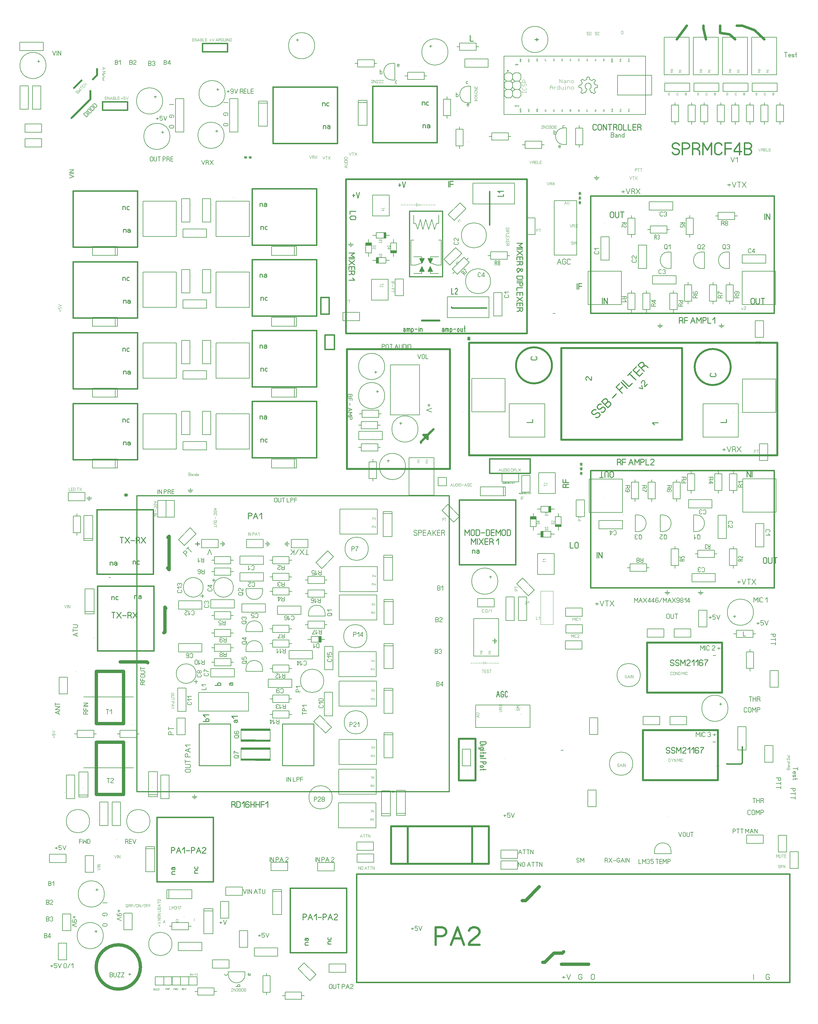
<source format=gbr>
%FSLAX34Y34*%
%MOMM*%
%LNSILK_TOP*%
G71*
G01*
%ADD10C,0.150*%
%ADD11C,0.167*%
%ADD12C,0.170*%
%ADD13C,0.144*%
%ADD14C,0.222*%
%ADD15C,0.111*%
%ADD16C,0.600*%
%ADD17C,0.333*%
%ADD18C,0.100*%
%ADD19C,0.200*%
%ADD20C,0.400*%
%ADD21C,0.300*%
%ADD22C,0.206*%
%ADD23C,0.178*%
%ADD24C,0.250*%
%ADD25C,0.220*%
%ADD26C,0.160*%
%ADD27C,0.280*%
%ADD28C,1.000*%
%ADD29C,0.667*%
%ADD30C,0.067*%
%ADD31C,0.500*%
%ADD32C,0.127*%
%ADD33C,0.102*%
%ADD34C,0.050*%
%ADD35C,0.203*%
%ADD36C,0.500*%
%ADD37C,0.650*%
%ADD38C,0.800*%
%ADD39C,0.090*%
%ADD40C,0.159*%
%ADD41C,0.444*%
%ADD42C,0.044*%
%LPD*%
G54D10*
X861991Y2011567D02*
X839816Y2011567D01*
X839816Y2062267D01*
X861991Y2062267D01*
X861991Y2011567D01*
G54D10*
X850903Y2011367D02*
X850903Y2003467D01*
G54D10*
X850903Y2062367D02*
X850903Y2070267D01*
G54D11*
X828645Y2045842D02*
X826979Y2043842D01*
X825312Y2043175D01*
X821979Y2043175D01*
G54D11*
X821979Y2048508D02*
X835312Y2048508D01*
X835312Y2045175D01*
X834479Y2043842D01*
X832812Y2043175D01*
X831145Y2043175D01*
X829479Y2043842D01*
X828645Y2045175D01*
X828645Y2048508D01*
G54D11*
X821979Y2034175D02*
X821979Y2039508D01*
X822812Y2039508D01*
X824479Y2038842D01*
X829479Y2034842D01*
X831145Y2034175D01*
X832812Y2034175D01*
X834479Y2034842D01*
X835312Y2036175D01*
X835312Y2037508D01*
X834479Y2038842D01*
X832812Y2039508D01*
G54D10*
X782685Y2005586D02*
X757284Y2005586D01*
X757285Y1933986D01*
X782685Y1933986D01*
X782685Y2005586D01*
G54D11*
X749393Y1960930D02*
X751060Y1959930D01*
X751893Y1957930D01*
X751893Y1955930D01*
X751060Y1953930D01*
X749393Y1952930D01*
X741060Y1952930D01*
X739393Y1953930D01*
X738560Y1955930D01*
X738560Y1957930D01*
X739393Y1959930D01*
X741060Y1960930D01*
G54D11*
X743560Y1964597D02*
X738560Y1969597D01*
X751893Y1969597D01*
G54D10*
X896984Y1980186D02*
X871584Y1980186D01*
X871584Y1908586D01*
X896984Y1908586D01*
X896984Y1980186D01*
G54D11*
X863693Y1935531D02*
X865359Y1934531D01*
X866193Y1932531D01*
X866193Y1930531D01*
X865359Y1928531D01*
X863693Y1927531D01*
X855359Y1927531D01*
X853693Y1928531D01*
X852859Y1930531D01*
X852859Y1932531D01*
X853693Y1934531D01*
X855359Y1935531D01*
G54D11*
X866193Y1947198D02*
X866193Y1939198D01*
X865359Y1939198D01*
X863693Y1940198D01*
X858693Y1946198D01*
X857026Y1947198D01*
X855359Y1947198D01*
X853693Y1946198D01*
X852859Y1944198D01*
X852859Y1942198D01*
X853693Y1940198D01*
X855359Y1939198D01*
G54D10*
X862007Y1782967D02*
X839832Y1782967D01*
X839832Y1833667D01*
X862007Y1833667D01*
X862007Y1782967D01*
G54D10*
X850919Y1782767D02*
X850919Y1774867D01*
G54D10*
X850919Y1833767D02*
X850919Y1841667D01*
G54D11*
X828661Y1819442D02*
X826994Y1816442D01*
X825328Y1815442D01*
X821994Y1815442D01*
G54D11*
X821994Y1823442D02*
X835328Y1823442D01*
X835328Y1818442D01*
X834494Y1816442D01*
X832828Y1815442D01*
X831161Y1815442D01*
X829494Y1816442D01*
X828661Y1818442D01*
X828661Y1823442D01*
G54D11*
X830328Y1811776D02*
X835328Y1806776D01*
X821994Y1806776D01*
G54D10*
X958786Y2037931D02*
X958786Y2015756D01*
X908086Y2015756D01*
X908086Y2037931D01*
X958786Y2037931D01*
G54D10*
X958986Y2026844D02*
X966886Y2026844D01*
G54D10*
X907986Y2026844D02*
X900086Y2026844D01*
G54D11*
X924512Y2004586D02*
X926512Y2002919D01*
X927178Y2001252D01*
X927178Y1997919D01*
G54D11*
X921845Y1997919D02*
X921845Y2011252D01*
X925178Y2011252D01*
X926512Y2010419D01*
X927178Y2008752D01*
X927178Y2007086D01*
X926512Y2005419D01*
X925178Y2004586D01*
X921845Y2004586D01*
G54D11*
X930845Y2008752D02*
X931512Y2010419D01*
X932845Y2011252D01*
X934178Y2011252D01*
X935512Y2010419D01*
X936178Y2008752D01*
X936178Y2007086D01*
X935512Y2005419D01*
X934178Y2004586D01*
X935512Y2003752D01*
X936178Y2002086D01*
X936178Y2000419D01*
X935512Y1998752D01*
X934178Y1997919D01*
X932845Y1997919D01*
X931512Y1998752D01*
X930845Y2000419D01*
G54D10*
X885395Y1833625D02*
X907570Y1833625D01*
X907570Y1782925D01*
X885395Y1782926D01*
X885395Y1833625D01*
G54D10*
X896482Y1833826D02*
X896482Y1841726D01*
G54D10*
X896482Y1782825D02*
X896482Y1774925D01*
G54D11*
X918740Y1797183D02*
X920407Y1800183D01*
X922074Y1801183D01*
X925407Y1801183D01*
G54D11*
X925407Y1793183D02*
X912074Y1793183D01*
X912074Y1798183D01*
X912907Y1800183D01*
X914574Y1801183D01*
X916240Y1801183D01*
X917907Y1800183D01*
X918740Y1798183D01*
X918740Y1793183D01*
G54D11*
X925407Y1810850D02*
X912074Y1810850D01*
X920407Y1804850D01*
X922074Y1804850D01*
X922074Y1812850D01*
G54D10*
X1039790Y2011566D02*
X1017615Y2011566D01*
X1017615Y2062266D01*
X1039790Y2062266D01*
X1039790Y2011566D01*
G54D10*
X1028703Y2011366D02*
X1028703Y2003466D01*
G54D10*
X1028703Y2062366D02*
X1028702Y2070266D01*
G54D11*
X1006445Y2045841D02*
X1004778Y2043841D01*
X1003112Y2043174D01*
X999778Y2043174D01*
G54D11*
X999778Y2048508D02*
X1013112Y2048508D01*
X1013112Y2045174D01*
X1012278Y2043841D01*
X1010612Y2043174D01*
X1008945Y2043174D01*
X1007278Y2043841D01*
X1006445Y2045174D01*
X1006445Y2048508D01*
G54D11*
X1013112Y2034174D02*
X1013112Y2039508D01*
X1007278Y2039508D01*
X1007278Y2038841D01*
X1008112Y2037508D01*
X1008112Y2036174D01*
X1007278Y2034841D01*
X1005612Y2034174D01*
X1002278Y2034174D01*
X1000612Y2034841D01*
X999778Y2036174D01*
X999778Y2037508D01*
X1000612Y2038841D01*
X1002278Y2039508D01*
G54D10*
X987172Y1861534D02*
X987172Y1886934D01*
X915572Y1886934D01*
X915572Y1861534D01*
X987172Y1861534D01*
G54D11*
X942516Y1894826D02*
X941516Y1893159D01*
X939516Y1892326D01*
X937516Y1892326D01*
X935516Y1893159D01*
X934516Y1894826D01*
X934516Y1903159D01*
X935516Y1904826D01*
X937516Y1905659D01*
X939516Y1905659D01*
X941516Y1904826D01*
X942516Y1903159D01*
G54D11*
X946183Y1903159D02*
X947183Y1904826D01*
X949183Y1905659D01*
X951183Y1905659D01*
X953183Y1904826D01*
X954183Y1903159D01*
X954183Y1901492D01*
X953183Y1899826D01*
X951183Y1898992D01*
X953183Y1898159D01*
X954183Y1896492D01*
X954183Y1894826D01*
X953183Y1893159D01*
X951183Y1892326D01*
X949183Y1892326D01*
X947183Y1893159D01*
X946183Y1894826D01*
G54D10*
X1012394Y1859025D02*
X1034570Y1859025D01*
X1034570Y1808325D01*
X1012394Y1808326D01*
X1012394Y1859025D01*
G54D10*
X1023482Y1859226D02*
X1023482Y1867126D01*
G54D10*
X1023482Y1808225D02*
X1023482Y1800325D01*
G54D11*
X1045740Y1822583D02*
X1047407Y1825583D01*
X1049074Y1826583D01*
X1052407Y1826583D01*
G54D11*
X1052407Y1818583D02*
X1039074Y1818583D01*
X1039074Y1823583D01*
X1039907Y1825583D01*
X1041574Y1826583D01*
X1043240Y1826583D01*
X1044907Y1825583D01*
X1045740Y1823583D01*
X1045740Y1818583D01*
G54D11*
X1041574Y1838250D02*
X1039907Y1837250D01*
X1039074Y1835250D01*
X1039074Y1833250D01*
X1039907Y1831250D01*
X1041574Y1830250D01*
X1045740Y1830250D01*
X1046574Y1830250D01*
X1044907Y1833250D01*
X1044907Y1835250D01*
X1045740Y1837250D01*
X1047407Y1838250D01*
X1049907Y1838250D01*
X1051574Y1837250D01*
X1052407Y1835250D01*
X1052407Y1833250D01*
X1051574Y1831250D01*
X1049907Y1830250D01*
X1045740Y1830250D01*
G54D10*
X1088594Y1859025D02*
X1110770Y1859025D01*
X1110770Y1808325D01*
X1088594Y1808326D01*
X1088594Y1859025D01*
G54D10*
X1099682Y1859226D02*
X1099682Y1867126D01*
G54D10*
X1099682Y1808225D02*
X1099682Y1800325D01*
G54D11*
X1121940Y1822583D02*
X1123607Y1825583D01*
X1125274Y1826583D01*
X1128607Y1826583D01*
G54D11*
X1128607Y1818583D02*
X1115274Y1818583D01*
X1115274Y1823583D01*
X1116107Y1825583D01*
X1117774Y1826583D01*
X1119440Y1826583D01*
X1121107Y1825583D01*
X1121940Y1823583D01*
X1121940Y1818583D01*
G54D11*
X1115274Y1830250D02*
X1115274Y1838250D01*
X1116940Y1837250D01*
X1119440Y1835250D01*
X1122774Y1833250D01*
X1125274Y1832250D01*
X1128607Y1832250D01*
G54D10*
X1139394Y1859025D02*
X1161570Y1859025D01*
X1161570Y1808325D01*
X1139394Y1808326D01*
X1139394Y1859025D01*
G54D10*
X1150482Y1859226D02*
X1150482Y1867126D01*
G54D10*
X1150482Y1808225D02*
X1150482Y1800325D01*
G54D11*
X1172740Y1822583D02*
X1174407Y1825583D01*
X1176074Y1826583D01*
X1179407Y1826583D01*
G54D11*
X1179407Y1818583D02*
X1166074Y1818583D01*
X1166074Y1823583D01*
X1166907Y1825583D01*
X1168574Y1826583D01*
X1170240Y1826583D01*
X1171907Y1825583D01*
X1172740Y1823583D01*
X1172740Y1818583D01*
G54D11*
X1176907Y1830250D02*
X1178574Y1831250D01*
X1179407Y1833250D01*
X1179407Y1835250D01*
X1178574Y1837250D01*
X1176907Y1838250D01*
X1172740Y1838250D01*
X1171907Y1838250D01*
X1173574Y1835250D01*
X1173574Y1833250D01*
X1172740Y1831250D01*
X1171074Y1830250D01*
X1168574Y1830250D01*
X1166907Y1831250D01*
X1166074Y1833250D01*
X1166074Y1835250D01*
X1166907Y1837250D01*
X1168574Y1838250D01*
X1172740Y1838250D01*
G54D10*
X1260227Y1925032D02*
X1260228Y1950432D01*
X1188627Y1950432D01*
X1188627Y1925032D01*
X1260227Y1925032D01*
G54D11*
X1215604Y1958324D02*
X1214604Y1956657D01*
X1212604Y1955824D01*
X1210604Y1955824D01*
X1208604Y1956657D01*
X1207604Y1958324D01*
X1207604Y1966657D01*
X1208604Y1968324D01*
X1210604Y1969157D01*
X1212604Y1969157D01*
X1214604Y1968324D01*
X1215604Y1966657D01*
G54D11*
X1225271Y1955824D02*
X1225271Y1969157D01*
X1219271Y1960824D01*
X1219271Y1959157D01*
X1227271Y1959157D01*
G54D10*
X1165762Y2079735D02*
X1165762Y2057560D01*
X1115062Y2057560D01*
X1115062Y2079735D01*
X1165762Y2079735D01*
G54D10*
X1165962Y2068648D02*
X1173862Y2068648D01*
G54D10*
X1114962Y2068648D02*
X1107062Y2068648D01*
G54D11*
X1129320Y2046390D02*
X1132320Y2044723D01*
X1133320Y2043056D01*
X1133320Y2039723D01*
G54D11*
X1125320Y2039723D02*
X1125320Y2053056D01*
X1130320Y2053056D01*
X1132320Y2052223D01*
X1133320Y2050556D01*
X1133320Y2048890D01*
X1132320Y2047223D01*
X1130320Y2046390D01*
X1125320Y2046390D01*
G54D11*
X1141986Y2046390D02*
X1139986Y2046390D01*
X1137986Y2047223D01*
X1136986Y2048890D01*
X1136986Y2050556D01*
X1137986Y2052223D01*
X1139986Y2053056D01*
X1141986Y2053056D01*
X1143986Y2052223D01*
X1144986Y2050556D01*
X1144986Y2048890D01*
X1143986Y2047223D01*
X1141986Y2046390D01*
X1143986Y2045556D01*
X1144986Y2043890D01*
X1144986Y2042223D01*
X1143986Y2040556D01*
X1141986Y2039723D01*
X1139986Y2039723D01*
X1137986Y2040556D01*
X1136986Y2042223D01*
X1136986Y2043890D01*
X1137986Y2045556D01*
X1139986Y2046390D01*
G54D10*
X963916Y1958996D02*
X971916Y1958996D01*
X971916Y1908271D01*
X963916Y1908271D01*
G54D10*
G75*
G01X963954Y1959127D02*
G03X963954Y1908127I0J-25500D01*
G01*
G54D11*
X955771Y1970671D02*
X960771Y1968171D01*
G54D11*
X959771Y1979004D02*
X959771Y1970671D01*
X958771Y1969004D01*
X956771Y1968171D01*
X954771Y1968171D01*
X952771Y1969004D01*
X951771Y1970671D01*
X951771Y1979004D01*
X952771Y1980671D01*
X954771Y1981504D01*
X956771Y1981504D01*
X958771Y1980671D01*
X959771Y1979004D01*
G54D11*
X964438Y1976504D02*
X969438Y1981504D01*
X969438Y1968171D01*
G54D10*
X1065516Y1958996D02*
X1073516Y1958996D01*
X1073516Y1908271D01*
X1065516Y1908271D01*
G54D10*
G75*
G01X1065554Y1959127D02*
G03X1065554Y1908127I0J-25500D01*
G01*
G54D12*
X1057371Y1970671D02*
X1062371Y1968171D01*
G54D12*
X1061371Y1979004D02*
X1061371Y1970671D01*
X1060371Y1969004D01*
X1058371Y1968171D01*
X1056371Y1968171D01*
X1054371Y1969004D01*
X1053371Y1970671D01*
X1053371Y1979004D01*
X1054371Y1980671D01*
X1056371Y1981504D01*
X1058371Y1981504D01*
X1060371Y1980671D01*
X1061371Y1979004D01*
G54D12*
X1074071Y1968171D02*
X1066071Y1968171D01*
X1066071Y1969004D01*
X1067071Y1970671D01*
X1073071Y1975671D01*
X1074071Y1977338D01*
X1074071Y1979004D01*
X1073071Y1980671D01*
X1071071Y1981504D01*
X1069071Y1981504D01*
X1067071Y1980671D01*
X1066071Y1979004D01*
G54D10*
X1141716Y1958996D02*
X1149716Y1958996D01*
X1149716Y1908271D01*
X1141716Y1908271D01*
G54D10*
G75*
G01X1141754Y1959127D02*
G03X1141754Y1908127I0J-25500D01*
G01*
G54D11*
X1133588Y1970671D02*
X1138588Y1968171D01*
G54D11*
X1137588Y1979004D02*
X1137588Y1970671D01*
X1136588Y1969004D01*
X1134588Y1968171D01*
X1132588Y1968171D01*
X1130588Y1969004D01*
X1129588Y1970671D01*
X1129588Y1979004D01*
X1130588Y1980671D01*
X1132588Y1981504D01*
X1134588Y1981504D01*
X1136588Y1980671D01*
X1137588Y1979004D01*
G54D11*
X1142255Y1979004D02*
X1143255Y1980671D01*
X1145255Y1981504D01*
X1147255Y1981504D01*
X1149255Y1980671D01*
X1150255Y1979004D01*
X1150255Y1977338D01*
X1149255Y1975671D01*
X1147255Y1974838D01*
X1149255Y1974004D01*
X1150255Y1972338D01*
X1150255Y1970671D01*
X1149255Y1969004D01*
X1147255Y1968171D01*
X1145255Y1968171D01*
X1143255Y1969004D01*
X1142255Y1970671D01*
G54D10*
X718716Y1900496D02*
X820316Y1900496D01*
X820316Y1798896D01*
X718716Y1798896D01*
X718716Y1900496D01*
G54D13*
X717966Y1927246D02*
X717966Y1927246D01*
G54D13*
X717966Y1907746D02*
X717966Y1907746D01*
G54D10*
X1188616Y1900496D02*
X1290216Y1900496D01*
X1290216Y1798896D01*
X1188616Y1798896D01*
X1188616Y1900496D01*
G54D13*
X1187866Y1927246D02*
X1187866Y1927246D01*
G54D13*
X1187866Y1907746D02*
X1187866Y1907746D01*
G54D10*
X905326Y2112239D02*
X905326Y2086838D01*
X976926Y2086839D01*
X976926Y2112239D01*
X905326Y2112239D01*
G54D11*
X946315Y2070614D02*
X945315Y2068948D01*
X943315Y2068114D01*
X941315Y2068114D01*
X939315Y2068948D01*
X938315Y2070614D01*
X938315Y2078948D01*
X939315Y2080614D01*
X941315Y2081448D01*
X943315Y2081448D01*
X945315Y2080614D01*
X946315Y2078948D01*
G54D11*
X949982Y2078948D02*
X950982Y2080614D01*
X952982Y2081448D01*
X954982Y2081448D01*
X956982Y2080614D01*
X957982Y2078948D01*
X957982Y2077281D01*
X956982Y2075614D01*
X954982Y2074781D01*
X956982Y2073948D01*
X957982Y2072281D01*
X957982Y2070614D01*
X956982Y2068948D01*
X954982Y2068114D01*
X952982Y2068114D01*
X950982Y2068948D01*
X949982Y2070614D01*
G54D14*
X1225632Y1814916D02*
X1225632Y1803804D01*
X1224299Y1801582D01*
X1221632Y1800471D01*
X1218966Y1800471D01*
X1216299Y1801582D01*
X1214966Y1803804D01*
X1214966Y1814916D01*
X1216299Y1817138D01*
X1218966Y1818249D01*
X1221632Y1818249D01*
X1224299Y1817138D01*
X1225632Y1814916D01*
G54D14*
X1230522Y1818249D02*
X1230522Y1803804D01*
X1231855Y1801582D01*
X1234522Y1800471D01*
X1237188Y1800471D01*
X1239855Y1801582D01*
X1241188Y1803804D01*
X1241188Y1818249D01*
G54D14*
X1251411Y1800471D02*
X1251411Y1818249D01*
G54D14*
X1246078Y1818249D02*
X1256744Y1818249D01*
G54D10*
X967945Y1833625D02*
X990120Y1833625D01*
X990120Y1782925D01*
X967945Y1782926D01*
X967945Y1833625D01*
G54D10*
X979032Y1833826D02*
X979032Y1841726D01*
G54D10*
X979032Y1782825D02*
X979032Y1774925D01*
G54D11*
X1001290Y1797183D02*
X1002957Y1800183D01*
X1004624Y1801183D01*
X1007957Y1801183D01*
G54D11*
X1007957Y1793183D02*
X994624Y1793183D01*
X994624Y1798183D01*
X995457Y1800183D01*
X997124Y1801183D01*
X998790Y1801183D01*
X1000457Y1800183D01*
X1001290Y1798183D01*
X1001290Y1793183D01*
G54D11*
X1007957Y1810850D02*
X994624Y1810850D01*
G54D11*
X1002624Y1810850D02*
X1000957Y1809850D01*
X1000457Y1807850D01*
X1000957Y1805850D01*
X1002624Y1804850D01*
X1005957Y1804850D01*
X1007624Y1805850D01*
X1007957Y1807850D01*
X1007624Y1809850D01*
X1005957Y1810850D01*
G54D15*
X1186300Y1788695D02*
X1188968Y1783695D01*
X1191634Y1788695D01*
G54D15*
X1199411Y1783695D02*
X1194078Y1783695D01*
X1194078Y1784250D01*
X1194744Y1785362D01*
X1198744Y1788695D01*
X1199411Y1789806D01*
X1199411Y1790917D01*
X1198744Y1792028D01*
X1197411Y1792584D01*
X1196078Y1792584D01*
X1194744Y1792028D01*
X1194078Y1790917D01*
G54D14*
X761734Y1801265D02*
X761734Y1819043D01*
G54D14*
X766623Y1801265D02*
X766623Y1819043D01*
X777290Y1801265D01*
X777290Y1819043D01*
G54D13*
X768766Y2047896D02*
X768766Y2047896D01*
G54D16*
X636691Y1666755D02*
X636690Y1387355D01*
X1004991Y1387355D01*
X1004991Y1666756D01*
X636691Y1666755D01*
G54D14*
X920804Y1432300D02*
X914138Y1438967D01*
X931916Y1438967D01*
G54D14*
X729065Y1579005D02*
X729066Y1568338D01*
X727954Y1568338D01*
X725732Y1569672D01*
X719065Y1577672D01*
X716843Y1579005D01*
X714621Y1579005D01*
X712399Y1577672D01*
X711288Y1575005D01*
X711288Y1572338D01*
X712399Y1569672D01*
X714621Y1568338D01*
G54D16*
G75*
G01X608666Y1613355D02*
G03X608666Y1613355I-55000J0D01*
G01*
G54D16*
G75*
G01X1153666Y1608355D02*
G03X1153666Y1608355I-55000J0D01*
G01*
G54D10*
X363841Y1471625D02*
X363841Y1573225D01*
X465441Y1573225D01*
X465441Y1471625D01*
X363841Y1471625D01*
G54D13*
X337091Y1470875D02*
X337091Y1470875D01*
G54D13*
X356591Y1470875D02*
X356591Y1470875D01*
G54D10*
X1189341Y1470355D02*
X1189341Y1571955D01*
X1290941Y1571956D01*
X1290941Y1470355D01*
X1189341Y1470355D01*
G54D13*
X1162591Y1469606D02*
X1162591Y1469606D01*
G54D13*
X1182091Y1469605D02*
X1182091Y1469605D01*
G54D14*
X1122388Y1439255D02*
X1140166Y1439255D01*
X1140166Y1448588D01*
G54D14*
X1105082Y1589622D02*
X1107305Y1588288D01*
X1108416Y1585622D01*
X1108416Y1582955D01*
X1107305Y1580288D01*
X1105082Y1578956D01*
X1093972Y1578955D01*
X1091750Y1580288D01*
X1090638Y1582955D01*
X1090638Y1585622D01*
X1091750Y1588288D01*
X1093972Y1589622D01*
G54D14*
X558983Y1640422D02*
X561205Y1639088D01*
X562316Y1636422D01*
X562316Y1633755D01*
X561205Y1631088D01*
X558982Y1629756D01*
X547872Y1629756D01*
X545649Y1631088D01*
X544538Y1633755D01*
X544538Y1636422D01*
X545649Y1639088D01*
X547872Y1640422D01*
G54D17*
X742652Y1454723D02*
X746423Y1453780D01*
X750430Y1455430D01*
X753259Y1458258D01*
X754909Y1462266D01*
X753966Y1466037D01*
X751609Y1468394D01*
X747838Y1469336D01*
X743831Y1467686D01*
X741002Y1464858D01*
X736995Y1463208D01*
X733224Y1464151D01*
X730867Y1466508D01*
X729924Y1470279D01*
X731574Y1474286D01*
X734403Y1477115D01*
X738410Y1478764D01*
X742181Y1477822D01*
G54D17*
X759151Y1471222D02*
X762922Y1470279D01*
X766929Y1471929D01*
X769758Y1474758D01*
X771408Y1478764D01*
X770465Y1482536D01*
X768108Y1484892D01*
X764337Y1485836D01*
X760330Y1484186D01*
X757501Y1481357D01*
X753494Y1479707D01*
X749723Y1480650D01*
X747366Y1483007D01*
X746423Y1486778D01*
X748073Y1490785D01*
X750902Y1493614D01*
X754908Y1495264D01*
X758680Y1494321D01*
G54D17*
X779186Y1484185D02*
X760329Y1503042D01*
X767401Y1510112D01*
X771407Y1511762D01*
X775179Y1510820D01*
X777536Y1508462D01*
X778478Y1504691D01*
X776829Y1500684D01*
X780836Y1502334D01*
X784607Y1501392D01*
X786964Y1499034D01*
X787906Y1495263D01*
X786257Y1491256D01*
X779186Y1484185D01*
G54D17*
X769758Y1493613D02*
X776829Y1500684D01*
G54D17*
X792903Y1514402D02*
X804217Y1525716D01*
G54D17*
X823120Y1528119D02*
X804263Y1546976D01*
X814163Y1556875D01*
G54D17*
X813691Y1537548D02*
X823591Y1547447D01*
G54D17*
X838204Y1543204D02*
X819348Y1562060D01*
G54D17*
X824533Y1567245D02*
X843389Y1548389D01*
X853289Y1558289D01*
G54D17*
X864131Y1569131D02*
X845275Y1587987D01*
G54D17*
X839618Y1582330D02*
X850932Y1593644D01*
G54D17*
X884873Y1589872D02*
X874973Y1579973D01*
X856117Y1598829D01*
X866016Y1608728D01*
G54D17*
X865545Y1589401D02*
X875444Y1599300D01*
G54D17*
X886287Y1610142D02*
X892886Y1612028D01*
X896658Y1611085D01*
X901371Y1606371D01*
G54D17*
X890058Y1595058D02*
X871202Y1613914D01*
X878273Y1620985D01*
X882280Y1622635D01*
X886051Y1621692D01*
X888408Y1619335D01*
X889351Y1615564D01*
X887701Y1611557D01*
X880630Y1604486D01*
G54D10*
X1069148Y1394418D02*
X1069148Y1496018D01*
X1177098Y1496018D01*
X1177098Y1394418D01*
X1069148Y1394418D01*
G54D14*
X531838Y1439255D02*
X549616Y1439255D01*
X549616Y1448588D01*
G54D10*
X478598Y1394418D02*
X478598Y1496018D01*
X586548Y1496018D01*
X586548Y1394418D01*
X478598Y1394418D01*
G54D14*
X873600Y1545212D02*
X884442Y1541912D01*
X881142Y1552754D01*
G54D14*
X899213Y1556683D02*
X891671Y1549140D01*
X890885Y1549926D01*
X890257Y1552440D01*
X891199Y1562811D01*
X890571Y1565325D01*
X889000Y1566896D01*
X886485Y1567525D01*
X883814Y1566425D01*
X881928Y1564540D01*
X880828Y1561868D01*
X881457Y1559354D01*
G54D13*
X768766Y1211284D02*
X768766Y1211284D01*
G54D10*
X116916Y1956156D02*
X134316Y1956156D01*
X134316Y1986556D01*
X116916Y1986556D01*
X116916Y1956156D01*
G36*
X117016Y1956256D02*
X133716Y1956256D01*
X133716Y1963456D01*
X117016Y1963456D01*
X117016Y1956256D01*
G37*
G54D18*
X117016Y1956256D02*
X133716Y1956256D01*
X133716Y1963456D01*
X117016Y1963456D01*
X117016Y1956256D01*
G54D10*
X125616Y1945156D02*
X125616Y1956256D01*
G54D10*
X125616Y1986456D02*
X125616Y1997556D01*
G54D10*
X72316Y1941956D02*
X72316Y1924556D01*
X102716Y1924556D01*
X102716Y1941956D01*
X72316Y1941956D01*
G36*
X72416Y1941856D02*
X72416Y1925156D01*
X79616Y1925156D01*
X79616Y1941856D01*
X72416Y1941856D01*
G37*
G54D18*
X72416Y1941856D02*
X72416Y1925156D01*
X79616Y1925156D01*
X79616Y1941856D01*
X72416Y1941856D01*
G54D10*
X61316Y1933256D02*
X72416Y1933256D01*
G54D10*
X102616Y1933256D02*
X113716Y1933256D01*
G54D10*
X58116Y1986556D02*
X40716Y1986556D01*
X40716Y1956156D01*
X58116Y1956156D01*
X58116Y1986556D01*
G36*
X58016Y1986456D02*
X41316Y1986456D01*
X41316Y1979256D01*
X58016Y1979256D01*
X58016Y1986456D01*
G37*
G54D18*
X58016Y1986456D02*
X41316Y1986456D01*
X41316Y1979256D01*
X58016Y1979256D01*
X58016Y1986456D01*
G54D10*
X49416Y1997556D02*
X49416Y1986456D01*
G54D10*
X49416Y1956256D02*
X49416Y1945156D01*
G54D10*
X102716Y2000756D02*
X102716Y2018156D01*
X72316Y2018156D01*
X72316Y2000756D01*
X102716Y2000756D01*
G36*
X102616Y2000856D02*
X102616Y2017556D01*
X95416Y2017556D01*
X95416Y2000856D01*
X102616Y2000856D01*
G37*
G54D18*
X102616Y2000856D02*
X102616Y2017556D01*
X95416Y2017556D01*
X95416Y2000856D01*
X102616Y2000856D01*
G54D10*
X113716Y2009456D02*
X102616Y2009456D01*
G54D10*
X72416Y2009456D02*
X61316Y2009456D01*
G54D15*
X81166Y1952306D02*
X90054Y1952306D01*
X90054Y1950084D01*
X89499Y1949194D01*
X88388Y1948750D01*
X82832Y1948750D01*
X81721Y1949194D01*
X81166Y1950084D01*
X81166Y1952306D01*
G54D15*
X86721Y1946306D02*
X90054Y1944084D01*
X81166Y1944084D01*
G54D15*
X62116Y1977706D02*
X71004Y1977706D01*
X71004Y1975484D01*
X70449Y1974594D01*
X69338Y1974150D01*
X63782Y1974150D01*
X62671Y1974594D01*
X62116Y1975484D01*
X62116Y1977706D01*
G54D15*
X62116Y1968150D02*
X62116Y1971706D01*
X62671Y1971706D01*
X63782Y1971261D01*
X67116Y1968594D01*
X68227Y1968150D01*
X69338Y1968150D01*
X70449Y1968594D01*
X71004Y1969484D01*
X71004Y1970372D01*
X70449Y1971261D01*
X69338Y1971706D01*
G54D15*
X81166Y1996756D02*
X90054Y1996756D01*
X90054Y1994534D01*
X89499Y1993644D01*
X88388Y1993200D01*
X82832Y1993200D01*
X81721Y1993644D01*
X81166Y1994534D01*
X81166Y1996756D01*
G54D15*
X88388Y1990756D02*
X89499Y1990311D01*
X90054Y1989422D01*
X90054Y1988534D01*
X89499Y1987644D01*
X88388Y1987200D01*
X87277Y1987200D01*
X86166Y1987644D01*
X85610Y1988534D01*
X85054Y1987644D01*
X83943Y1987200D01*
X82832Y1987200D01*
X81721Y1987644D01*
X81166Y1988534D01*
X81166Y1989422D01*
X81721Y1990311D01*
X82832Y1990756D01*
G54D15*
X106566Y1977706D02*
X115454Y1977706D01*
X115454Y1975484D01*
X114899Y1974594D01*
X113788Y1974150D01*
X108232Y1974150D01*
X107121Y1974594D01*
X106566Y1975484D01*
X106566Y1977706D01*
G54D15*
X106566Y1969039D02*
X115454Y1969039D01*
X109899Y1971706D01*
X108788Y1971706D01*
X108788Y1968150D01*
G54D10*
X62028Y2131778D02*
X62028Y2068279D01*
X112828Y2068279D01*
X112828Y2131778D01*
X62028Y2131778D01*
G54D15*
X87428Y2091901D02*
X96316Y2091901D01*
G54D15*
X96316Y2093679D02*
X96316Y2090123D01*
G54D15*
X92983Y2087679D02*
X96316Y2085456D01*
X87428Y2085456D01*
G54D10*
X109534Y1811739D02*
X109534Y1875239D01*
X58735Y1875239D01*
X58735Y1811739D01*
X109534Y1811739D01*
G54D15*
X84134Y1860761D02*
X93023Y1860761D01*
G54D15*
X93023Y1862539D02*
X93023Y1858983D01*
G54D15*
X84134Y1852983D02*
X84135Y1856539D01*
X84690Y1856539D01*
X85801Y1856094D01*
X89135Y1853428D01*
X90246Y1852983D01*
X91357Y1852983D01*
X92468Y1853428D01*
X93024Y1854316D01*
X93023Y1855206D01*
X92468Y1856094D01*
X91357Y1856539D01*
G54D14*
X10482Y2082929D02*
X-7296Y2082929D01*
X-7296Y2073596D01*
G54D14*
X7149Y2058040D02*
X-3962Y2058040D01*
X-6184Y2059374D01*
X-7296Y2062040D01*
X-7296Y2064707D01*
X-6184Y2067374D01*
X-3962Y2068707D01*
X7149Y2068707D01*
X9371Y2067374D01*
X10482Y2064707D01*
X10482Y2062040D01*
X9371Y2059374D01*
X7149Y2058040D01*
G54D14*
X501511Y1985766D02*
X519289Y1985766D01*
X508178Y1979100D01*
X519289Y1972433D01*
X501511Y1972433D01*
G54D14*
X501511Y1967544D02*
X519289Y1967544D01*
G54D14*
X519289Y1962655D02*
X501512Y1949322D01*
G54D14*
X501512Y1962655D02*
X519289Y1949322D01*
G54D14*
X501511Y1935100D02*
X501512Y1944433D01*
X519289Y1944433D01*
X519289Y1935100D01*
G54D14*
X510400Y1944433D02*
X510400Y1935100D01*
G54D14*
X510400Y1924878D02*
X508178Y1920878D01*
X505956Y1919544D01*
X501511Y1919544D01*
G54D14*
X501512Y1930211D02*
X519289Y1930211D01*
X519289Y1923544D01*
X518178Y1920878D01*
X515956Y1919544D01*
X513734Y1919544D01*
X511511Y1920878D01*
X510400Y1923544D01*
X510400Y1930211D01*
G54D14*
X503734Y1896166D02*
X512622Y1906832D01*
X514845Y1908166D01*
X517067Y1908166D01*
X519289Y1905499D01*
X519289Y1902832D01*
X517067Y1900166D01*
X514845Y1900166D01*
X512622Y1901499D01*
X509289Y1908166D01*
X507067Y1909499D01*
X504845Y1909499D01*
X502623Y1908166D01*
X501512Y1905499D01*
X501512Y1902832D01*
X502622Y1900166D01*
X507067Y1897499D01*
G54D14*
X501511Y1886121D02*
X519289Y1886121D01*
X519289Y1879454D01*
X518178Y1876788D01*
X515956Y1875454D01*
X504845Y1875454D01*
X502622Y1876788D01*
X501511Y1879454D01*
X501511Y1886121D01*
G54D14*
X501511Y1870565D02*
X519289Y1870565D01*
G54D14*
X501512Y1865676D02*
X519289Y1865676D01*
X519289Y1859010D01*
X518178Y1856343D01*
X515956Y1855010D01*
X513734Y1855010D01*
X511511Y1856343D01*
X510400Y1859010D01*
X510400Y1865676D01*
G54D14*
X519289Y1850120D02*
X501512Y1850120D01*
X501511Y1840787D01*
G54D14*
X501511Y1826565D02*
X501512Y1835898D01*
X519289Y1835898D01*
X519289Y1826565D01*
G54D14*
X510400Y1835898D02*
X510400Y1826565D01*
G54D14*
X519289Y1821676D02*
X501511Y1808343D01*
G54D14*
X501511Y1821676D02*
X519289Y1808343D01*
G54D14*
X501511Y1794121D02*
X501512Y1803454D01*
X519289Y1803454D01*
X519289Y1794121D01*
G54D14*
X510400Y1803454D02*
X510400Y1794121D01*
G54D14*
X510400Y1783899D02*
X508178Y1779899D01*
X505956Y1778566D01*
X501512Y1778566D01*
G54D14*
X501511Y1789232D02*
X519289Y1789232D01*
X519289Y1782566D01*
X518178Y1779899D01*
X515956Y1778566D01*
X513734Y1778566D01*
X511511Y1779899D01*
X510400Y1782566D01*
X510400Y1789232D01*
G54D14*
X292616Y2156590D02*
X292616Y2174368D01*
G54D14*
X297504Y2156590D02*
X297504Y2174368D01*
X306838Y2174368D01*
G54D14*
X297504Y2165479D02*
X306838Y2165479D01*
G54D15*
X118117Y1868616D02*
X127006Y1868616D01*
G54D15*
X118117Y1866172D02*
X127006Y1866172D01*
X127006Y1861506D01*
G54D15*
X122562Y1866172D02*
X122562Y1861506D01*
G54D15*
X122006Y1859061D02*
X122006Y1853728D01*
G54D15*
X118117Y1848707D02*
X127006Y1848707D01*
X127006Y1845374D01*
X126450Y1844040D01*
X125339Y1843374D01*
X124228Y1843374D01*
X123117Y1844040D01*
X122562Y1845374D01*
X122562Y1848707D01*
G54D15*
X118117Y1838264D02*
X127006Y1838264D01*
G54D15*
X127006Y1840930D02*
X127006Y1835597D01*
G54D14*
X140528Y2163054D02*
X147639Y2163054D01*
G54D14*
X144083Y2167498D02*
X144083Y2158609D01*
G54D14*
X152528Y2173054D02*
X156972Y2155276D01*
X161417Y2173054D01*
G54D10*
X494456Y2104740D02*
X494456Y2168240D01*
X367456Y2168240D01*
X367456Y2104740D01*
X494456Y2104740D01*
G54D10*
X340277Y1942700D02*
X355957Y1927019D01*
X320106Y1891169D01*
X304426Y1906849D01*
X340277Y1942700D01*
G54D10*
X348258Y1935001D02*
X353844Y1940587D01*
G54D10*
X312196Y1898938D02*
X306610Y1893352D01*
G54D11*
X339620Y1894885D02*
X342212Y1895121D01*
X343862Y1894414D01*
X346219Y1892057D01*
G54D11*
X342448Y1888286D02*
X333020Y1897714D01*
X335377Y1900070D01*
X336909Y1900424D01*
X338559Y1899717D01*
X339738Y1898538D01*
X340445Y1896888D01*
X340091Y1895356D01*
X337734Y1893000D01*
G54D11*
X339384Y1904078D02*
X343155Y1907849D01*
X343862Y1906199D01*
X344687Y1903488D01*
X346102Y1900188D01*
X347398Y1897949D01*
X349755Y1895592D01*
G54D11*
X474432Y1827832D02*
X476098Y1826832D01*
X476932Y1824832D01*
X476932Y1822832D01*
X476098Y1820832D01*
X474432Y1819832D01*
X466098Y1819832D01*
X464432Y1820832D01*
X463598Y1822832D01*
X463598Y1824832D01*
X464432Y1826832D01*
X466098Y1827832D01*
G54D11*
X468598Y1831499D02*
X463598Y1836499D01*
X476932Y1836499D01*
G54D11*
X320945Y1989362D02*
X322612Y1988362D01*
X323445Y1986362D01*
X323445Y1984362D01*
X322612Y1982362D01*
X320945Y1981362D01*
X312612Y1981362D01*
X310945Y1982362D01*
X310112Y1984362D01*
X310112Y1986362D01*
X310945Y1988362D01*
X312612Y1989362D01*
G54D11*
X323445Y2001030D02*
X323445Y1993030D01*
X322612Y1993030D01*
X320945Y1994030D01*
X315945Y2000030D01*
X314278Y2001030D01*
X312612Y2001030D01*
X310945Y2000030D01*
X310112Y1998030D01*
X310112Y1996030D01*
X310945Y1994030D01*
X312612Y1993030D01*
G54D10*
X472186Y1959064D02*
X472186Y1936888D01*
X421486Y1936888D01*
X421486Y1959064D01*
X472186Y1959064D01*
G54D10*
X472386Y1947976D02*
X480286Y1947976D01*
G54D10*
X421386Y1947976D02*
X413486Y1947976D01*
G54D11*
X437911Y1925718D02*
X439911Y1924052D01*
X440578Y1922385D01*
X440578Y1919052D01*
G54D11*
X435245Y1919052D02*
X435245Y1932385D01*
X438578Y1932385D01*
X439911Y1931552D01*
X440578Y1929885D01*
X440578Y1928218D01*
X439911Y1926552D01*
X438578Y1925718D01*
X435245Y1925718D01*
G54D11*
X447578Y1925718D02*
X446245Y1925718D01*
X444911Y1926552D01*
X444245Y1928218D01*
X444245Y1929885D01*
X444911Y1931552D01*
X446245Y1932385D01*
X447578Y1932385D01*
X448911Y1931552D01*
X449578Y1929885D01*
X449578Y1928218D01*
X448911Y1926552D01*
X447578Y1925718D01*
X448911Y1924885D01*
X449578Y1923218D01*
X449578Y1921552D01*
X448911Y1919885D01*
X447578Y1919052D01*
X446245Y1919052D01*
X444911Y1919885D01*
X444245Y1921552D01*
X444245Y1923218D01*
X444911Y1924885D01*
X446245Y1925718D01*
G54D14*
X301829Y1848347D02*
X301829Y1830569D01*
X308051Y1830569D01*
G54D14*
X320051Y1830569D02*
X312940Y1830569D01*
X312940Y1831680D01*
X313829Y1833902D01*
X319162Y1840569D01*
X320051Y1842792D01*
X320051Y1845014D01*
X319162Y1847236D01*
X317384Y1848347D01*
X315607Y1848347D01*
X313829Y1847236D01*
X312940Y1845014D01*
G54D14*
X442984Y2128522D02*
X460762Y2128522D01*
X460762Y2134744D01*
G54D14*
X449651Y2139633D02*
X442984Y2144078D01*
X460762Y2144078D01*
G54D19*
G75*
G01X408656Y2009490D02*
G03X408656Y2009490I-38100J0D01*
G01*
G54D19*
G75*
G01X421356Y1869790D02*
G03X421356Y1869790I-38100J0D01*
G01*
G54D11*
X391210Y1885352D02*
X390210Y1883685D01*
X388210Y1882852D01*
X386210Y1882852D01*
X384210Y1883685D01*
X383210Y1885352D01*
X383210Y1893685D01*
X384210Y1895352D01*
X386210Y1896185D01*
X388210Y1896185D01*
X390209Y1895352D01*
X391210Y1893685D01*
G54D11*
X400876Y1882852D02*
X400876Y1896185D01*
X394877Y1887852D01*
X394876Y1886185D01*
X402876Y1886185D01*
G54D10*
X430730Y1763468D02*
X456130Y1763468D01*
X456130Y1835068D01*
X430730Y1835068D01*
X430730Y1763468D01*
G54D11*
X461522Y1816124D02*
X461522Y1816124D01*
G54D20*
X418256Y2041240D02*
X418256Y2142840D01*
G54D21*
X174510Y1882894D02*
X275110Y1882994D01*
X275010Y2082894D01*
X174510Y2082894D01*
X174510Y1882894D01*
G54D19*
X186610Y2071494D02*
X186610Y2046094D01*
X192910Y2046094D01*
X192810Y2046094D01*
X199210Y2028594D01*
X199310Y2028594D01*
X207210Y2058794D01*
X215210Y2026994D01*
X223110Y2058794D01*
X232710Y2026994D01*
X242110Y2058794D01*
X250110Y2026994D01*
X256510Y2046094D01*
X262810Y2046094D01*
X262810Y2071494D01*
G54D19*
X186610Y1893694D02*
X211910Y1893694D01*
X211910Y1912694D01*
G54D19*
X186610Y1944494D02*
X211910Y1944494D01*
X211910Y1925494D01*
G54D19*
X262810Y1893694D02*
X237410Y1893694D01*
X237410Y1912694D01*
G54D19*
X262810Y1944494D02*
X237410Y1944494D01*
X237410Y1925494D01*
G36*
X212010Y1912694D02*
X212010Y1912794D01*
X205610Y1900094D01*
X218310Y1900094D01*
X211910Y1912694D01*
X212010Y1912694D01*
G37*
G54D21*
X212010Y1912694D02*
X212010Y1912794D01*
X205610Y1900094D01*
X218310Y1900094D01*
X211910Y1912694D01*
X212010Y1912694D01*
G36*
X237410Y1912594D02*
X237410Y1912694D01*
X231010Y1899994D01*
X243710Y1899994D01*
X237310Y1912594D01*
X237410Y1912594D01*
G37*
G54D21*
X237410Y1912594D02*
X237410Y1912694D01*
X231010Y1899994D01*
X243710Y1899994D01*
X237310Y1912594D01*
X237410Y1912594D01*
G36*
X212110Y1925694D02*
X212110Y1925594D01*
X218510Y1938294D01*
X205810Y1938294D01*
X212210Y1925694D01*
X212110Y1925694D01*
G37*
G54D21*
X212110Y1925694D02*
X212110Y1925594D01*
X218510Y1938294D01*
X205810Y1938294D01*
X212210Y1925694D01*
X212110Y1925694D01*
G36*
X237410Y1925594D02*
X237410Y1925494D01*
X243810Y1938194D01*
X231110Y1938194D01*
X237510Y1925594D01*
X237410Y1925594D01*
G37*
G54D21*
X237410Y1925594D02*
X237410Y1925494D01*
X243810Y1938194D01*
X231110Y1938194D01*
X237510Y1925594D01*
X237410Y1925594D01*
G54D19*
X212010Y1925494D02*
X212010Y1925394D01*
X193010Y1918994D01*
X193010Y1919094D01*
X178710Y1919094D01*
X178710Y1982594D01*
X178710Y1995294D01*
X186610Y1995294D01*
G54D19*
X237410Y1925494D02*
X237410Y1925494D01*
X256410Y1919094D01*
X270710Y1919094D01*
X270710Y1995294D01*
X262810Y1995294D01*
G54D10*
X416341Y1759186D02*
X416341Y1822686D01*
X289341Y1822686D01*
X289341Y1759186D01*
X416341Y1759186D01*
G54D20*
X409061Y1788691D02*
X304286Y1788691D01*
X302041Y1790936D01*
G54D19*
X-4836Y1988502D02*
X-4836Y1982152D01*
G54D19*
X3102Y1982152D02*
X-12773Y1982152D01*
G54D19*
X-10392Y1978978D02*
X720Y1978978D01*
G54D19*
X-2455Y1975802D02*
X-7217Y1975802D01*
G54D14*
X155779Y1725158D02*
X157556Y1726269D01*
X159690Y1726269D01*
X161112Y1724046D01*
X161112Y1716269D01*
G54D14*
X161112Y1719602D02*
X160223Y1721824D01*
X158445Y1722269D01*
X156668Y1721824D01*
X155779Y1719602D01*
X156134Y1717380D01*
X157556Y1716269D01*
X158445Y1716269D01*
X158801Y1716269D01*
X160223Y1717380D01*
X161112Y1719602D01*
G54D14*
X166001Y1716269D02*
X166001Y1726269D01*
G54D14*
X166001Y1724491D02*
X167778Y1726269D01*
X169556Y1725602D01*
X170445Y1724046D01*
X170445Y1716269D01*
G54D14*
X170445Y1724491D02*
X172223Y1726269D01*
X174001Y1725602D01*
X174890Y1724046D01*
X174890Y1716269D01*
G54D14*
X179779Y1726269D02*
X179779Y1711824D01*
G54D14*
X179779Y1719602D02*
X180668Y1716713D01*
X182445Y1716269D01*
X184223Y1716713D01*
X185112Y1718936D01*
X185112Y1723380D01*
X184223Y1725602D01*
X182445Y1726269D01*
X180668Y1725602D01*
X179779Y1722936D01*
G54D14*
X190001Y1724046D02*
X197112Y1724046D01*
G54D14*
X202001Y1716269D02*
X202001Y1726269D01*
G54D14*
X202001Y1729602D02*
X202001Y1729602D01*
G54D14*
X206890Y1716269D02*
X206890Y1726269D01*
G54D14*
X206890Y1724046D02*
X207779Y1725602D01*
X209556Y1726269D01*
X211334Y1725602D01*
X212223Y1724046D01*
X212223Y1716269D01*
G54D14*
X273569Y1725228D02*
X275347Y1726339D01*
X277480Y1726339D01*
X278903Y1724117D01*
X278903Y1716339D01*
G54D14*
X278903Y1719672D02*
X278014Y1721894D01*
X276236Y1722339D01*
X274458Y1721894D01*
X273569Y1719672D01*
X273925Y1717450D01*
X275347Y1716339D01*
X276236Y1716339D01*
X276592Y1716339D01*
X278014Y1717450D01*
X278903Y1719672D01*
G54D14*
X283791Y1716339D02*
X283792Y1726339D01*
G54D14*
X283791Y1724561D02*
X285569Y1726339D01*
X287347Y1725672D01*
X288236Y1724117D01*
X288236Y1716339D01*
G54D14*
X288236Y1724561D02*
X290014Y1726339D01*
X291792Y1725672D01*
X292680Y1724117D01*
X292680Y1716339D01*
G54D14*
X297569Y1726339D02*
X297569Y1711894D01*
G54D14*
X297569Y1719672D02*
X298458Y1716784D01*
X300236Y1716339D01*
X302014Y1716784D01*
X302903Y1719006D01*
X302903Y1723450D01*
X302014Y1725672D01*
X300236Y1726339D01*
X298458Y1725672D01*
X297569Y1723006D01*
G54D14*
X307792Y1724117D02*
X314903Y1724117D01*
G54D14*
X325125Y1719006D02*
X325125Y1723450D01*
X324236Y1725672D01*
X322458Y1726339D01*
X320680Y1725672D01*
X319792Y1723450D01*
X319792Y1719006D01*
X320680Y1716784D01*
X322458Y1716339D01*
X324236Y1716784D01*
X325125Y1719006D01*
G54D14*
X335347Y1726339D02*
X335347Y1716339D01*
G54D14*
X335347Y1718561D02*
X334458Y1716784D01*
X332680Y1716339D01*
X330902Y1716784D01*
X330014Y1718561D01*
X330014Y1726339D01*
G54D14*
X342013Y1734117D02*
X342013Y1717450D01*
X342902Y1716339D01*
X343791Y1716784D01*
G54D14*
X340236Y1726339D02*
X343791Y1726339D01*
G54D14*
X684728Y1845440D02*
X684728Y1863218D01*
G54D14*
X689617Y1845440D02*
X689617Y1863218D01*
X698950Y1863218D01*
G54D14*
X689617Y1854329D02*
X698950Y1854329D01*
G54D10*
X560395Y1152154D02*
X542995Y1152154D01*
X542994Y1121754D01*
X560395Y1121754D01*
X560395Y1152154D01*
G36*
X560295Y1152054D02*
X543595Y1152054D01*
X543595Y1144854D01*
X560294Y1144854D01*
X560295Y1152054D01*
G37*
G54D18*
X560295Y1152054D02*
X543595Y1152054D01*
X543595Y1144854D01*
X560294Y1144854D01*
X560295Y1152054D01*
G54D10*
X551694Y1163154D02*
X551694Y1152054D01*
G54D10*
X551694Y1121854D02*
X551694Y1110754D01*
G54D10*
X604995Y1166354D02*
X604994Y1183754D01*
X574594Y1183754D01*
X574594Y1166354D01*
X604995Y1166354D01*
G36*
X604894Y1166454D02*
X604894Y1183154D01*
X597694Y1183154D01*
X597694Y1166454D01*
X604894Y1166454D01*
G37*
G54D18*
X604894Y1166454D02*
X604894Y1183154D01*
X597694Y1183154D01*
X597694Y1166454D01*
X604894Y1166454D01*
G54D10*
X615994Y1175054D02*
X604895Y1175054D01*
G54D10*
X574694Y1175054D02*
X563595Y1175054D01*
G54D10*
X619194Y1121754D02*
X636595Y1121754D01*
X636594Y1152154D01*
X619194Y1152154D01*
X619194Y1121754D01*
G36*
X619294Y1121854D02*
X635994Y1121854D01*
X635994Y1129054D01*
X619294Y1129054D01*
X619294Y1121854D01*
G37*
G54D18*
X619294Y1121854D02*
X635994Y1121854D01*
X635994Y1129054D01*
X619294Y1129054D01*
X619294Y1121854D01*
G54D10*
X627894Y1110754D02*
X627894Y1121854D01*
G54D10*
X627894Y1152054D02*
X627894Y1163154D01*
G54D10*
X574594Y1107554D02*
X574594Y1090154D01*
X604994Y1090154D01*
X604994Y1107554D01*
X574594Y1107554D01*
G36*
X574694Y1107454D02*
X574694Y1090754D01*
X581894Y1090754D01*
X581894Y1107454D01*
X574694Y1107454D01*
G37*
G54D18*
X574694Y1107454D02*
X574694Y1090754D01*
X581894Y1090754D01*
X581894Y1107454D01*
X574694Y1107454D01*
G54D10*
X563594Y1098854D02*
X574694Y1098854D01*
G54D10*
X604894Y1098854D02*
X615994Y1098854D01*
G54D15*
X596145Y1156004D02*
X587256Y1156004D01*
X587256Y1158226D01*
X587811Y1159115D01*
X588922Y1159560D01*
X594478Y1159560D01*
X595589Y1159115D01*
X596145Y1158226D01*
X596145Y1156004D01*
G54D15*
X590589Y1162004D02*
X587256Y1164226D01*
X596145Y1164226D01*
G54D15*
X615194Y1130604D02*
X606306Y1130604D01*
X606306Y1132826D01*
X606861Y1133715D01*
X607972Y1134160D01*
X613528Y1134160D01*
X614639Y1133715D01*
X615195Y1132826D01*
X615194Y1130604D01*
G54D15*
X615194Y1140160D02*
X615194Y1136604D01*
X614639Y1136604D01*
X613528Y1137048D01*
X610195Y1139715D01*
X609083Y1140160D01*
X607972Y1140160D01*
X606861Y1139715D01*
X606306Y1138826D01*
X606306Y1137937D01*
X606861Y1137048D01*
X607972Y1136604D01*
G54D15*
X596144Y1111554D02*
X587256Y1111554D01*
X587256Y1113776D01*
X587811Y1114665D01*
X588922Y1115110D01*
X594478Y1115110D01*
X595589Y1114665D01*
X596144Y1113776D01*
X596144Y1111554D01*
G54D15*
X588922Y1117554D02*
X587811Y1117998D01*
X587256Y1118888D01*
X587256Y1119776D01*
X587811Y1120665D01*
X588922Y1121110D01*
X590033Y1121110D01*
X591144Y1120665D01*
X591700Y1119776D01*
X592256Y1120665D01*
X593367Y1121110D01*
X594478Y1121110D01*
X595589Y1120665D01*
X596144Y1119776D01*
X596145Y1118888D01*
X595589Y1117998D01*
X594478Y1117554D01*
G54D15*
X570744Y1130604D02*
X561856Y1130604D01*
X561856Y1132826D01*
X562411Y1133715D01*
X563522Y1134160D01*
X569078Y1134160D01*
X570189Y1133715D01*
X570745Y1132826D01*
X570744Y1130604D01*
G54D15*
X570744Y1139271D02*
X561856Y1139271D01*
X567411Y1136604D01*
X568522Y1136604D01*
X568522Y1140160D01*
G54D10*
X615282Y976531D02*
X615282Y1040031D01*
X564482Y1040031D01*
X564482Y976531D01*
X615282Y976531D01*
G54D15*
X589882Y1016409D02*
X580994Y1016409D01*
G54D15*
X580993Y1014631D02*
X580994Y1018186D01*
G54D15*
X584327Y1020631D02*
X580994Y1022853D01*
X589882Y1022853D01*
G54D10*
X568170Y1286495D02*
X568169Y1222995D01*
X618969Y1222995D01*
X618969Y1286495D01*
X568170Y1286495D01*
G54D15*
X593176Y1247549D02*
X584287Y1247549D01*
G54D15*
X584287Y1245771D02*
X584287Y1249326D01*
G54D15*
X593176Y1255326D02*
X593176Y1251771D01*
X592620Y1251771D01*
X591509Y1252216D01*
X588175Y1254882D01*
X587064Y1255326D01*
X585953Y1255326D01*
X584842Y1254882D01*
X584287Y1253993D01*
X584287Y1253104D01*
X584842Y1252216D01*
X585953Y1251771D01*
G54D14*
X663629Y1074428D02*
X663629Y1056650D01*
X672963Y1056650D01*
G54D14*
X688518Y1071094D02*
X688518Y1059984D01*
X687185Y1057761D01*
X684518Y1056650D01*
X681851Y1056650D01*
X679185Y1057761D01*
X677851Y1059984D01*
X677851Y1071094D01*
X679185Y1073317D01*
X681851Y1074428D01*
X684518Y1074428D01*
X687185Y1073317D01*
X688518Y1071094D01*
G54D14*
X650317Y1246614D02*
X652539Y1250614D01*
X654761Y1251948D01*
X659206Y1251948D01*
G54D14*
X659206Y1241281D02*
X641428Y1241281D01*
X641428Y1247948D01*
X642539Y1250614D01*
X644761Y1251948D01*
X646983Y1251948D01*
X649206Y1250614D01*
X650317Y1247948D01*
X650317Y1241281D01*
G54D14*
X659206Y1256837D02*
X641428Y1256837D01*
X641428Y1266170D01*
G54D14*
X650317Y1256837D02*
X650317Y1266170D01*
G54D15*
X514236Y1204318D02*
X514236Y1213208D01*
G54D15*
X516680Y1204319D02*
X516680Y1213208D01*
X521347Y1213208D01*
G54D15*
X516680Y1208763D02*
X521347Y1208763D01*
G54D15*
X539672Y889441D02*
X537005Y894441D01*
X534338Y889441D01*
G54D15*
X526561Y894441D02*
X531895Y894441D01*
X531895Y893885D01*
X531228Y892774D01*
X527228Y889441D01*
X526562Y888330D01*
X526561Y887218D01*
X527228Y886108D01*
X528561Y885552D01*
X529895Y885552D01*
X531228Y886108D01*
X531894Y887218D01*
G54D20*
X497605Y1203101D02*
X497605Y1006251D01*
X326155Y1006251D01*
X326155Y1203101D01*
X497605Y1203101D01*
G54D14*
X365511Y1041178D02*
X365511Y1051178D01*
G54D14*
X365511Y1048955D02*
X366844Y1050511D01*
X369511Y1051178D01*
X372177Y1050511D01*
X373511Y1048956D01*
X373511Y1041178D01*
G54D14*
X378400Y1050066D02*
X381066Y1051178D01*
X384266Y1051178D01*
X386400Y1048956D01*
X386400Y1041178D01*
G54D14*
X386400Y1044511D02*
X385067Y1046733D01*
X382400Y1047178D01*
X379733Y1046733D01*
X378400Y1044511D01*
X378933Y1042288D01*
X381066Y1041178D01*
X382400Y1041178D01*
X382933Y1041178D01*
X385067Y1042288D01*
X386400Y1044511D01*
G54D10*
X390407Y1216004D02*
X390407Y1243404D01*
X466607Y1243404D01*
X466607Y1216004D01*
X390407Y1216004D01*
G54D10*
X460307Y1243404D02*
X460307Y1216004D01*
G54D18*
X573791Y925632D02*
X611891Y925633D01*
X611891Y824032D01*
X573791Y824032D01*
X573791Y925632D01*
G54D10*
X532036Y907773D02*
X506635Y907774D01*
X506635Y836173D01*
X532035Y836174D01*
X532036Y907773D01*
G54D15*
X560376Y847964D02*
X560376Y839075D01*
X565042Y839075D01*
G54D15*
X567487Y844630D02*
X570820Y847964D01*
X570820Y839075D01*
G54D10*
X493936Y907773D02*
X468535Y907773D01*
X468535Y836173D01*
X493935Y836174D01*
X493936Y907773D01*
G54D10*
X80034Y1476724D02*
X80034Y1454550D01*
X29334Y1454549D01*
X29334Y1476724D01*
X80034Y1476724D01*
G54D10*
X80234Y1465637D02*
X88134Y1465637D01*
G54D10*
X29234Y1465637D02*
X21334Y1465637D01*
G54D11*
X39592Y1436712D02*
X39592Y1436712D01*
G54D10*
X26684Y1420172D02*
X26684Y1442347D01*
X77384Y1442347D01*
X77384Y1420172D01*
X26684Y1420172D01*
G54D10*
X26484Y1431259D02*
X18584Y1431260D01*
G54D10*
X77484Y1431260D02*
X85384Y1431260D01*
G54D11*
X67126Y1460184D02*
X67126Y1460184D01*
G54D10*
X19606Y1412676D02*
X19607Y1387275D01*
X91207Y1387275D01*
X91206Y1412675D01*
X19606Y1412676D01*
G54D11*
X72262Y1381884D02*
X72262Y1381884D01*
G54D10*
X71365Y1588691D02*
X71365Y1596291D01*
G54D10*
X67565Y1592491D02*
X75165Y1592491D01*
G54D10*
G75*
G01X98515Y1609997D02*
G03X98515Y1609997I-39850J0D01*
G01*
G54D10*
X51129Y1319520D02*
X73304Y1319520D01*
X73304Y1268820D01*
X51129Y1268820D01*
X51129Y1319520D01*
G54D10*
X62216Y1319720D02*
X62216Y1327620D01*
G54D10*
X62216Y1268720D02*
X62216Y1260820D01*
G54D11*
X91141Y1279078D02*
X91141Y1279078D01*
G54D10*
X109465Y1326503D02*
X109465Y1318904D01*
G54D10*
X113265Y1322703D02*
X105665Y1322704D01*
G54D10*
G75*
G01X162015Y1305197D02*
G03X162015Y1305197I-39850J0D01*
G01*
G54D10*
X79971Y1533798D02*
X72371Y1533798D01*
G54D10*
X76171Y1529998D02*
X76171Y1537598D01*
G54D10*
G75*
G01X98515Y1521097D02*
G03X98515Y1521097I-39850J0D01*
G01*
G54D10*
X147565Y1440804D02*
X147565Y1433204D01*
G54D10*
X151365Y1437004D02*
X143765Y1437004D01*
G54D10*
G75*
G01X200115Y1419498D02*
G03X200115Y1419498I-39850J0D01*
G01*
G54D10*
X26739Y1352525D02*
X26739Y1374700D01*
X77439Y1374700D01*
X77439Y1352525D01*
X26739Y1352525D01*
G54D10*
X26539Y1363612D02*
X18639Y1363612D01*
G54D10*
X77539Y1363612D02*
X85439Y1363612D01*
G54D11*
X63680Y1392537D02*
X63680Y1392537D01*
G54D19*
X233279Y1496674D02*
X233279Y1487074D01*
G54D19*
X237279Y1491874D02*
X229279Y1491874D01*
G54D19*
X242279Y1482674D02*
X226279Y1476674D01*
X242279Y1470674D01*
G54D19*
X204715Y1614803D02*
X204715Y1462403D01*
X115815Y1462403D01*
X115815Y1614803D01*
X204715Y1614803D01*
G54D19*
X187833Y1098143D02*
X189033Y1096143D01*
X191433Y1095143D01*
X193833Y1095143D01*
X196233Y1096143D01*
X197433Y1098143D01*
X197433Y1100143D01*
X196233Y1102143D01*
X193833Y1103143D01*
X191433Y1103143D01*
X189033Y1104143D01*
X187833Y1106143D01*
X187833Y1108143D01*
X189033Y1110143D01*
X191433Y1111143D01*
X193833Y1111143D01*
X196233Y1110143D01*
X197433Y1108143D01*
G54D19*
X201833Y1095143D02*
X201833Y1111143D01*
X207833Y1111143D01*
X210233Y1110143D01*
X211433Y1108143D01*
X211433Y1106143D01*
X210233Y1104143D01*
X207833Y1103143D01*
X201833Y1103143D01*
G54D19*
X224233Y1095143D02*
X215833Y1095143D01*
X215833Y1111143D01*
X224233Y1111143D01*
G54D19*
X215833Y1103143D02*
X224233Y1103143D01*
G54D19*
X228633Y1095143D02*
X234633Y1111143D01*
X240633Y1095143D01*
G54D19*
X231033Y1101143D02*
X238233Y1101143D01*
G54D19*
X245033Y1095143D02*
X245033Y1111143D01*
G54D19*
X245033Y1100143D02*
X254633Y1111143D01*
G54D19*
X248633Y1103143D02*
X254633Y1095143D01*
G54D19*
X267433Y1095143D02*
X259033Y1095143D01*
X259033Y1111143D01*
X267433Y1111143D01*
G54D19*
X259033Y1103143D02*
X267433Y1103143D01*
G54D19*
X276633Y1103143D02*
X280233Y1101143D01*
X281433Y1099143D01*
X281433Y1095143D01*
G54D19*
X271833Y1095143D02*
X271833Y1111143D01*
X277833Y1111143D01*
X280233Y1110143D01*
X281433Y1108143D01*
X281433Y1106143D01*
X280233Y1104143D01*
X277833Y1103143D01*
X271833Y1103143D01*
G54D11*
X90701Y1664228D02*
X90701Y1677561D01*
X95701Y1677561D01*
X97701Y1676728D01*
X98701Y1675061D01*
X98701Y1673394D01*
X97701Y1671728D01*
X95700Y1670894D01*
X90701Y1670894D01*
G54D11*
X110368Y1675061D02*
X110368Y1666728D01*
X109368Y1665061D01*
X107368Y1664228D01*
X105368Y1664228D01*
X103368Y1665061D01*
X102368Y1666728D01*
X102368Y1675061D01*
X103368Y1676728D01*
X105368Y1677561D01*
X107368Y1677561D01*
X109368Y1676728D01*
X110368Y1675061D01*
G54D11*
X118035Y1664228D02*
X118035Y1677561D01*
G54D11*
X114035Y1677561D02*
X122035Y1677561D01*
G54D11*
X129569Y1664228D02*
X134569Y1677561D01*
X139569Y1664228D01*
G54D11*
X131569Y1669228D02*
X137569Y1669228D01*
G54D11*
X143236Y1677561D02*
X143236Y1666728D01*
X144236Y1665061D01*
X146236Y1664228D01*
X148236Y1664228D01*
X150236Y1665061D01*
X151236Y1666728D01*
X151236Y1677561D01*
G54D11*
X154903Y1664228D02*
X154903Y1677561D01*
X159903Y1677561D01*
X161903Y1676728D01*
X162902Y1675061D01*
X162903Y1666728D01*
X161903Y1665061D01*
X159903Y1664228D01*
X154903Y1664228D01*
G54D11*
X166570Y1664228D02*
X166570Y1677561D01*
G54D11*
X178237Y1675061D02*
X178237Y1666728D01*
X177237Y1665061D01*
X175237Y1664228D01*
X173237Y1664228D01*
X171237Y1665061D01*
X170237Y1666728D01*
X170237Y1675061D01*
X171237Y1676728D01*
X173237Y1677561D01*
X175237Y1677561D01*
X177237Y1676728D01*
X178237Y1675061D01*
G54D19*
X249165Y1332142D02*
X249165Y1217842D01*
X172965Y1217842D01*
X172965Y1332142D01*
X249165Y1332142D01*
G54D15*
X198365Y1325792D02*
X203365Y1325792D01*
G54D15*
X202254Y1325792D02*
X203031Y1325124D01*
X203365Y1323791D01*
X203031Y1322458D01*
X202254Y1321791D01*
X198365Y1321791D01*
G54D15*
X203031Y1316014D02*
X203365Y1317347D01*
X203031Y1318680D01*
X201920Y1319348D01*
X199698Y1319348D01*
X198587Y1318680D01*
X198365Y1317347D01*
X198587Y1316014D01*
G54D15*
X223765Y1325792D02*
X228765Y1325791D01*
G54D15*
X227654Y1325792D02*
X228432Y1325125D01*
X228765Y1323792D01*
X228431Y1322458D01*
X227654Y1321792D01*
X223765Y1321792D01*
G54D15*
X225098Y1315348D02*
X227320Y1315348D01*
X228431Y1316014D01*
X228765Y1317348D01*
X228431Y1318680D01*
X227320Y1319348D01*
X225098Y1319348D01*
X223987Y1318680D01*
X223765Y1317348D01*
X223987Y1316014D01*
X225098Y1315348D01*
G54D19*
X248982Y1297902D02*
X248982Y1304253D01*
G54D10*
X1298904Y632962D02*
X1273503Y632963D01*
X1273504Y683762D01*
X1298904Y683762D01*
X1298904Y632962D01*
G54D22*
X512597Y550684D02*
X512597Y550684D01*
G54D22*
X512596Y570184D02*
X512596Y570184D01*
G54D11*
X1026540Y798618D02*
X1026540Y798618D01*
G54D11*
X1032209Y771201D02*
X1032209Y771201D01*
G54D10*
X-536626Y1358054D02*
X-638226Y1358054D01*
X-638226Y1466004D01*
X-536626Y1466004D01*
X-536626Y1358054D01*
G54D10*
X-516132Y1381166D02*
X-516132Y1355766D01*
X-444532Y1355766D01*
X-444532Y1381166D01*
X-516132Y1381166D01*
G54D11*
X-361877Y1477374D02*
X-361877Y1477374D01*
G54D10*
X-314376Y1358054D02*
X-415976Y1358054D01*
X-415976Y1466004D01*
X-314376Y1466004D01*
X-314376Y1358054D01*
G54D10*
X-457687Y1402216D02*
X-432286Y1402216D01*
X-432286Y1473816D01*
X-457686Y1473816D01*
X-457687Y1402216D01*
G54D11*
X-426895Y1454872D02*
X-426895Y1454872D01*
G54D10*
X-521187Y1402216D02*
X-495786Y1402216D01*
X-495786Y1473816D01*
X-521186Y1473816D01*
X-521187Y1402216D01*
G54D11*
X-490395Y1454872D02*
X-490395Y1454872D01*
G54D20*
X-108885Y1332477D02*
X-305735Y1332477D01*
X-305735Y1503927D01*
X-108885Y1503927D01*
X-108885Y1332477D01*
G54D14*
X-279213Y1379796D02*
X-279212Y1389796D01*
G54D14*
X-279213Y1387574D02*
X-277879Y1389130D01*
X-275212Y1389796D01*
X-272546Y1389130D01*
X-271213Y1387574D01*
X-271212Y1379796D01*
G54D14*
X-259657Y1389130D02*
X-262324Y1389796D01*
X-264990Y1389130D01*
X-266324Y1386908D01*
X-266324Y1382463D01*
X-264990Y1380241D01*
X-262324Y1379796D01*
X-259657Y1380241D01*
G54D14*
X-282388Y1449646D02*
X-282387Y1459646D01*
G54D14*
X-282388Y1457424D02*
X-281054Y1458980D01*
X-278388Y1459646D01*
X-275721Y1458980D01*
X-274387Y1457424D01*
X-274387Y1449646D01*
G54D14*
X-269498Y1458536D02*
X-266832Y1459646D01*
X-263632Y1459646D01*
X-261498Y1457424D01*
X-261498Y1449646D01*
G54D14*
X-261498Y1452980D02*
X-262832Y1455202D01*
X-265498Y1455646D01*
X-268165Y1455202D01*
X-269498Y1452980D01*
X-268965Y1450758D01*
X-266832Y1449646D01*
X-265498Y1449646D01*
X-264965Y1449647D01*
X-262832Y1450758D01*
X-261498Y1452980D01*
G54D10*
X-246656Y1300766D02*
X-246656Y1328166D01*
X-170456Y1328167D01*
X-170456Y1300767D01*
X-246656Y1300766D01*
G54D10*
X-176756Y1328167D02*
X-176756Y1300766D01*
G54D20*
X-851836Y1497577D02*
X-654986Y1497577D01*
X-654986Y1326127D01*
X-851836Y1326127D01*
X-851836Y1497577D01*
G54D14*
X-700682Y1440206D02*
X-700682Y1450206D01*
G54D14*
X-700682Y1447984D02*
X-699348Y1449540D01*
X-696682Y1450206D01*
X-694014Y1449540D01*
X-692682Y1447984D01*
X-692681Y1440206D01*
G54D14*
X-681126Y1449540D02*
X-683792Y1450206D01*
X-686459Y1449540D01*
X-687792Y1447318D01*
X-687792Y1442873D01*
X-686459Y1440650D01*
X-683792Y1440206D01*
X-681126Y1440651D01*
G54D14*
X-698486Y1370712D02*
X-698485Y1380712D01*
G54D14*
X-698486Y1378490D02*
X-697152Y1380045D01*
X-694486Y1380712D01*
X-691819Y1380045D01*
X-690485Y1378490D01*
X-690485Y1370712D01*
G54D14*
X-685596Y1379601D02*
X-682930Y1380712D01*
X-679730Y1380712D01*
X-677596Y1378490D01*
X-677596Y1370712D01*
G54D14*
X-677596Y1374045D02*
X-678930Y1376268D01*
X-681596Y1376712D01*
X-684263Y1376268D01*
X-685596Y1374046D01*
X-685063Y1371823D01*
X-682930Y1370712D01*
X-681596Y1370712D01*
X-681063Y1370712D01*
X-678930Y1371823D01*
X-677596Y1374045D01*
G54D10*
X-792756Y1300766D02*
X-792756Y1328166D01*
X-716556Y1328166D01*
X-716556Y1300766D01*
X-792756Y1300766D01*
G54D10*
X-722856Y1328167D02*
X-722856Y1300766D01*
G54D10*
X-536626Y1573954D02*
X-638226Y1573954D01*
X-638226Y1681904D01*
X-536626Y1681904D01*
X-536626Y1573954D01*
G54D10*
X-516132Y1597066D02*
X-516132Y1571666D01*
X-444532Y1571666D01*
X-444532Y1597066D01*
X-516132Y1597066D01*
G54D11*
X-361877Y1693274D02*
X-361877Y1693274D01*
G54D10*
X-314376Y1573954D02*
X-415976Y1573954D01*
X-415976Y1681904D01*
X-314376Y1681904D01*
X-314376Y1573954D01*
G54D10*
X-457687Y1618116D02*
X-432286Y1618116D01*
X-432286Y1689716D01*
X-457686Y1689716D01*
X-457687Y1618116D01*
G54D11*
X-426895Y1670772D02*
X-426895Y1670772D01*
G54D10*
X-521187Y1618116D02*
X-495786Y1618116D01*
X-495786Y1689716D01*
X-521186Y1689716D01*
X-521187Y1618116D01*
G54D11*
X-490395Y1670771D02*
X-490395Y1670771D01*
G54D20*
X-108885Y1548377D02*
X-305735Y1548377D01*
X-305735Y1719827D01*
X-108885Y1719827D01*
X-108885Y1548377D01*
G54D14*
X-279213Y1595696D02*
X-279213Y1605696D01*
G54D14*
X-279212Y1603474D02*
X-277879Y1605030D01*
X-275212Y1605696D01*
X-272546Y1605030D01*
X-271213Y1603474D01*
X-271212Y1595696D01*
G54D14*
X-259657Y1605030D02*
X-262324Y1605696D01*
X-264990Y1605030D01*
X-266324Y1602808D01*
X-266324Y1598363D01*
X-264990Y1596141D01*
X-262324Y1595696D01*
X-259657Y1596141D01*
G54D14*
X-282388Y1665546D02*
X-282388Y1675546D01*
G54D14*
X-282388Y1673324D02*
X-281054Y1674880D01*
X-278388Y1675546D01*
X-275721Y1674880D01*
X-274388Y1673324D01*
X-274388Y1665546D01*
G54D14*
X-269499Y1674435D02*
X-266832Y1675546D01*
X-263632Y1675546D01*
X-261499Y1673324D01*
X-261499Y1665546D01*
G54D14*
X-261498Y1668880D02*
X-262832Y1671102D01*
X-265499Y1671546D01*
X-268165Y1671102D01*
X-269499Y1668880D01*
X-268965Y1666657D01*
X-266832Y1665546D01*
X-265498Y1665546D01*
X-264965Y1665546D01*
X-262832Y1666658D01*
X-261498Y1668880D01*
G54D10*
X-246656Y1516666D02*
X-246656Y1544066D01*
X-170456Y1544066D01*
X-170456Y1516666D01*
X-246656Y1516666D01*
G54D10*
X-176756Y1544066D02*
X-176756Y1516666D01*
G54D20*
X-851836Y1713476D02*
X-654986Y1713477D01*
X-654986Y1542027D01*
X-851836Y1542027D01*
X-851836Y1713476D01*
G54D14*
X-700682Y1656106D02*
X-700682Y1666106D01*
G54D14*
X-700682Y1663884D02*
X-699348Y1665439D01*
X-696682Y1666106D01*
X-694014Y1665439D01*
X-692682Y1663884D01*
X-692681Y1656106D01*
G54D14*
X-681126Y1665439D02*
X-683792Y1666106D01*
X-686459Y1665439D01*
X-687792Y1663217D01*
X-687792Y1658773D01*
X-686459Y1656550D01*
X-683792Y1656106D01*
X-681126Y1656550D01*
G54D14*
X-698486Y1586612D02*
X-698485Y1596612D01*
G54D14*
X-698486Y1594390D02*
X-697152Y1595945D01*
X-694486Y1596612D01*
X-691819Y1595945D01*
X-690485Y1594390D01*
X-690485Y1586612D01*
G54D14*
X-685596Y1595500D02*
X-682930Y1596612D01*
X-679730Y1596612D01*
X-677596Y1594390D01*
X-677596Y1586612D01*
G54D14*
X-677596Y1589945D02*
X-678930Y1592168D01*
X-681596Y1592612D01*
X-684263Y1592168D01*
X-685596Y1589946D01*
X-685063Y1587723D01*
X-682930Y1586612D01*
X-681596Y1586612D01*
X-681063Y1586612D01*
X-678930Y1587723D01*
X-677596Y1589945D01*
G54D10*
X-792756Y1516666D02*
X-792756Y1544066D01*
X-716556Y1544066D01*
X-716556Y1516666D01*
X-792756Y1516666D01*
G54D10*
X-722856Y1544066D02*
X-722856Y1516667D01*
G54D10*
X-536626Y1789854D02*
X-638226Y1789854D01*
X-638226Y1897804D01*
X-536626Y1897804D01*
X-536626Y1789854D01*
G54D10*
X-516132Y1812966D02*
X-516132Y1787566D01*
X-444532Y1787566D01*
X-444532Y1812966D01*
X-516132Y1812966D01*
G54D11*
X-361877Y1909174D02*
X-361877Y1909174D01*
G54D10*
X-314376Y1789854D02*
X-415976Y1789854D01*
X-415976Y1897804D01*
X-314376Y1897804D01*
X-314376Y1789854D01*
G54D10*
X-457687Y1834016D02*
X-432286Y1834016D01*
X-432286Y1905616D01*
X-457686Y1905616D01*
X-457687Y1834016D01*
G54D11*
X-426895Y1886672D02*
X-426895Y1886672D01*
G54D10*
X-521187Y1834016D02*
X-495786Y1834016D01*
X-495786Y1905616D01*
X-521186Y1905616D01*
X-521187Y1834016D01*
G54D11*
X-490395Y1886671D02*
X-490395Y1886671D01*
G54D20*
X-108885Y1764277D02*
X-305735Y1764277D01*
X-305735Y1935727D01*
X-108885Y1935727D01*
X-108885Y1764277D01*
G54D14*
X-279212Y1811596D02*
X-279212Y1821596D01*
G54D14*
X-279212Y1819373D02*
X-277879Y1820929D01*
X-275212Y1821596D01*
X-272546Y1820929D01*
X-271212Y1819373D01*
X-271212Y1811596D01*
G54D14*
X-259656Y1820929D02*
X-262323Y1821596D01*
X-264990Y1820929D01*
X-266323Y1818707D01*
X-266323Y1814262D01*
X-264990Y1812040D01*
X-262323Y1811596D01*
X-259656Y1812040D01*
G54D14*
X-282388Y1881446D02*
X-282388Y1891446D01*
G54D14*
X-282388Y1889224D02*
X-281054Y1890780D01*
X-278388Y1891446D01*
X-275721Y1890780D01*
X-274388Y1889224D01*
X-274388Y1881446D01*
G54D14*
X-269499Y1890335D02*
X-266832Y1891446D01*
X-263632Y1891446D01*
X-261499Y1889224D01*
X-261499Y1881446D01*
G54D14*
X-261498Y1884780D02*
X-262832Y1887002D01*
X-265499Y1887446D01*
X-268165Y1887002D01*
X-269499Y1884780D01*
X-268965Y1882558D01*
X-266832Y1881446D01*
X-265499Y1881446D01*
X-264965Y1881446D01*
X-262832Y1882558D01*
X-261498Y1884780D01*
G54D10*
X-246656Y1732566D02*
X-246656Y1759966D01*
X-170456Y1759966D01*
X-170456Y1732566D01*
X-246656Y1732566D01*
G54D10*
X-176756Y1759966D02*
X-176756Y1732566D01*
G54D20*
X-851836Y1929376D02*
X-654986Y1929377D01*
X-654986Y1757927D01*
X-851836Y1757927D01*
X-851836Y1929376D01*
G54D14*
X-700682Y1872006D02*
X-700682Y1882006D01*
G54D14*
X-700682Y1879784D02*
X-699348Y1881340D01*
X-696682Y1882006D01*
X-694014Y1881340D01*
X-692682Y1879784D01*
X-692681Y1872006D01*
G54D14*
X-681126Y1881340D02*
X-683792Y1882006D01*
X-686459Y1881340D01*
X-687792Y1879118D01*
X-687792Y1874673D01*
X-686459Y1872450D01*
X-683792Y1872006D01*
X-681126Y1872450D01*
G54D14*
X-698485Y1802512D02*
X-698485Y1812512D01*
G54D14*
X-698485Y1810290D02*
X-697152Y1811845D01*
X-694485Y1812512D01*
X-691818Y1811845D01*
X-690485Y1810290D01*
X-690485Y1802512D01*
G54D14*
X-685596Y1811400D02*
X-682930Y1812512D01*
X-679730Y1812512D01*
X-677596Y1810290D01*
X-677596Y1802512D01*
G54D14*
X-677596Y1805845D02*
X-678930Y1808067D01*
X-681596Y1808512D01*
X-684263Y1808067D01*
X-685596Y1805845D01*
X-685063Y1803622D01*
X-682930Y1802512D01*
X-681596Y1802512D01*
X-681063Y1802512D01*
X-678930Y1803623D01*
X-677596Y1805845D01*
G54D10*
X-792756Y1732566D02*
X-792756Y1759967D01*
X-716556Y1759966D01*
X-716556Y1732566D01*
X-792756Y1732566D01*
G54D10*
X-722856Y1759966D02*
X-722856Y1732566D01*
G54D10*
X-536626Y2005754D02*
X-638226Y2005754D01*
X-638226Y2113704D01*
X-536626Y2113704D01*
X-536626Y2005754D01*
G54D10*
X-516132Y2028866D02*
X-516132Y2003466D01*
X-444532Y2003466D01*
X-444532Y2028866D01*
X-516132Y2028866D01*
G54D11*
X-361877Y2125074D02*
X-361877Y2125074D01*
G54D10*
X-314376Y2005754D02*
X-415976Y2005754D01*
X-415976Y2113704D01*
X-314376Y2113704D01*
X-314376Y2005754D01*
G54D10*
X-457687Y2049916D02*
X-432286Y2049916D01*
X-432286Y2121516D01*
X-457686Y2121516D01*
X-457687Y2049916D01*
G54D11*
X-426895Y2102572D02*
X-426895Y2102572D01*
G54D10*
X-521187Y2049916D02*
X-495786Y2049916D01*
X-495786Y2121516D01*
X-521186Y2121516D01*
X-521187Y2049916D01*
G54D11*
X-490395Y2102571D02*
X-490395Y2102571D01*
G54D20*
X-108885Y1980177D02*
X-305735Y1980177D01*
X-305735Y2151627D01*
X-108885Y2151627D01*
X-108885Y1980177D01*
G54D14*
X-279213Y2027496D02*
X-279213Y2037496D01*
G54D14*
X-279212Y2035274D02*
X-277879Y2036830D01*
X-275212Y2037496D01*
X-272546Y2036830D01*
X-271213Y2035274D01*
X-271212Y2027496D01*
G54D14*
X-259657Y2036830D02*
X-262324Y2037496D01*
X-264990Y2036830D01*
X-266324Y2034608D01*
X-266324Y2030163D01*
X-264990Y2027941D01*
X-262324Y2027496D01*
X-259657Y2027941D01*
G54D14*
X-282388Y2097346D02*
X-282388Y2107346D01*
G54D14*
X-282388Y2105124D02*
X-281054Y2106680D01*
X-278388Y2107346D01*
X-275721Y2106680D01*
X-274388Y2105124D01*
X-274388Y2097346D01*
G54D14*
X-269499Y2106235D02*
X-266832Y2107346D01*
X-263632Y2107346D01*
X-261499Y2105124D01*
X-261499Y2097346D01*
G54D14*
X-261499Y2100680D02*
X-262832Y2102902D01*
X-265499Y2103346D01*
X-268165Y2102902D01*
X-269499Y2100680D01*
X-268965Y2098458D01*
X-266832Y2097346D01*
X-265499Y2097346D01*
X-264965Y2097346D01*
X-262832Y2098458D01*
X-261499Y2100680D01*
G54D10*
X-246656Y1948466D02*
X-246656Y1975866D01*
X-170456Y1975866D01*
X-170456Y1948466D01*
X-246656Y1948466D01*
G54D10*
X-176756Y1975866D02*
X-176756Y1948466D01*
G54D20*
X-851836Y2145276D02*
X-654986Y2145277D01*
X-654986Y1973827D01*
X-851836Y1973827D01*
X-851836Y2145276D01*
G54D14*
X-700682Y2087906D02*
X-700682Y2097906D01*
G54D14*
X-700682Y2095684D02*
X-699348Y2097240D01*
X-696682Y2097906D01*
X-694014Y2097240D01*
X-692682Y2095684D01*
X-692681Y2087906D01*
G54D14*
X-681126Y2097240D02*
X-683792Y2097906D01*
X-686459Y2097240D01*
X-687792Y2095017D01*
X-687792Y2090573D01*
X-686459Y2088350D01*
X-683792Y2087906D01*
X-681126Y2088350D01*
G54D14*
X-698485Y2018412D02*
X-698485Y2028412D01*
G54D14*
X-698485Y2026190D02*
X-697152Y2027745D01*
X-694485Y2028412D01*
X-691818Y2027745D01*
X-690485Y2026189D01*
X-690485Y2018412D01*
G54D14*
X-685596Y2027300D02*
X-682930Y2028412D01*
X-679730Y2028412D01*
X-677596Y2026189D01*
X-677596Y2018412D01*
G54D14*
X-677596Y2021745D02*
X-678930Y2023967D01*
X-681596Y2024412D01*
X-684263Y2023967D01*
X-685596Y2021745D01*
X-685063Y2019522D01*
X-682930Y2018412D01*
X-681596Y2018412D01*
X-681063Y2018412D01*
X-678930Y2019523D01*
X-677596Y2021745D01*
G54D10*
X-792756Y1948466D02*
X-792756Y1975866D01*
X-716556Y1975866D01*
X-716556Y1948466D01*
X-792756Y1948466D01*
G54D10*
X-722856Y1975866D02*
X-722856Y1948466D01*
G54D15*
X-499560Y1277055D02*
X-499560Y1285944D01*
X-496226Y1285944D01*
X-494893Y1285388D01*
X-494226Y1284277D01*
X-494226Y1283166D01*
X-494893Y1282055D01*
X-496226Y1281500D01*
X-494893Y1280944D01*
X-494226Y1279833D01*
X-494226Y1278722D01*
X-494893Y1277611D01*
X-496226Y1277055D01*
X-499560Y1277055D01*
G54D15*
X-499560Y1281500D02*
X-496226Y1281500D01*
G54D15*
X-491783Y1281500D02*
X-490450Y1282055D01*
X-488850Y1282055D01*
X-487783Y1280944D01*
X-487783Y1277055D01*
G54D15*
X-487783Y1278722D02*
X-488450Y1279833D01*
X-489783Y1280055D01*
X-491116Y1279833D01*
X-491783Y1278722D01*
X-491516Y1277611D01*
X-490450Y1277055D01*
X-489783Y1277055D01*
X-489516Y1277055D01*
X-488450Y1277611D01*
X-487783Y1278722D01*
G54D15*
X-485339Y1277055D02*
X-485339Y1282055D01*
G54D15*
X-485339Y1280944D02*
X-484672Y1281722D01*
X-483339Y1282055D01*
X-482005Y1281722D01*
X-481339Y1280944D01*
X-481339Y1277055D01*
G54D15*
X-474895Y1277055D02*
X-474895Y1285944D01*
G54D15*
X-474895Y1280610D02*
X-475562Y1281722D01*
X-476895Y1282055D01*
X-478228Y1281722D01*
X-478895Y1280610D01*
X-478895Y1278388D01*
X-478228Y1277277D01*
X-476895Y1277055D01*
X-475562Y1277278D01*
X-474895Y1278388D01*
G54D15*
X-468451Y1277610D02*
X-469518Y1277055D01*
X-470851Y1277055D01*
X-472184Y1277611D01*
X-472451Y1278722D01*
X-472451Y1280610D01*
X-471784Y1281722D01*
X-470451Y1282055D01*
X-469117Y1281722D01*
X-468451Y1280944D01*
X-468451Y1279833D01*
X-472451Y1279833D01*
G54D20*
X-776958Y743937D02*
X-776958Y940787D01*
X-605508Y940787D01*
X-605508Y743937D01*
X-776958Y743937D01*
G54D14*
X-734199Y899652D02*
X-734199Y909652D01*
G54D14*
X-734199Y907430D02*
X-732866Y908986D01*
X-730199Y909652D01*
X-727532Y908986D01*
X-726199Y907430D01*
X-726199Y899652D01*
G54D14*
X-714643Y908986D02*
X-717310Y909652D01*
X-719977Y908986D01*
X-721310Y906763D01*
X-721310Y902319D01*
X-719976Y900096D01*
X-717310Y899652D01*
X-714643Y900096D01*
G54D14*
X-665017Y902515D02*
X-665017Y912515D01*
G54D14*
X-665018Y910292D02*
X-663684Y911848D01*
X-661018Y912514D01*
X-658351Y911848D01*
X-657017Y910292D01*
X-657017Y902515D01*
G54D14*
X-652129Y911404D02*
X-649462Y912514D01*
X-646262Y912514D01*
X-644129Y910292D01*
X-644128Y902515D01*
G54D14*
X-644128Y905848D02*
X-645462Y908070D01*
X-648129Y908514D01*
X-650795Y908070D01*
X-652129Y905848D01*
X-651595Y903626D01*
X-649462Y902515D01*
X-648128Y902515D01*
X-647595Y902515D01*
X-645462Y903626D01*
X-644128Y905848D01*
G54D20*
X-607320Y1173762D02*
X-607320Y976912D01*
X-778770Y976912D01*
X-778770Y1173762D01*
X-607320Y1173762D01*
G54D14*
X-669320Y1007656D02*
X-669320Y1017656D01*
G54D14*
X-669320Y1015433D02*
X-667986Y1016988D01*
X-665320Y1017656D01*
X-662653Y1016988D01*
X-661320Y1015433D01*
X-661319Y1007655D01*
G54D14*
X-649764Y1016988D02*
X-652430Y1017655D01*
X-655097Y1016988D01*
X-656431Y1014766D01*
X-656431Y1010322D01*
X-655097Y1008100D01*
X-652431Y1007656D01*
X-649764Y1008100D01*
G54D14*
X-739109Y1004753D02*
X-739109Y1014753D01*
G54D14*
X-739109Y1012531D02*
X-737776Y1014086D01*
X-735109Y1014753D01*
X-732442Y1014086D01*
X-731109Y1012531D01*
X-731109Y1004753D01*
G54D14*
X-726220Y1013642D02*
X-723553Y1014753D01*
X-720354Y1014753D01*
X-718220Y1012531D01*
X-718220Y1004753D01*
G54D14*
X-718220Y1008086D02*
X-719553Y1010309D01*
X-722220Y1010753D01*
X-724887Y1010309D01*
X-726220Y1008087D01*
X-725687Y1005864D01*
X-723554Y1004753D01*
X-722220Y1004753D01*
X-721687Y1004753D01*
X-719554Y1005864D01*
X-718220Y1008086D01*
G54D11*
X-788134Y783140D02*
X-788134Y783140D01*
G54D10*
X-815018Y932508D02*
X-787618Y932508D01*
X-787618Y856308D01*
X-815018Y856308D01*
X-815018Y932508D01*
G54D10*
X-787618Y862608D02*
X-815018Y862608D01*
G54D11*
X-829144Y1133086D02*
X-829144Y1133086D01*
G54D10*
X-818816Y1155703D02*
X-791416Y1155704D01*
X-791416Y1079503D01*
X-818816Y1079504D01*
X-818816Y1155703D01*
G54D10*
X-791416Y1085803D02*
X-818816Y1085804D01*
G54D23*
X-891564Y549934D02*
X-905786Y555267D01*
X-891564Y560600D01*
G54D23*
X-896897Y552067D02*
X-896897Y558467D01*
G54D23*
X-891564Y564512D02*
X-905786Y564512D01*
X-891564Y573045D01*
X-905786Y573045D01*
G54D23*
X-891564Y581222D02*
X-905786Y581222D01*
G54D23*
X-905786Y576956D02*
X-905786Y585489D01*
G54D14*
X-703802Y1072025D02*
X-703802Y1089803D01*
G54D14*
X-709136Y1089803D02*
X-698469Y1089803D01*
G54D14*
X-693580Y1089803D02*
X-680247Y1072025D01*
G54D14*
X-693580Y1072025D02*
X-680246Y1089803D01*
G54D14*
X-675358Y1079803D02*
X-664691Y1079803D01*
G54D14*
X-654469Y1080914D02*
X-650469Y1078692D01*
X-649135Y1076470D01*
X-649135Y1072025D01*
G54D14*
X-659802Y1072025D02*
X-659802Y1089803D01*
X-653135Y1089803D01*
X-650469Y1088692D01*
X-649135Y1086470D01*
X-649135Y1084247D01*
X-650469Y1082025D01*
X-653135Y1080914D01*
X-659802Y1080914D01*
G54D14*
X-644246Y1089803D02*
X-630913Y1072025D01*
G54D14*
X-644246Y1072025D02*
X-630913Y1089803D01*
G54D19*
X-742453Y967162D02*
X-737691Y967162D01*
G54D19*
X118284Y315878D02*
X129397Y315878D01*
G54D19*
X126222Y312703D02*
X121460Y312703D01*
G54D10*
X424977Y968564D02*
X417377Y968564D01*
G54D10*
X421177Y964764D02*
X421177Y972364D01*
G54D10*
G75*
G01X443521Y955864D02*
G03X443521Y955864I-39850J0D01*
G01*
G54D23*
X1275903Y794752D02*
X1290125Y794752D01*
X1290125Y789419D01*
X1289236Y787286D01*
X1287458Y786219D01*
X1285680Y786219D01*
X1283903Y787286D01*
X1283014Y789419D01*
X1283014Y794752D01*
G54D23*
X1275903Y778042D02*
X1290125Y778042D01*
G54D23*
X1290125Y782308D02*
X1290125Y773775D01*
G54D23*
X1275903Y765598D02*
X1290125Y765598D01*
G54D23*
X1290125Y769864D02*
X1290125Y761331D01*
G54D23*
X1213670Y589779D02*
X1213670Y604001D01*
G54D23*
X1209404Y604001D02*
X1217936Y604001D01*
G54D23*
X1221848Y589779D02*
X1221848Y604001D01*
G54D23*
X1230380Y589779D02*
X1230380Y604001D01*
G54D23*
X1221848Y596890D02*
X1230380Y596890D01*
G54D23*
X1238558Y596890D02*
X1241758Y595112D01*
X1242824Y593334D01*
X1242824Y589779D01*
G54D23*
X1234292Y589779D02*
X1234292Y604001D01*
X1239624Y604001D01*
X1241758Y603112D01*
X1242824Y601334D01*
X1242824Y599557D01*
X1241758Y597779D01*
X1239624Y596890D01*
X1234292Y596890D01*
G54D23*
X1291778Y356602D02*
X1306000Y356602D01*
X1306000Y351269D01*
X1305111Y349136D01*
X1303333Y348069D01*
X1301556Y348069D01*
X1299778Y349136D01*
X1298889Y351269D01*
X1298889Y356602D01*
G54D23*
X1291778Y339892D02*
X1306000Y339892D01*
G54D23*
X1306000Y344158D02*
X1306000Y335625D01*
G54D23*
X1291778Y327448D02*
X1306000Y327448D01*
G54D23*
X1306000Y331714D02*
X1306000Y323181D01*
G54D24*
X-467440Y394370D02*
X-467440Y521370D01*
G54D24*
X-118190Y521370D02*
X-213440Y521370D01*
G54D24*
X-118190Y394370D02*
X-118190Y521370D01*
G36*
X-339790Y472345D02*
X-250990Y472145D01*
X-250890Y467345D01*
X-339790Y467545D01*
X-339790Y472345D01*
G37*
G54D19*
X-339790Y472345D02*
X-250990Y472145D01*
X-250890Y467345D01*
X-339790Y467545D01*
X-339790Y472345D01*
G54D19*
X-339746Y467370D02*
X-339746Y505370D01*
X-250746Y505370D01*
X-250746Y467370D01*
X-339746Y467370D01*
G54D12*
X-349123Y482187D02*
X-346623Y487187D01*
G54D12*
X-357456Y486187D02*
X-349123Y486187D01*
X-347456Y485187D01*
X-346623Y483187D01*
X-346623Y481187D01*
X-347456Y479187D01*
X-349123Y478187D01*
X-357456Y478187D01*
X-359123Y479187D01*
X-359956Y481188D01*
X-359956Y483188D01*
X-359123Y485187D01*
X-357456Y486187D01*
G54D12*
X-357456Y498887D02*
X-359123Y497887D01*
X-359956Y495888D01*
X-359956Y493887D01*
X-359123Y491887D01*
X-357456Y490887D01*
X-353290Y490887D01*
X-352456Y490888D01*
X-354123Y493887D01*
X-354123Y495888D01*
X-353290Y497887D01*
X-351623Y498887D01*
X-349123Y498887D01*
X-347456Y497887D01*
X-346623Y495888D01*
X-346623Y493887D01*
X-347456Y491887D01*
X-349123Y490887D01*
X-353290Y490887D01*
G36*
X-339690Y505645D02*
X-250990Y505445D01*
X-250990Y500645D01*
X-339790Y500645D01*
X-339690Y505645D01*
G37*
G54D19*
X-339690Y505645D02*
X-250990Y505445D01*
X-250990Y500645D01*
X-339790Y500645D01*
X-339690Y505645D01*
G54D24*
X-372190Y521370D02*
X-467440Y521370D01*
G54D24*
X-118190Y394370D02*
X-213440Y394370D01*
G54D24*
X-372190Y394370D02*
X-467440Y394370D01*
G54D24*
X-213440Y394370D02*
X-213440Y521370D01*
G54D24*
X-372064Y394362D02*
X-372064Y521362D01*
G54D10*
X-85480Y545825D02*
X-60080Y545825D01*
X-60080Y617426D01*
X-85480Y617425D01*
X-85480Y545825D01*
G54D12*
X-91609Y577758D02*
X-89942Y576758D01*
X-89109Y574758D01*
X-89109Y572758D01*
X-89942Y570758D01*
X-91609Y569758D01*
X-99943Y569758D01*
X-101609Y570758D01*
X-102442Y572758D01*
X-102442Y574758D01*
X-101609Y576758D01*
X-99942Y577758D01*
G54D12*
X-97442Y581458D02*
X-102442Y586458D01*
X-89109Y586458D01*
G54D12*
X-99942Y598158D02*
X-91609Y598158D01*
X-89942Y597158D01*
X-89109Y595158D01*
X-89109Y593158D01*
X-89942Y591158D01*
X-91609Y590158D01*
X-99942Y590158D01*
X-101609Y591158D01*
X-102442Y593158D01*
X-102443Y595158D01*
X-101609Y597158D01*
X-99942Y598158D01*
G54D10*
X-468969Y616654D02*
X-316569Y616654D01*
X-316569Y559504D01*
X-468969Y559504D01*
X-468969Y616654D01*
G54D12*
X-459949Y624898D02*
X-446615Y624898D01*
X-446615Y631898D01*
G54D12*
X-454948Y635598D02*
X-459949Y640598D01*
X-446615Y640598D01*
G54D25*
X-373903Y638526D02*
X-375015Y641193D01*
X-375015Y644393D01*
X-372792Y646526D01*
X-365014Y646526D01*
G54D25*
X-368348Y646526D02*
X-370570Y645193D01*
X-371014Y642526D01*
X-370570Y639860D01*
X-368348Y638526D01*
X-366126Y639060D01*
X-365014Y641193D01*
X-365014Y642526D01*
X-365014Y643060D01*
X-366126Y645193D01*
X-368348Y646526D01*
G54D25*
X-401790Y638339D02*
X-419567Y638339D01*
G54D25*
X-408901Y638338D02*
X-411123Y639672D01*
X-411789Y642339D01*
X-411123Y645006D01*
X-408901Y646338D01*
X-404456Y646338D01*
X-402234Y645006D01*
X-401790Y642338D01*
X-402234Y639672D01*
X-404456Y638339D01*
G54D25*
X-359403Y525164D02*
X-360514Y527830D01*
X-360514Y531030D01*
X-358292Y533164D01*
X-350514Y533164D01*
G54D25*
X-353848Y533164D02*
X-356070Y531830D01*
X-356514Y529164D01*
X-356070Y526497D01*
X-353848Y525164D01*
X-351626Y525697D01*
X-350514Y527830D01*
X-350514Y529164D01*
X-350514Y529697D01*
X-351626Y531830D01*
X-353848Y533164D01*
G54D25*
X-361626Y538064D02*
X-368292Y544730D01*
X-350514Y544730D01*
G54D25*
X-437477Y528964D02*
X-455255Y528964D01*
G54D25*
X-444588Y528964D02*
X-446810Y530297D01*
X-447477Y532964D01*
X-446810Y535630D01*
X-444588Y536964D01*
X-440144Y536964D01*
X-437922Y535630D01*
X-437477Y532964D01*
X-437922Y530297D01*
X-440144Y528964D01*
G54D25*
X-448588Y541864D02*
X-455255Y548530D01*
X-437477Y548530D01*
G54D10*
X-532636Y558766D02*
X-507235Y558766D01*
X-507235Y630366D01*
X-532635Y630366D01*
X-532636Y558766D01*
G54D12*
X-492476Y587186D02*
X-490810Y586186D01*
X-489976Y584186D01*
X-489976Y582186D01*
X-490810Y580186D01*
X-492476Y579186D01*
X-500810Y579186D01*
X-502476Y580186D01*
X-503310Y582186D01*
X-503310Y584186D01*
X-502476Y586186D01*
X-500810Y587186D01*
G54D12*
X-498310Y590886D02*
X-503310Y595886D01*
X-489976Y595886D01*
G54D12*
X-498310Y599586D02*
X-503310Y604586D01*
X-489976Y604586D01*
G54D10*
X-243468Y586474D02*
X-243468Y608649D01*
X-192769Y608649D01*
X-192769Y586474D01*
X-243468Y586474D01*
G54D10*
X-243669Y597561D02*
X-251568Y597562D01*
G54D10*
X-192668Y597562D02*
X-184768Y597562D01*
G54D12*
X-208093Y573820D02*
X-211093Y575486D01*
X-212093Y577153D01*
X-212093Y580486D01*
G54D12*
X-204093Y580486D02*
X-204093Y567153D01*
X-209093Y567153D01*
X-211093Y567986D01*
X-212093Y569653D01*
X-212093Y571320D01*
X-211093Y572986D01*
X-209093Y573820D01*
X-204093Y573820D01*
G54D12*
X-215793Y572153D02*
X-220793Y567153D01*
X-220793Y580486D01*
G54D12*
X-224494Y569653D02*
X-225494Y567986D01*
X-227493Y567153D01*
X-229493Y567153D01*
X-231493Y567986D01*
X-232493Y569653D01*
X-232493Y571320D01*
X-231494Y572986D01*
X-229493Y573820D01*
X-231493Y574653D01*
X-232494Y576320D01*
X-232493Y577986D01*
X-231493Y579653D01*
X-229493Y580486D01*
X-227494Y580486D01*
X-225494Y579653D01*
X-224493Y577986D01*
G54D19*
X-506854Y383323D02*
X-496854Y383323D01*
X-494854Y382123D01*
X-493854Y379723D01*
X-493854Y377323D01*
X-494854Y374923D01*
X-496854Y373723D01*
X-506854Y373723D01*
X-508854Y374923D01*
X-509854Y377323D01*
X-509854Y379723D01*
X-508854Y382123D01*
X-506854Y383323D01*
G54D19*
X-509854Y387723D02*
X-496854Y387723D01*
X-494854Y388923D01*
X-493854Y391323D01*
X-493854Y393723D01*
X-494854Y396123D01*
X-496854Y397323D01*
X-509854Y397323D01*
G54D19*
X-493854Y406523D02*
X-509854Y406523D01*
G54D19*
X-509854Y401723D02*
X-509854Y411323D01*
G54D19*
X-493854Y420363D02*
X-509854Y420363D01*
X-509854Y426363D01*
X-508854Y428763D01*
X-506854Y429963D01*
X-504854Y429963D01*
X-502854Y428763D01*
X-501854Y426363D01*
X-501854Y420363D01*
G54D19*
X-493854Y434363D02*
X-509854Y440363D01*
X-493854Y446363D01*
G54D19*
X-499854Y436763D02*
X-499854Y443963D01*
G54D19*
X-503854Y450763D02*
X-509854Y456763D01*
X-493854Y456763D01*
G54D10*
X-509677Y488149D02*
X-535077Y488149D01*
X-535077Y538949D01*
X-509677Y538949D01*
X-509677Y488149D01*
G54D10*
X-243468Y538849D02*
X-243468Y561024D01*
X-192769Y561024D01*
X-192769Y538849D01*
X-243468Y538849D01*
G54D10*
X-243669Y549936D02*
X-251569Y549936D01*
G54D10*
X-192668Y549936D02*
X-184768Y549936D01*
G54D12*
X-227493Y527695D02*
X-230493Y529361D01*
X-231493Y531028D01*
X-231494Y534361D01*
G54D12*
X-223493Y534361D02*
X-223493Y521028D01*
X-228493Y521028D01*
X-230493Y521862D01*
X-231493Y523528D01*
X-231493Y525194D01*
X-230493Y526861D01*
X-228493Y527695D01*
X-223493Y527695D01*
G54D12*
X-235193Y526028D02*
X-240193Y521028D01*
X-240193Y534361D01*
G54D12*
X-249894Y534361D02*
X-249893Y521028D01*
X-243893Y529361D01*
X-243893Y531028D01*
X-251893Y531028D01*
G54D10*
X-271385Y956249D02*
X-271385Y981650D01*
X-342986Y981650D01*
X-342985Y956249D01*
X-271385Y956249D01*
G54D12*
X-306268Y950420D02*
X-305268Y952086D01*
X-303268Y952920D01*
X-301268Y952920D01*
X-299268Y952086D01*
X-298268Y950420D01*
X-298268Y942086D01*
X-299268Y940420D01*
X-301268Y939586D01*
X-303268Y939587D01*
X-305268Y940420D01*
X-306268Y942086D01*
G54D12*
X-317968Y952920D02*
X-309968Y952920D01*
X-309968Y952086D01*
X-310968Y950420D01*
X-316968Y945420D01*
X-317968Y943753D01*
X-317968Y942086D01*
X-316968Y940420D01*
X-314968Y939587D01*
X-312968Y939586D01*
X-310968Y940420D01*
X-309968Y942086D01*
G54D10*
X-324390Y925345D02*
X-324389Y933345D01*
X-273664Y933345D01*
X-273664Y925345D01*
G54D10*
G75*
G01X-324520Y925384D02*
G03X-273520Y925384I25500J0D01*
G01*
G54D12*
X-336064Y917200D02*
X-333564Y922200D01*
G54D12*
X-344398Y921200D02*
X-336064Y921200D01*
X-334398Y920200D01*
X-333564Y918200D01*
X-333564Y916200D01*
X-334398Y914200D01*
X-336064Y913201D01*
X-344398Y913200D01*
X-346064Y914200D01*
X-346898Y916200D01*
X-346898Y918200D01*
X-346064Y920200D01*
X-344398Y921200D01*
G54D12*
X-333564Y933900D02*
X-333564Y925901D01*
X-334398Y925900D01*
X-336064Y926900D01*
X-341064Y932900D01*
X-342731Y933900D01*
X-344398Y933900D01*
X-346064Y932900D01*
X-346898Y930900D01*
X-346898Y928900D01*
X-346064Y926900D01*
X-344398Y925900D01*
G54D10*
X-322984Y1057993D02*
X-322984Y1083393D01*
X-272185Y1083393D01*
X-272184Y1057993D01*
X-322984Y1057993D01*
G54D19*
X-266302Y1069547D02*
X-259952Y1069547D01*
G54D19*
X-259952Y1077484D02*
X-259952Y1061609D01*
G54D19*
X-256777Y1063990D02*
X-256777Y1075103D01*
G54D19*
X-253602Y1071928D02*
X-253602Y1067166D01*
G54D10*
X-243468Y913499D02*
X-243468Y935674D01*
X-192768Y935674D01*
X-192769Y913499D01*
X-243468Y913499D01*
G54D10*
X-243669Y924586D02*
X-251568Y924586D01*
G54D10*
X-192668Y924586D02*
X-184768Y924586D01*
G54D12*
X-211843Y901944D02*
X-214843Y903612D01*
X-215844Y905278D01*
X-215843Y908612D01*
G54D12*
X-207843Y908612D02*
X-207843Y895278D01*
X-212843Y895278D01*
X-214843Y896111D01*
X-215843Y897778D01*
X-215843Y899445D01*
X-214844Y901111D01*
X-212843Y901944D01*
X-207843Y901945D01*
G54D12*
X-225543Y908612D02*
X-225544Y895278D01*
X-219544Y903612D01*
X-219543Y905278D01*
X-227543Y905278D01*
G54D10*
X-421268Y973824D02*
X-421268Y995999D01*
X-370568Y995999D01*
X-370569Y973824D01*
X-421268Y973824D01*
G54D10*
X-421469Y984912D02*
X-429369Y984912D01*
G54D10*
X-370468Y984911D02*
X-362568Y984912D01*
G54D12*
X-456943Y1020170D02*
X-459943Y1021836D01*
X-460943Y1023503D01*
X-460943Y1026836D01*
G54D12*
X-452944Y1026836D02*
X-452943Y1013503D01*
X-457943Y1013503D01*
X-459943Y1014336D01*
X-460943Y1016003D01*
X-460943Y1017670D01*
X-459943Y1019336D01*
X-457943Y1020170D01*
X-452943Y1020170D01*
G54D12*
X-464643Y1018503D02*
X-469643Y1013503D01*
X-469643Y1026836D01*
G54D10*
X-265035Y860999D02*
X-265035Y886400D01*
X-336636Y886400D01*
X-336635Y860999D01*
X-265035Y860999D01*
G54D12*
X-296218Y855170D02*
X-295218Y856836D01*
X-293218Y857670D01*
X-291218Y857670D01*
X-289218Y856836D01*
X-288218Y855170D01*
X-288218Y846837D01*
X-289218Y845170D01*
X-291218Y844336D01*
X-293218Y844336D01*
X-295218Y845170D01*
X-296218Y846837D01*
G54D12*
X-307918Y844336D02*
X-299918Y844336D01*
X-299918Y850170D01*
X-300918Y850170D01*
X-302918Y849336D01*
X-304918Y849336D01*
X-306918Y850170D01*
X-307918Y851837D01*
X-307918Y855170D01*
X-306918Y856836D01*
X-304918Y857670D01*
X-302918Y857670D01*
X-300918Y856836D01*
X-299919Y855170D01*
G54D10*
X-273864Y809645D02*
X-273865Y801645D01*
X-324590Y801645D01*
X-324590Y809645D01*
G54D10*
G75*
G01X-273734Y809606D02*
G03X-324734Y809606I-25500J0D01*
G01*
G54D12*
X-326195Y830030D02*
X-323695Y835029D01*
G54D12*
X-334528Y834029D02*
X-326195Y834029D01*
X-324528Y833030D01*
X-323695Y831030D01*
X-323695Y829030D01*
X-324528Y827030D01*
X-326195Y826030D01*
X-334528Y826030D01*
X-336195Y827030D01*
X-337028Y829030D01*
X-337028Y831030D01*
X-336195Y833030D01*
X-334528Y834029D01*
G54D12*
X-334528Y838730D02*
X-336195Y839730D01*
X-337028Y841730D01*
X-337028Y843730D01*
X-336195Y845730D01*
X-334528Y846729D01*
X-332862Y846729D01*
X-331195Y845729D01*
X-330362Y843730D01*
X-329528Y845730D01*
X-327862Y846729D01*
X-326195Y846729D01*
X-324528Y845730D01*
X-323695Y843730D01*
X-323695Y841730D01*
X-324528Y839730D01*
X-326195Y838730D01*
G54D10*
X-273864Y749320D02*
X-273865Y741320D01*
X-324590Y741320D01*
X-324590Y749320D01*
G54D10*
G75*
G01X-273734Y749281D02*
G03X-324734Y749281I-25500J0D01*
G01*
G54D12*
X-324995Y768204D02*
X-322495Y773204D01*
G54D12*
X-333328Y772204D02*
X-324995Y772204D01*
X-323328Y771204D01*
X-322495Y769204D01*
X-322495Y767204D01*
X-323328Y765204D01*
X-324995Y764204D01*
X-333328Y764204D01*
X-334995Y765204D01*
X-335828Y767204D01*
X-335828Y769204D01*
X-334995Y771204D01*
X-333328Y772204D01*
G54D12*
X-322495Y782904D02*
X-335828Y782904D01*
X-327495Y776904D01*
X-325828Y776904D01*
X-325828Y784904D01*
G54D10*
X-243468Y799199D02*
X-243468Y821374D01*
X-192768Y821374D01*
X-192769Y799199D01*
X-243468Y799199D01*
G54D10*
X-243669Y810286D02*
X-251569Y810286D01*
G54D10*
X-192668Y810286D02*
X-184768Y810286D01*
G54D12*
X-211343Y788845D02*
X-214343Y790512D01*
X-215343Y792178D01*
X-215343Y795511D01*
G54D12*
X-207343Y795511D02*
X-207343Y782178D01*
X-212343Y782178D01*
X-214343Y783011D01*
X-215344Y784678D01*
X-215343Y786345D01*
X-214344Y788011D01*
X-212344Y788845D01*
X-207343Y788845D01*
G54D12*
X-219043Y782178D02*
X-227043Y782178D01*
X-226043Y783845D01*
X-224043Y786344D01*
X-222043Y789678D01*
X-221044Y792178D01*
X-221043Y795511D01*
G54D10*
X-273864Y688995D02*
X-273865Y680995D01*
X-324590Y680995D01*
X-324590Y688995D01*
G54D10*
G75*
G01X-273734Y688956D02*
G03X-324734Y688956I-25500J0D01*
G01*
G54D12*
X-324995Y708679D02*
X-322495Y713679D01*
G54D12*
X-333328Y712680D02*
X-324995Y712680D01*
X-323328Y711679D01*
X-322495Y709680D01*
X-322495Y707680D01*
X-323328Y705679D01*
X-324995Y704679D01*
X-333328Y704679D01*
X-334995Y705679D01*
X-335828Y707680D01*
X-335828Y709679D01*
X-334995Y711680D01*
X-333328Y712680D01*
G54D12*
X-335828Y725379D02*
X-335828Y717380D01*
X-329995Y717379D01*
X-329995Y718379D01*
X-330828Y720379D01*
X-330828Y722380D01*
X-329995Y724379D01*
X-328328Y725380D01*
X-324995Y725379D01*
X-323328Y724380D01*
X-322495Y722380D01*
X-322495Y720379D01*
X-323328Y718379D01*
X-324995Y717379D01*
G54D10*
X-421268Y742049D02*
X-421268Y764224D01*
X-370568Y764224D01*
X-370569Y742049D01*
X-421268Y742049D01*
G54D10*
X-421469Y753136D02*
X-429369Y753136D01*
G54D10*
X-370468Y753136D02*
X-362568Y753136D01*
G54D12*
X-388543Y732094D02*
X-391543Y733761D01*
X-392543Y735428D01*
X-392543Y738761D01*
G54D12*
X-384543Y738761D02*
X-384543Y725428D01*
X-389543Y725428D01*
X-391543Y726261D01*
X-392543Y727928D01*
X-392543Y729595D01*
X-391544Y731261D01*
X-389543Y732095D01*
X-384543Y732095D01*
G54D12*
X-401244Y732095D02*
X-399243Y732094D01*
X-397243Y731262D01*
X-396243Y729595D01*
X-396243Y727928D01*
X-397244Y726262D01*
X-399243Y725428D01*
X-401243Y725428D01*
X-403243Y726262D01*
X-404243Y727928D01*
X-404243Y729595D01*
X-403243Y731261D01*
X-401244Y732095D01*
X-403243Y732928D01*
X-404243Y734594D01*
X-404243Y736262D01*
X-403243Y737928D01*
X-401244Y738761D01*
X-399243Y738761D01*
X-397244Y737928D01*
X-396243Y736262D01*
X-396243Y734594D01*
X-397243Y732928D01*
X-399243Y732094D01*
G54D10*
X-421060Y697870D02*
X-421060Y720045D01*
X-370360Y720045D01*
X-370360Y697870D01*
X-421060Y697870D01*
G54D10*
X-421260Y708958D02*
X-429160Y708957D01*
G54D10*
X-370260Y708958D02*
X-362360Y708958D01*
G54D12*
X-455516Y708945D02*
X-458516Y710612D01*
X-459516Y712278D01*
X-459516Y715612D01*
G54D12*
X-451516Y715612D02*
X-451516Y702278D01*
X-456516Y702278D01*
X-458516Y703112D01*
X-459516Y704778D01*
X-459516Y706445D01*
X-458516Y708112D01*
X-456516Y708945D01*
X-451516Y708945D01*
G54D12*
X-463216Y707278D02*
X-468216Y702278D01*
X-468216Y715612D01*
G54D12*
X-479916Y704778D02*
X-479916Y713112D01*
X-478916Y714778D01*
X-476916Y715612D01*
X-474916Y715612D01*
X-472916Y714778D01*
X-471916Y713112D01*
X-471916Y704778D01*
X-472916Y703112D01*
X-474916Y702278D01*
X-476916Y702278D01*
X-478916Y703112D01*
X-479916Y704778D01*
G54D10*
X-243468Y678549D02*
X-243468Y700724D01*
X-192769Y700724D01*
X-192769Y678549D01*
X-243468Y678549D01*
G54D10*
X-243669Y689636D02*
X-251568Y689636D01*
G54D10*
X-192669Y689636D02*
X-184768Y689637D01*
G54D12*
X-209693Y667494D02*
X-212693Y669162D01*
X-213693Y670828D01*
X-213694Y674162D01*
G54D12*
X-205693Y674162D02*
X-205693Y660828D01*
X-210693Y660828D01*
X-212693Y661662D01*
X-213694Y663328D01*
X-213694Y664994D01*
X-212693Y666662D01*
X-210693Y667494D01*
X-205693Y667495D01*
G54D12*
X-217394Y665828D02*
X-222393Y660828D01*
X-222393Y674162D01*
G54D12*
X-234093Y674162D02*
X-226094Y674162D01*
X-226093Y673328D01*
X-227094Y671662D01*
X-233093Y666662D01*
X-234093Y664995D01*
X-234093Y663328D01*
X-233093Y661662D01*
X-231093Y660828D01*
X-229093Y660828D01*
X-227094Y661662D01*
X-226094Y663328D01*
G54D10*
X-184664Y632059D02*
X-184664Y657460D01*
X-256264Y657460D01*
X-256264Y632060D01*
X-184664Y632059D01*
G54D12*
X-219148Y625630D02*
X-218148Y627297D01*
X-216148Y628130D01*
X-214148Y628130D01*
X-212148Y627297D01*
X-211148Y625630D01*
X-211148Y617297D01*
X-212148Y615630D01*
X-214148Y614797D01*
X-216148Y614797D01*
X-218148Y615630D01*
X-219148Y617297D01*
G54D12*
X-222848Y625630D02*
X-223848Y627297D01*
X-225848Y628130D01*
X-227848Y628130D01*
X-229848Y627297D01*
X-230848Y625630D01*
X-230848Y621464D01*
X-230848Y620630D01*
X-227848Y622297D01*
X-225848Y622297D01*
X-223848Y621464D01*
X-222848Y619797D01*
X-222848Y617297D01*
X-223848Y615630D01*
X-225848Y614797D01*
X-227848Y614797D01*
X-229848Y615630D01*
X-230848Y617297D01*
X-230848Y621464D01*
G54D10*
X-243468Y754749D02*
X-243469Y776924D01*
X-192768Y776924D01*
X-192769Y754749D01*
X-243468Y754749D01*
G54D10*
X-243668Y765836D02*
X-251569Y765836D01*
G54D10*
X-192668Y765836D02*
X-184768Y765836D01*
G54D12*
X-207893Y743794D02*
X-210893Y745462D01*
X-211893Y747128D01*
X-211893Y750461D01*
G54D12*
X-203893Y750462D02*
X-203893Y737128D01*
X-208894Y737128D01*
X-210893Y737961D01*
X-211893Y739628D01*
X-211893Y741295D01*
X-210893Y742962D01*
X-208893Y743795D01*
X-203893Y743795D01*
G54D12*
X-215593Y742128D02*
X-220593Y737128D01*
X-220594Y750461D01*
G54D12*
X-224293Y742128D02*
X-229293Y737128D01*
X-229293Y750462D01*
G54D19*
G75*
G01X-87273Y652113D02*
G03X-87273Y652113I-35500J0D01*
G01*
G54D12*
X-158326Y618337D02*
X-171660Y618337D01*
X-171660Y623337D01*
X-170826Y625337D01*
X-169160Y626337D01*
X-167493Y626337D01*
X-165826Y625337D01*
X-164993Y623337D01*
X-164993Y618337D01*
G54D12*
X-166660Y630037D02*
X-171660Y635037D01*
X-158326Y635037D01*
G54D10*
X-83364Y857270D02*
X-83365Y849270D01*
X-134090Y849270D01*
X-134090Y857270D01*
G54D10*
G75*
G01X-83234Y857231D02*
G03X-134234Y857231I-25500J0D01*
G01*
G54D12*
X-65134Y853976D02*
X-62635Y858976D01*
G54D12*
X-73468Y857976D02*
X-65135Y857976D01*
X-63468Y856977D01*
X-62635Y854976D01*
X-62635Y852976D01*
X-63468Y850976D01*
X-65135Y849976D01*
X-73468Y849976D01*
X-75134Y850976D01*
X-75968Y852976D01*
X-75968Y854976D01*
X-75134Y856976D01*
X-73468Y857976D01*
G54D12*
X-70968Y862676D02*
X-75968Y867676D01*
X-62635Y867676D01*
G54D19*
X-429612Y1036858D02*
X-435612Y1052858D01*
X-441612Y1036858D01*
G54D10*
X-459510Y1057993D02*
X-459509Y1083393D01*
X-408710Y1083393D01*
X-408710Y1057993D01*
X-459510Y1057993D01*
G54D19*
X-402827Y1069547D02*
X-396477Y1069547D01*
G54D19*
X-396477Y1077484D02*
X-396477Y1061610D01*
G54D19*
X-393302Y1063990D02*
X-393302Y1075103D01*
G54D19*
X-390127Y1071928D02*
X-390127Y1067166D01*
G54D10*
X-135518Y948424D02*
X-135518Y970599D01*
X-84818Y970599D01*
X-84819Y948424D01*
X-135518Y948424D01*
G54D10*
X-135719Y959511D02*
X-143619Y959512D01*
G54D10*
X-84718Y959511D02*
X-76818Y959512D01*
G54D12*
X-99043Y981770D02*
X-102044Y983436D01*
X-103043Y985103D01*
X-103043Y988436D01*
G54D12*
X-95043Y988436D02*
X-95043Y975103D01*
X-100043Y975103D01*
X-102043Y975936D01*
X-103043Y977603D01*
X-103043Y979270D01*
X-102043Y980936D01*
X-100043Y981770D01*
X-95043Y981770D01*
G54D12*
X-106743Y980103D02*
X-111743Y975103D01*
X-111743Y988436D01*
G54D12*
X-123444Y975103D02*
X-115443Y975103D01*
X-115443Y980936D01*
X-116443Y980936D01*
X-118443Y980103D01*
X-120443Y980103D01*
X-122443Y980936D01*
X-123443Y982603D01*
X-123443Y985936D01*
X-122443Y987603D01*
X-120443Y988436D01*
X-118443Y988436D01*
X-116443Y987603D01*
X-115443Y985936D01*
G54D10*
X-135518Y907149D02*
X-135518Y929324D01*
X-84818Y929324D01*
X-84819Y907149D01*
X-135518Y907149D01*
G54D10*
X-135719Y918236D02*
X-143619Y918236D01*
G54D10*
X-84718Y918236D02*
X-76818Y918236D01*
G54D12*
X-101243Y896694D02*
X-104243Y898361D01*
X-105243Y900028D01*
X-105243Y903362D01*
G54D12*
X-97244Y903361D02*
X-97243Y890028D01*
X-102243Y890028D01*
X-104243Y890862D01*
X-105243Y892528D01*
X-105243Y894195D01*
X-104243Y895861D01*
X-102243Y896694D01*
X-97243Y896694D01*
G54D12*
X-108943Y895028D02*
X-113943Y890028D01*
X-113943Y903362D01*
G54D12*
X-125644Y892528D02*
X-124643Y890861D01*
X-122643Y890028D01*
X-120643Y890028D01*
X-118643Y890861D01*
X-117643Y892528D01*
X-117643Y896695D01*
X-117643Y897528D01*
X-120643Y895861D01*
X-122643Y895861D01*
X-124643Y896695D01*
X-125644Y898361D01*
X-125644Y900861D01*
X-124643Y902528D01*
X-122643Y903361D01*
X-120643Y903362D01*
X-118643Y902528D01*
X-117643Y900862D01*
X-117643Y896695D01*
G54D10*
X-157085Y854649D02*
X-157086Y880050D01*
X-228686Y880050D01*
X-228685Y854650D01*
X-157085Y854649D01*
G54D12*
X-186218Y848120D02*
X-185218Y849786D01*
X-183218Y850620D01*
X-181218Y850620D01*
X-179218Y849786D01*
X-178218Y848120D01*
X-178218Y839787D01*
X-179218Y838120D01*
X-181218Y837286D01*
X-183218Y837286D01*
X-185218Y838120D01*
X-186218Y839786D01*
G54D12*
X-189918Y842286D02*
X-194918Y837286D01*
X-194918Y850620D01*
G54D12*
X-206618Y839786D02*
X-205618Y838120D01*
X-203619Y837286D01*
X-201618Y837286D01*
X-199619Y838120D01*
X-198618Y839786D01*
X-198618Y843953D01*
X-198618Y844786D01*
X-201618Y843120D01*
X-203618Y843120D01*
X-205618Y843953D01*
X-206618Y845620D01*
X-206618Y848120D01*
X-205618Y849786D01*
X-203618Y850620D01*
X-201618Y850620D01*
X-199618Y849786D01*
X-198618Y848120D01*
X-198618Y843953D01*
G54D10*
X-135518Y811899D02*
X-135518Y834074D01*
X-84818Y834074D01*
X-84819Y811899D01*
X-135518Y811899D01*
G54D10*
X-135719Y822986D02*
X-143619Y822986D01*
G54D10*
X-84718Y822986D02*
X-76818Y822987D01*
G54D12*
X-97943Y801144D02*
X-100943Y802811D01*
X-101943Y804478D01*
X-101943Y807812D01*
G54D12*
X-93943Y807812D02*
X-93943Y794478D01*
X-98943Y794478D01*
X-100943Y795311D01*
X-101943Y796978D01*
X-101943Y798645D01*
X-100943Y800312D01*
X-98943Y801144D01*
X-93943Y801145D01*
G54D12*
X-105644Y799478D02*
X-110643Y794478D01*
X-110643Y807812D01*
G54D12*
X-114343Y794478D02*
X-122344Y794478D01*
X-121344Y796145D01*
X-119343Y798644D01*
X-117344Y801978D01*
X-116343Y804478D01*
X-116343Y807811D01*
G54D10*
X-84998Y685805D02*
X-59598Y685805D01*
X-59598Y757405D01*
X-84998Y757405D01*
X-84998Y685805D01*
G54D12*
X-65627Y718188D02*
X-63960Y717188D01*
X-63127Y715188D01*
X-63127Y713188D01*
X-63960Y711188D01*
X-65627Y710188D01*
X-73960Y710188D01*
X-75627Y711188D01*
X-76460Y713188D01*
X-76460Y715188D01*
X-75627Y717188D01*
X-73961Y718188D01*
G54D12*
X-71460Y721888D02*
X-76460Y726888D01*
X-63127Y726888D01*
G54D12*
X-76460Y738588D02*
X-76460Y730588D01*
X-70627Y730588D01*
X-70627Y731588D01*
X-71460Y733588D01*
X-71460Y735588D01*
X-70627Y737588D01*
X-68960Y738588D01*
X-65627Y738588D01*
X-63960Y737588D01*
X-63127Y735588D01*
X-63127Y733588D01*
X-63960Y731588D01*
X-65627Y730588D01*
G54D10*
X-95014Y787294D02*
X-95014Y769895D01*
X-125414Y769895D01*
X-125415Y787295D01*
X-95014Y787294D01*
G36*
X-95090Y787445D02*
X-95090Y770645D01*
X-102290Y770645D01*
X-102290Y787445D01*
X-95090Y787445D01*
G37*
G54D10*
X-95090Y787445D02*
X-95090Y770645D01*
X-102290Y770645D01*
X-102290Y787445D01*
X-95090Y787445D01*
G54D10*
X-84014Y778595D02*
X-95114Y778595D01*
G54D10*
X-125314Y778595D02*
X-136414Y778595D01*
G54D12*
X-101265Y765976D02*
X-101266Y752643D01*
X-106265Y752643D01*
X-108265Y753476D01*
X-109265Y755143D01*
X-109265Y763476D01*
X-108265Y765143D01*
X-106265Y765976D01*
X-101265Y765976D01*
G54D12*
X-112966Y757643D02*
X-117965Y752643D01*
X-117965Y765976D01*
G54D26*
G75*
G01X-455102Y937057D02*
G03X-455102Y937057I-30000J0D01*
G01*
G54D12*
X-522560Y928966D02*
X-520894Y927966D01*
X-520060Y925966D01*
X-520060Y923966D01*
X-520894Y921966D01*
X-522560Y920966D01*
X-530894Y920966D01*
X-532560Y921966D01*
X-533394Y923966D01*
X-533394Y925966D01*
X-532560Y927966D01*
X-530894Y928966D01*
G54D12*
X-528394Y932666D02*
X-533394Y937666D01*
X-520060Y937666D01*
G54D12*
X-530894Y941366D02*
X-532560Y942366D01*
X-533394Y944366D01*
X-533394Y946366D01*
X-532560Y948366D01*
X-530894Y949366D01*
X-529227Y949366D01*
X-527560Y948366D01*
X-526727Y946366D01*
X-525894Y948366D01*
X-524227Y949366D01*
X-522560Y949366D01*
X-520894Y948366D01*
X-520060Y946366D01*
X-520060Y944366D01*
X-520894Y942366D01*
X-522560Y941366D01*
G54D10*
X-457660Y905644D02*
X-457660Y916420D01*
G54D10*
X-462948Y910832D02*
X-452173Y910832D01*
G54D10*
X-458710Y740349D02*
X-458710Y765750D01*
X-530310Y765749D01*
X-530310Y740350D01*
X-458710Y740349D01*
G54D12*
X-495094Y733120D02*
X-494094Y734786D01*
X-492094Y735620D01*
X-490094Y735620D01*
X-488094Y734786D01*
X-487093Y733120D01*
X-487093Y724786D01*
X-488094Y723120D01*
X-490094Y722286D01*
X-492094Y722286D01*
X-494094Y723120D01*
X-495094Y724786D01*
G54D12*
X-506794Y724787D02*
X-505794Y723120D01*
X-503794Y722286D01*
X-501793Y722286D01*
X-499794Y723120D01*
X-498794Y724786D01*
X-498794Y728953D01*
X-498794Y729787D01*
X-501794Y728120D01*
X-503794Y728120D01*
X-505794Y728953D01*
X-506793Y730620D01*
X-506794Y733120D01*
X-505794Y734786D01*
X-503794Y735620D01*
X-501794Y735620D01*
X-499794Y734786D01*
X-498794Y733120D01*
X-498794Y728953D01*
G54D10*
X-421268Y786499D02*
X-421268Y808674D01*
X-370568Y808674D01*
X-370568Y786499D01*
X-421268Y786499D01*
G54D10*
X-421469Y797586D02*
X-429369Y797586D01*
G54D10*
X-370468Y797586D02*
X-362568Y797586D01*
G54D12*
X-388243Y776344D02*
X-391244Y778011D01*
X-392243Y779678D01*
X-392243Y783012D01*
G54D12*
X-384243Y783012D02*
X-384243Y769678D01*
X-389243Y769678D01*
X-391243Y770511D01*
X-392243Y772178D01*
X-392243Y773844D01*
X-391243Y775511D01*
X-389243Y776344D01*
X-384243Y776345D01*
G54D12*
X-395943Y780512D02*
X-396943Y782178D01*
X-398943Y783012D01*
X-400943Y783011D01*
X-402943Y782178D01*
X-403943Y780512D01*
X-403943Y776345D01*
X-403944Y775512D01*
X-400944Y777178D01*
X-398943Y777178D01*
X-396943Y776345D01*
X-395943Y774678D01*
X-395943Y772178D01*
X-396943Y770511D01*
X-398944Y769678D01*
X-400943Y769678D01*
X-402943Y770511D01*
X-403943Y772178D01*
X-403943Y776345D01*
G54D10*
X-360285Y664149D02*
X-360285Y689550D01*
X-431886Y689550D01*
X-431885Y664149D01*
X-360285Y664149D01*
G54D12*
X-441540Y675240D02*
X-439873Y674240D01*
X-439040Y672240D01*
X-439040Y670240D01*
X-439873Y668240D01*
X-441540Y667240D01*
X-449873Y667240D01*
X-451539Y668240D01*
X-452373Y670240D01*
X-452373Y672240D01*
X-451540Y674240D01*
X-449873Y675240D01*
G54D12*
X-452373Y678940D02*
X-452373Y686940D01*
X-450706Y685940D01*
X-448206Y683940D01*
X-444873Y681940D01*
X-442373Y680940D01*
X-439040Y680940D01*
G54D26*
G75*
G01X-476852Y674108D02*
G03X-476852Y674108I-30000J0D01*
G01*
G54D12*
X-462817Y672018D02*
X-461150Y671018D01*
X-460317Y669018D01*
X-460317Y667018D01*
X-461150Y665018D01*
X-462817Y664018D01*
X-471150Y664018D01*
X-472817Y665018D01*
X-473650Y667018D01*
X-473650Y669018D01*
X-472817Y671018D01*
X-471150Y672018D01*
G54D12*
X-466984Y680718D02*
X-466984Y678718D01*
X-467817Y676718D01*
X-469484Y675718D01*
X-471150Y675718D01*
X-472817Y676718D01*
X-473650Y678718D01*
X-473650Y680718D01*
X-472817Y682718D01*
X-471150Y683718D01*
X-469484Y683718D01*
X-467817Y682718D01*
X-466984Y680718D01*
X-466150Y682718D01*
X-464484Y683718D01*
X-462817Y683718D01*
X-461150Y682718D01*
X-460317Y680718D01*
X-460317Y678718D01*
X-461150Y676718D01*
X-462817Y675718D01*
X-464484Y675718D01*
X-466150Y676718D01*
X-466984Y678718D01*
G54D10*
X-477144Y654720D02*
X-477144Y643946D01*
G54D10*
X-471856Y649533D02*
X-482631Y649533D01*
G54D10*
X-458710Y870524D02*
X-458710Y895924D01*
X-530310Y895924D01*
X-530310Y870524D01*
X-458710Y870524D01*
G54D12*
X-490444Y863495D02*
X-489444Y865162D01*
X-487444Y865995D01*
X-485444Y865995D01*
X-483444Y865162D01*
X-482444Y863495D01*
X-482444Y855162D01*
X-483444Y853495D01*
X-485444Y852662D01*
X-487444Y852662D01*
X-489444Y853495D01*
X-490444Y855162D01*
G54D12*
X-494144Y857662D02*
X-499144Y852662D01*
X-499144Y865995D01*
G54D12*
X-510844Y865995D02*
X-502844Y865995D01*
X-502844Y865162D01*
X-503843Y863495D01*
X-509844Y858495D01*
X-510844Y856828D01*
X-510843Y855162D01*
X-509844Y853495D01*
X-507844Y852662D01*
X-505844Y852662D01*
X-503844Y853495D01*
X-502844Y855162D01*
G54D19*
X-138562Y1052658D02*
X-138562Y1036657D01*
G54D19*
X-133762Y1036657D02*
X-143362Y1036657D01*
G54D19*
X-147762Y1036657D02*
X-159762Y1052658D01*
G54D19*
X-147762Y1052658D02*
X-159762Y1036657D01*
G54D19*
X-164162Y1052658D02*
X-173762Y1036657D01*
G54D19*
X-178162Y1052658D02*
X-178162Y1036658D01*
G54D19*
X-178162Y1047657D02*
X-187762Y1036657D01*
G54D19*
X-181762Y1044657D02*
X-187762Y1052658D01*
G54D10*
X-135569Y1057993D02*
X-135570Y1083393D01*
X-186369Y1083393D01*
X-186370Y1057993D01*
X-135569Y1057993D01*
G54D19*
X-192252Y1069547D02*
X-198602Y1069547D01*
G54D19*
X-198602Y1077484D02*
X-198602Y1061609D01*
G54D19*
X-201777Y1063991D02*
X-201777Y1075103D01*
G54D19*
X-204952Y1071928D02*
X-204952Y1067166D01*
G54D10*
X-421268Y840474D02*
X-421268Y862649D01*
X-370568Y862649D01*
X-370569Y840474D01*
X-421268Y840474D01*
G54D10*
X-421469Y851561D02*
X-429369Y851561D01*
G54D10*
X-370468Y851562D02*
X-362568Y851562D01*
G54D12*
X-391843Y829120D02*
X-394843Y830786D01*
X-395843Y832453D01*
X-395843Y835786D01*
G54D12*
X-387843Y835786D02*
X-387843Y822453D01*
X-392843Y822453D01*
X-394843Y823286D01*
X-395843Y824953D01*
X-395844Y826620D01*
X-394843Y828286D01*
X-392843Y829120D01*
X-387843Y829120D01*
G54D12*
X-407543Y822453D02*
X-399543Y822453D01*
X-399543Y828286D01*
X-400543Y828286D01*
X-402543Y827453D01*
X-404543Y827453D01*
X-406543Y828286D01*
X-407543Y829953D01*
X-407543Y833286D01*
X-406543Y834953D01*
X-404543Y835786D01*
X-402543Y835786D01*
X-400543Y834953D01*
X-399543Y833286D01*
G54D10*
X-360286Y873699D02*
X-360285Y899100D01*
X-431886Y899099D01*
X-431885Y873699D01*
X-360286Y873699D01*
G54D12*
X-440219Y883578D02*
X-438552Y882578D01*
X-437719Y880578D01*
X-437719Y878578D01*
X-438552Y876578D01*
X-440219Y875578D01*
X-448552Y875578D01*
X-450219Y876578D01*
X-451052Y878578D01*
X-451052Y880578D01*
X-450219Y882578D01*
X-448552Y883578D01*
G54D12*
X-448552Y887278D02*
X-450219Y888278D01*
X-451052Y890278D01*
X-451052Y892278D01*
X-450219Y894278D01*
X-448552Y895278D01*
X-446886Y895278D01*
X-445219Y894278D01*
X-444386Y892278D01*
X-443552Y894278D01*
X-441886Y895278D01*
X-440219Y895278D01*
X-438552Y894278D01*
X-437719Y892278D01*
X-437719Y890278D01*
X-438552Y888278D01*
X-440219Y887278D01*
G54D26*
G75*
G01X-363027Y937058D02*
G03X-363027Y937058I-30000J0D01*
G01*
G54D12*
X-430485Y933316D02*
X-428818Y932316D01*
X-427985Y930316D01*
X-427985Y928316D01*
X-428818Y926316D01*
X-430485Y925316D01*
X-438819Y925316D01*
X-440485Y926316D01*
X-441318Y928316D01*
X-441318Y930316D01*
X-440485Y932316D01*
X-438818Y933316D01*
G54D12*
X-427985Y943016D02*
X-441318Y943016D01*
X-432985Y937016D01*
X-431318Y937016D01*
X-431318Y945016D01*
G54D10*
X-422735Y953270D02*
X-422735Y964044D01*
G54D10*
X-428023Y958457D02*
X-417248Y958457D01*
G54D27*
X-466136Y1069585D02*
X-479470Y1069585D01*
G54D27*
X-472803Y1064030D02*
X-472803Y1075141D01*
G54D10*
X-243468Y957949D02*
X-243468Y980124D01*
X-192768Y980124D01*
X-192769Y957949D01*
X-243468Y957949D01*
G54D10*
X-243669Y969036D02*
X-251568Y969036D01*
G54D10*
X-192668Y969036D02*
X-184768Y969036D01*
G54D12*
X-211843Y946394D02*
X-214844Y948062D01*
X-215844Y949728D01*
X-215843Y953061D01*
G54D12*
X-207844Y953062D02*
X-207844Y939728D01*
X-212843Y939728D01*
X-214843Y940561D01*
X-215844Y942228D01*
X-215843Y943894D01*
X-214844Y945561D01*
X-212843Y946394D01*
X-207843Y946394D01*
G54D12*
X-219543Y942228D02*
X-220543Y940561D01*
X-222543Y939728D01*
X-224543Y939728D01*
X-226543Y940561D01*
X-227543Y942228D01*
X-227543Y943895D01*
X-226544Y945562D01*
X-224543Y946394D01*
X-226543Y947228D01*
X-227543Y948894D01*
X-227543Y950561D01*
X-226543Y952228D01*
X-224543Y953062D01*
X-222543Y953061D01*
X-220543Y952228D01*
X-219543Y950562D01*
G54D10*
X-243468Y1008749D02*
X-243468Y1030924D01*
X-192768Y1030924D01*
X-192768Y1008749D01*
X-243468Y1008749D01*
G54D10*
X-243668Y1019836D02*
X-251569Y1019836D01*
G54D10*
X-192668Y1019836D02*
X-184768Y1019837D01*
G54D12*
X-211843Y997194D02*
X-214843Y998861D01*
X-215844Y1000528D01*
X-215843Y1003862D01*
G54D12*
X-207843Y1003861D02*
X-207843Y990528D01*
X-212843Y990528D01*
X-214844Y991361D01*
X-215844Y993028D01*
X-215844Y994695D01*
X-214843Y996362D01*
X-212843Y997195D01*
X-207844Y997194D01*
G54D12*
X-227543Y1003861D02*
X-219543Y1003861D01*
X-219543Y1003028D01*
X-220543Y1001362D01*
X-226543Y996362D01*
X-227543Y994694D01*
X-227543Y993028D01*
X-226543Y991362D01*
X-224544Y990528D01*
X-222543Y990528D01*
X-220543Y991361D01*
X-219543Y993028D01*
G54D10*
X-421268Y1008749D02*
X-421268Y1030924D01*
X-370568Y1030924D01*
X-370569Y1008749D01*
X-421268Y1008749D01*
G54D10*
X-421469Y1019836D02*
X-429369Y1019836D01*
G54D10*
X-370468Y1019836D02*
X-362568Y1019836D01*
G54D12*
X-455543Y984694D02*
X-458543Y986362D01*
X-459543Y988028D01*
X-459543Y991361D01*
G54D12*
X-451543Y991361D02*
X-451543Y978028D01*
X-456543Y978028D01*
X-458543Y978861D01*
X-459543Y980528D01*
X-459543Y982194D01*
X-458543Y983862D01*
X-456543Y984695D01*
X-451543Y984695D01*
G54D12*
X-471243Y980528D02*
X-470243Y978861D01*
X-468243Y978028D01*
X-466243Y978028D01*
X-464243Y978861D01*
X-463243Y980528D01*
X-463243Y984694D01*
X-463243Y985528D01*
X-466243Y983861D01*
X-468243Y983861D01*
X-470243Y984694D01*
X-471243Y986362D01*
X-471243Y988862D01*
X-470243Y990528D01*
X-468243Y991362D01*
X-466244Y991362D01*
X-464243Y990528D01*
X-463243Y988861D01*
X-463243Y984694D01*
G54D10*
X-271386Y1007049D02*
X-271385Y1032450D01*
X-342986Y1032450D01*
X-342985Y1007050D01*
X-271386Y1007049D01*
G54D12*
X-307768Y1001220D02*
X-306768Y1002886D01*
X-304768Y1003720D01*
X-302768Y1003720D01*
X-300768Y1002886D01*
X-299768Y1001220D01*
X-299768Y992886D01*
X-300768Y991220D01*
X-302768Y990386D01*
X-304768Y990386D01*
X-306768Y991220D01*
X-307768Y992886D01*
G54D12*
X-311468Y995386D02*
X-316468Y990386D01*
X-316468Y1003720D01*
G54D10*
X-193180Y744114D02*
X-193180Y718714D01*
X-121579Y718714D01*
X-121580Y744114D01*
X-193180Y744114D01*
G54D12*
X-148524Y710822D02*
X-147524Y712488D01*
X-145524Y713322D01*
X-143524Y713322D01*
X-141524Y712489D01*
X-140524Y710822D01*
X-140524Y702488D01*
X-141524Y700822D01*
X-143524Y699989D01*
X-145524Y699989D01*
X-147524Y700822D01*
X-148524Y702488D01*
G54D12*
X-152224Y704989D02*
X-157224Y699989D01*
X-157224Y713322D01*
G54D12*
X-166924Y713322D02*
X-166924Y699989D01*
X-160924Y708322D01*
X-160924Y709988D01*
X-168924Y709988D01*
G54D12*
X-139201Y553012D02*
X-152535Y553012D01*
G54D12*
X-152535Y549012D02*
X-152535Y557012D01*
G54D12*
X-139201Y560712D02*
X-152535Y560712D01*
X-152535Y565712D01*
X-151701Y567712D01*
X-150035Y568712D01*
X-148368Y568712D01*
X-146701Y567712D01*
X-145868Y565712D01*
X-145868Y560712D01*
G54D12*
X-147535Y572412D02*
X-152535Y577412D01*
X-139201Y577412D01*
G36*
X-250590Y442845D02*
X-339390Y443045D01*
X-339490Y447845D01*
X-250590Y447645D01*
X-250590Y442845D01*
G37*
G54D19*
X-250590Y442845D02*
X-339390Y443045D01*
X-339490Y447845D01*
X-250590Y447645D01*
X-250590Y442845D01*
G54D19*
X-250677Y447776D02*
X-250677Y409776D01*
X-339677Y409776D01*
X-339677Y447776D01*
X-250677Y447776D01*
G54D12*
X-349596Y420973D02*
X-347096Y425973D01*
G54D12*
X-357930Y424973D02*
X-349596Y424972D01*
X-347930Y423973D01*
X-347096Y421973D01*
X-347096Y419973D01*
X-347930Y417972D01*
X-349596Y416973D01*
X-357930Y416973D01*
X-359596Y417973D01*
X-360430Y419973D01*
X-360430Y421973D01*
X-359596Y423973D01*
X-357930Y424973D01*
G54D12*
X-360430Y429673D02*
X-360430Y437673D01*
X-358763Y436673D01*
X-356263Y434673D01*
X-352930Y432673D01*
X-350430Y431673D01*
X-347096Y431673D01*
G36*
X-250690Y409545D02*
X-339390Y409745D01*
X-339390Y414545D01*
X-250590Y414545D01*
X-250690Y409545D01*
G37*
G54D19*
X-250690Y409545D02*
X-339390Y409745D01*
X-339390Y414545D01*
X-250590Y414545D01*
X-250690Y409545D01*
G54D19*
X73810Y397762D02*
X-40490Y397762D01*
X-40489Y473962D01*
X73810Y473962D01*
X73810Y397762D01*
G54D15*
X67460Y452134D02*
X67460Y447134D01*
G54D15*
X67460Y448245D02*
X66794Y447468D01*
X65460Y447134D01*
X64127Y447468D01*
X63460Y448246D01*
X63460Y452134D01*
G54D15*
X57683Y447468D02*
X59016Y447134D01*
X60350Y447468D01*
X61016Y448579D01*
X61016Y450801D01*
X60350Y451912D01*
X59016Y452134D01*
X57683Y451912D01*
G54D15*
X67460Y426734D02*
X67460Y421734D01*
G54D15*
X67460Y422845D02*
X66794Y422068D01*
X65460Y421734D01*
X64127Y422068D01*
X63461Y422845D01*
X63460Y426734D01*
G54D15*
X57016Y425401D02*
X57016Y423178D01*
X57683Y422068D01*
X59016Y421734D01*
X60350Y422068D01*
X61016Y423178D01*
X61016Y425401D01*
X60350Y426512D01*
X59016Y426734D01*
X57683Y426512D01*
X57016Y425401D01*
G54D10*
X123769Y417851D02*
X96369Y417850D01*
X96369Y494050D01*
X123769Y494050D01*
X123769Y417851D01*
G54D10*
X96369Y487750D02*
X123769Y487750D01*
G54D19*
X73810Y574768D02*
X-40490Y574768D01*
X-40489Y650968D01*
X73810Y650968D01*
X73810Y574768D01*
G54D15*
X67460Y625568D02*
X67460Y620569D01*
G54D15*
X67460Y621680D02*
X66794Y620902D01*
X65460Y620568D01*
X64127Y620902D01*
X63460Y621680D01*
X63460Y625568D01*
G54D15*
X57683Y620902D02*
X59016Y620568D01*
X60350Y620902D01*
X61016Y622013D01*
X61016Y624236D01*
X60350Y625346D01*
X59016Y625568D01*
X57683Y625346D01*
G54D15*
X67460Y600168D02*
X67460Y595168D01*
G54D15*
X67460Y596280D02*
X66794Y595502D01*
X65460Y595168D01*
X64127Y595502D01*
X63461Y596280D01*
X63460Y600168D01*
G54D15*
X57016Y598835D02*
X57016Y596613D01*
X57683Y595502D01*
X59016Y595168D01*
X60350Y595502D01*
X61016Y596613D01*
X61016Y598835D01*
X60350Y599946D01*
X59016Y600168D01*
X57683Y599946D01*
X57016Y598835D01*
G54D19*
G75*
G01X46077Y525906D02*
G03X46077Y525906I-35500J0D01*
G01*
G54D11*
X-7710Y512332D02*
X-7710Y525665D01*
X-2710Y525665D01*
X-710Y524832D01*
X290Y523165D01*
X290Y521498D01*
X-710Y519832D01*
X-2710Y518998D01*
X-7710Y518998D01*
G54D11*
X11957Y512332D02*
X3957Y512332D01*
X3957Y513165D01*
X4957Y514832D01*
X10957Y519832D01*
X11957Y521498D01*
X11957Y523165D01*
X10957Y524832D01*
X8957Y525665D01*
X6957Y525665D01*
X4957Y524832D01*
X3957Y523165D01*
G54D11*
X15624Y520665D02*
X20624Y525665D01*
X20624Y512332D01*
G54D19*
X76192Y924018D02*
X-38108Y924018D01*
X-38108Y1000218D01*
X76192Y1000218D01*
X76192Y924018D01*
G54D15*
X69842Y974819D02*
X69842Y969818D01*
G54D15*
X69842Y970930D02*
X69175Y970152D01*
X67842Y969819D01*
X66508Y970152D01*
X65842Y970930D01*
X65842Y974818D01*
G54D15*
X60064Y970152D02*
X61398Y969818D01*
X62731Y970152D01*
X63398Y971263D01*
X63398Y973485D01*
X62731Y974596D01*
X61398Y974818D01*
X60064Y974596D01*
G54D15*
X69842Y949419D02*
X69842Y944418D01*
G54D15*
X69842Y945530D02*
X69175Y944752D01*
X67842Y944419D01*
X66508Y944752D01*
X65842Y945530D01*
X65842Y949418D01*
G54D15*
X59398Y948086D02*
X59398Y945863D01*
X60064Y944752D01*
X61398Y944418D01*
X62731Y944752D01*
X63398Y945863D01*
X63398Y948086D01*
X62731Y949196D01*
X61398Y949418D01*
X60064Y949196D01*
X59398Y948086D01*
G54D19*
X76192Y1099437D02*
X-38108Y1099438D01*
X-38108Y1175637D01*
X76192Y1175638D01*
X76192Y1099437D01*
G54D15*
X69842Y1150237D02*
X69842Y1145237D01*
G54D15*
X69842Y1146348D02*
X69175Y1145570D01*
X67842Y1145237D01*
X66508Y1145570D01*
X65842Y1146348D01*
X65842Y1150238D01*
G54D15*
X60064Y1145570D02*
X61398Y1145237D01*
X62731Y1145570D01*
X63398Y1146682D01*
X63398Y1148904D01*
X62731Y1150015D01*
X61398Y1150238D01*
X60064Y1150015D01*
G54D15*
X69842Y1124837D02*
X69842Y1119838D01*
G54D15*
X69842Y1120948D02*
X69175Y1120170D01*
X67842Y1119838D01*
X66508Y1120170D01*
X65842Y1120948D01*
X65842Y1124838D01*
G54D15*
X59398Y1123504D02*
X59398Y1121282D01*
X60064Y1120170D01*
X61398Y1119838D01*
X62731Y1120170D01*
X63398Y1121282D01*
X63398Y1123504D01*
X62731Y1124615D01*
X61398Y1124838D01*
X60064Y1124615D01*
X59398Y1123504D01*
G54D19*
G75*
G01X48458Y1054544D02*
G03X48458Y1054544I-35500J0D01*
G01*
G54D11*
X-1596Y1047780D02*
X-1596Y1061114D01*
X3404Y1061114D01*
X5404Y1060280D01*
X6404Y1058614D01*
X6404Y1056947D01*
X5404Y1055280D01*
X3404Y1054447D01*
X-1596Y1054447D01*
G54D11*
X10071Y1061114D02*
X18071Y1061114D01*
X17071Y1059447D01*
X15071Y1056947D01*
X13071Y1053614D01*
X12071Y1051114D01*
X12071Y1047780D01*
G54D19*
G75*
G01X44490Y788241D02*
G03X44490Y788241I-35500J0D01*
G01*
G54D11*
X3718Y786602D02*
X3718Y799936D01*
X8718Y799936D01*
X10718Y799102D01*
X11718Y797436D01*
X11718Y795769D01*
X10718Y794102D01*
X8718Y793269D01*
X3718Y793269D01*
G54D11*
X15386Y794936D02*
X20386Y799936D01*
X20386Y786602D01*
G54D11*
X30052Y786602D02*
X30052Y799936D01*
X24052Y791602D01*
X24052Y789936D01*
X32052Y789936D01*
G54D19*
X74604Y837500D02*
X-39696Y837500D01*
X-39696Y913700D01*
X74604Y913700D01*
X74604Y837500D01*
G54D15*
X68254Y888300D02*
X68254Y883300D01*
G54D15*
X68254Y884411D02*
X67588Y883633D01*
X66254Y883300D01*
X64921Y883633D01*
X64254Y884411D01*
X64254Y888300D01*
G54D15*
X58477Y883633D02*
X59810Y883300D01*
X61144Y883633D01*
X61810Y884744D01*
X61810Y886966D01*
X61144Y888078D01*
X59810Y888300D01*
X58477Y888078D01*
G54D15*
X68254Y862900D02*
X68254Y857900D01*
G54D15*
X68254Y859011D02*
X67588Y858233D01*
X66254Y857900D01*
X64921Y858233D01*
X64254Y859011D01*
X64254Y862900D01*
G54D15*
X57810Y861567D02*
X57810Y859344D01*
X58477Y858233D01*
X59810Y857900D01*
X61144Y858233D01*
X61810Y859344D01*
X61810Y861566D01*
X61144Y862678D01*
X59810Y862900D01*
X58477Y862678D01*
X57810Y861567D01*
G54D19*
X73017Y665256D02*
X-41283Y665256D01*
X-41283Y741456D01*
X73017Y741456D01*
X73017Y665256D01*
G54D15*
X66667Y716056D02*
X66667Y711056D01*
G54D15*
X66667Y712167D02*
X66000Y711390D01*
X64667Y711056D01*
X63334Y711390D01*
X62667Y712167D01*
X62667Y716056D01*
G54D15*
X56889Y711390D02*
X58223Y711056D01*
X59556Y711390D01*
X60223Y712500D01*
X60223Y714723D01*
X59556Y715834D01*
X58223Y716056D01*
X56889Y715834D01*
G54D15*
X66667Y690656D02*
X66667Y685656D01*
G54D15*
X66667Y686767D02*
X66000Y685990D01*
X64667Y685656D01*
X63334Y685990D01*
X62667Y686767D01*
X62667Y690656D01*
G54D15*
X56223Y689323D02*
X56223Y687100D01*
X56889Y685989D01*
X58223Y685656D01*
X59556Y685990D01*
X60223Y687100D01*
X60223Y689323D01*
X59556Y690434D01*
X58223Y690656D01*
X56889Y690434D01*
X56223Y689323D01*
G54D10*
X123769Y553185D02*
X96369Y553185D01*
X96369Y629385D01*
X123769Y629385D01*
X123769Y553185D01*
G54D10*
X96369Y623085D02*
X123769Y623085D01*
G54D10*
X124166Y689313D02*
X96766Y689313D01*
X96766Y765513D01*
X124166Y765513D01*
X124166Y689313D01*
G54D10*
X96766Y759213D02*
X124166Y759213D01*
G54D10*
X124166Y823854D02*
X96766Y823854D01*
X96766Y900054D01*
X124166Y900054D01*
X124166Y823854D01*
G54D10*
X96766Y893754D02*
X124166Y893754D01*
G54D10*
X122975Y958394D02*
X95575Y958394D01*
X95575Y1034594D01*
X122976Y1034594D01*
X122975Y958394D01*
G54D10*
X95575Y1028294D02*
X122975Y1028294D01*
G54D10*
X121388Y1091744D02*
X93988Y1091744D01*
X93988Y1167944D01*
X121388Y1167944D01*
X121388Y1091744D01*
G54D10*
X93988Y1161644D02*
X121388Y1161644D01*
G54D19*
X71826Y204089D02*
X-42474Y204089D01*
X-42474Y280289D01*
X71826Y280289D01*
X71826Y204089D01*
G54D15*
X65476Y258461D02*
X65476Y253461D01*
G54D15*
X65476Y254572D02*
X64809Y253794D01*
X63476Y253461D01*
X62142Y253794D01*
X61476Y254572D01*
X61476Y258461D01*
G54D15*
X55698Y253794D02*
X57032Y253461D01*
X58365Y253794D01*
X59032Y254906D01*
X59032Y257128D01*
X58365Y258239D01*
X57032Y258461D01*
X55698Y258239D01*
G54D15*
X65476Y233061D02*
X65476Y228061D01*
G54D15*
X65476Y229172D02*
X64809Y228394D01*
X63476Y228061D01*
X62142Y228394D01*
X61476Y229172D01*
X61476Y233061D01*
G54D15*
X55032Y231728D02*
X55032Y229506D01*
X55698Y228394D01*
X57032Y228061D01*
X58365Y228394D01*
X59032Y229506D01*
X59032Y231728D01*
X58365Y232839D01*
X57032Y233061D01*
X55698Y232838D01*
X55032Y231728D01*
G54D19*
G75*
G01X-61476Y297306D02*
G03X-61476Y297306I-35500J0D01*
G01*
G54D11*
X-116495Y284584D02*
X-116495Y297918D01*
X-111495Y297918D01*
X-109495Y297084D01*
X-108495Y295418D01*
X-108495Y293751D01*
X-109495Y292084D01*
X-111495Y291251D01*
X-116495Y291251D01*
G54D11*
X-96828Y284584D02*
X-104828Y284584D01*
X-104828Y285418D01*
X-103828Y287084D01*
X-97828Y292084D01*
X-96828Y293751D01*
X-96828Y295418D01*
X-97828Y297084D01*
X-99828Y297918D01*
X-101828Y297918D01*
X-103828Y297084D01*
X-104828Y295418D01*
G54D11*
X-88161Y291251D02*
X-90161Y291251D01*
X-92161Y292084D01*
X-93161Y293751D01*
X-93161Y295418D01*
X-92161Y297084D01*
X-90161Y297918D01*
X-88161Y297918D01*
X-86161Y297084D01*
X-85161Y295418D01*
X-85161Y293751D01*
X-86161Y292084D01*
X-88161Y291251D01*
X-86161Y290418D01*
X-85161Y288751D01*
X-85161Y287084D01*
X-86161Y285418D01*
X-88161Y284584D01*
X-90161Y284584D01*
X-92161Y285418D01*
X-93161Y287084D01*
X-93161Y288751D01*
X-92161Y290418D01*
X-90161Y291251D01*
G54D10*
X88524Y317150D02*
X115924Y317150D01*
X115924Y240951D01*
X88524Y240951D01*
X88524Y317150D01*
G54D10*
X115924Y247250D02*
X88524Y247251D01*
G54D10*
X134562Y318341D02*
X161962Y318341D01*
X161962Y242141D01*
X134562Y242141D01*
X134562Y318341D01*
G54D10*
X161962Y248441D02*
X134562Y248441D01*
G54D19*
X72620Y306483D02*
X-41681Y306483D01*
X-41680Y382683D01*
X72620Y382683D01*
X72620Y306483D01*
G54D15*
X66270Y360855D02*
X66270Y355855D01*
G54D15*
X66269Y356966D02*
X65603Y356188D01*
X64270Y355855D01*
X62936Y356188D01*
X62270Y356966D01*
X62269Y360855D01*
G54D15*
X56492Y356188D02*
X57826Y355854D01*
X59159Y356188D01*
X59826Y357300D01*
X59825Y359522D01*
X59159Y360632D01*
X57826Y360855D01*
X56492Y360632D01*
G54D15*
X66270Y335455D02*
X66270Y330455D01*
G54D15*
X66269Y331566D02*
X65603Y330788D01*
X64269Y330455D01*
X62936Y330788D01*
X62270Y331566D01*
X62270Y335455D01*
G54D15*
X55825Y334122D02*
X55825Y331899D01*
X56492Y330788D01*
X57826Y330455D01*
X59159Y330788D01*
X59826Y331899D01*
X59826Y334122D01*
X59159Y335232D01*
X57826Y335455D01*
X56492Y335232D01*
X55825Y334122D01*
G54D10*
X701459Y823337D02*
X701458Y797937D01*
X650659Y797937D01*
X650659Y823337D01*
X701459Y823337D01*
G54D10*
X700830Y874184D02*
X700830Y848784D01*
X650030Y848784D01*
X650030Y874184D01*
X700830Y874184D01*
G54D22*
X963423Y237500D02*
X963423Y237500D01*
G54D10*
X1111067Y392999D02*
X1118667Y392999D01*
G54D23*
X967194Y853506D02*
X967194Y844618D01*
X966128Y842840D01*
X963994Y841951D01*
X961861Y841951D01*
X959728Y842840D01*
X958661Y844618D01*
X958661Y853506D01*
X959728Y855284D01*
X961861Y856174D01*
X963994Y856174D01*
X966128Y855284D01*
X967194Y853506D01*
G54D23*
X971105Y856174D02*
X971105Y844618D01*
X972172Y842840D01*
X974305Y841951D01*
X976438Y841951D01*
X978572Y842840D01*
X979638Y844618D01*
X979638Y856174D01*
G54D23*
X987816Y841951D02*
X987816Y856174D01*
G54D23*
X983549Y856174D02*
X992082Y856174D01*
G54D11*
X635652Y440616D02*
X643652Y440616D01*
G54D10*
X1161796Y848536D02*
X1169396Y848536D01*
G54D10*
X1165596Y852336D02*
X1165595Y844736D01*
G54D10*
G75*
G01X1222952Y861236D02*
G03X1222952Y861236I-39850J0D01*
G01*
G54D23*
X1232504Y827536D02*
X1241038Y827536D01*
G54D23*
X1236771Y831092D02*
X1236771Y823980D01*
G54D23*
X1253482Y835536D02*
X1244948Y835536D01*
X1244948Y829314D01*
X1246015Y829314D01*
X1248148Y830202D01*
X1250282Y830202D01*
X1252415Y829314D01*
X1253482Y827536D01*
X1253482Y823980D01*
X1252415Y822202D01*
X1250282Y821314D01*
X1248148Y821314D01*
X1246015Y822202D01*
X1244948Y823980D01*
G54D23*
X1257392Y835536D02*
X1262726Y821314D01*
X1268059Y835536D01*
G54D10*
X-851330Y1154175D02*
X-829156Y1154175D01*
X-829156Y1103475D01*
X-851330Y1103475D01*
X-851330Y1154175D01*
G54D10*
X-840243Y1154375D02*
X-840243Y1162275D01*
G54D10*
X-840243Y1103375D02*
X-840243Y1095475D01*
G54D15*
X-864497Y1240326D02*
X-864497Y1231437D01*
X-859830Y1231437D01*
G54D15*
X-852720Y1231437D02*
X-857386Y1231437D01*
X-857386Y1240326D01*
X-852720Y1240326D01*
G54D15*
X-857386Y1235882D02*
X-852720Y1235882D01*
G54D15*
X-850275Y1231437D02*
X-850275Y1240326D01*
X-846942Y1240326D01*
X-845608Y1239770D01*
X-844942Y1238659D01*
X-844942Y1233104D01*
X-845608Y1231992D01*
X-846942Y1231437D01*
X-850275Y1231437D01*
G54D15*
X-837254Y1231437D02*
X-837254Y1240326D01*
G54D15*
X-839921Y1240326D02*
X-834588Y1240326D01*
G54D15*
X-832144Y1240326D02*
X-825478Y1231437D01*
G54D15*
X-832144Y1231437D02*
X-825478Y1240326D01*
G54D10*
X-865864Y1226102D02*
X-865864Y1200702D01*
X-815064Y1200702D01*
X-815064Y1226102D01*
X-865864Y1226102D01*
G54D19*
X-802528Y1215290D02*
X-802528Y1208939D01*
G54D19*
X-810465Y1208939D02*
X-794590Y1208940D01*
G54D19*
X-796972Y1205764D02*
X-808084Y1205764D01*
G54D19*
X-804909Y1202590D02*
X-800147Y1202590D01*
G54D28*
X-780388Y522125D02*
X-780388Y680875D01*
X-697838Y680875D01*
X-697838Y522125D01*
X-780388Y522125D01*
G54D28*
X-780388Y306225D02*
X-780388Y464975D01*
X-697838Y464975D01*
X-697838Y306225D01*
X-780388Y306225D01*
G54D11*
X-841526Y681970D02*
X-841526Y681970D01*
G54D10*
X-709001Y479239D02*
X-709001Y501414D01*
X-658301Y501414D01*
X-658301Y479239D01*
X-709001Y479239D01*
G54D10*
X-709201Y490327D02*
X-717101Y490327D01*
G54D10*
X-658201Y490326D02*
X-650301Y490327D01*
G54D11*
X-672060Y519251D02*
X-672060Y519251D01*
G54D10*
X-839176Y479239D02*
X-839176Y501414D01*
X-788476Y501414D01*
X-788476Y479239D01*
X-839176Y479239D01*
G54D10*
X-839376Y490327D02*
X-847276Y490327D01*
G54D10*
X-788376Y490327D02*
X-780476Y490327D01*
G54D11*
X-802235Y519251D02*
X-802235Y519251D01*
G54D11*
X-610092Y327888D02*
X-610092Y327888D01*
G54D10*
X-621671Y375322D02*
X-594271Y375322D01*
X-594271Y299122D01*
X-621671Y299122D01*
X-621671Y375322D01*
G54D10*
X-594271Y305422D02*
X-621671Y305422D01*
G54D11*
X-822196Y327055D02*
X-822196Y327055D01*
G54D10*
X-833775Y374488D02*
X-806375Y374488D01*
X-806375Y298288D01*
X-833775Y298288D01*
X-833775Y374488D01*
G54D10*
X-806375Y304588D02*
X-833775Y304588D01*
G54D10*
X-559231Y365186D02*
X-584632Y365186D01*
X-584632Y293586D01*
X-559232Y293586D01*
X-559231Y365186D01*
G54D11*
X-590023Y312530D02*
X-590023Y312530D01*
G54D10*
X-846569Y365186D02*
X-871970Y365186D01*
X-871969Y293586D01*
X-846569Y293586D01*
X-846569Y365186D01*
G54D11*
X-877361Y312530D02*
X-877361Y312530D01*
G54D19*
G75*
G01X-801385Y224745D02*
G03X-801385Y224745I-35500J0D01*
G01*
G54D11*
X-718782Y169621D02*
X-718782Y169621D01*
G54D19*
G75*
G01X-617235Y224745D02*
G03X-617235Y224745I-35500J0D01*
G01*
G54D10*
X-706869Y282635D02*
X-732270Y282635D01*
X-732269Y211035D01*
X-706869Y211035D01*
X-706869Y282635D01*
G54D11*
X-737661Y229980D02*
X-737661Y229980D01*
G54D10*
X-744969Y282635D02*
X-770370Y282635D01*
X-770369Y211035D01*
X-744969Y211035D01*
X-744969Y282635D01*
G54D11*
X-775761Y229980D02*
X-775761Y229980D01*
G54D11*
X-639077Y644510D02*
X-637410Y647510D01*
X-635744Y648510D01*
X-632410Y648510D01*
G54D11*
X-632410Y640510D02*
X-645744Y640510D01*
X-645744Y645510D01*
X-644910Y647510D01*
X-643244Y648510D01*
X-641577Y648510D01*
X-639910Y647510D01*
X-639077Y645510D01*
X-639077Y640510D01*
G54D11*
X-632410Y652177D02*
X-645744Y652177D01*
X-645744Y659177D01*
G54D11*
X-639077Y652177D02*
X-639077Y659177D01*
G54D11*
X-643244Y670844D02*
X-634910Y670844D01*
X-633244Y669844D01*
X-632410Y667844D01*
X-632410Y665844D01*
X-633244Y663844D01*
X-634910Y662844D01*
X-643244Y662844D01*
X-644910Y663844D01*
X-645744Y665844D01*
X-645744Y667844D01*
X-644910Y669844D01*
X-643244Y670844D01*
G54D11*
X-645744Y674511D02*
X-634910Y674511D01*
X-633244Y675511D01*
X-632410Y677511D01*
X-632410Y679511D01*
X-633244Y681511D01*
X-634910Y682511D01*
X-645744Y682511D01*
G54D11*
X-632410Y690178D02*
X-645744Y690178D01*
G54D11*
X-645744Y686178D02*
X-645744Y694178D01*
G54D11*
X-812712Y554791D02*
X-811045Y557791D01*
X-809378Y558791D01*
X-806045Y558791D01*
G54D11*
X-806045Y550791D02*
X-819378Y550791D01*
X-819378Y555791D01*
X-818545Y557791D01*
X-816878Y558791D01*
X-815212Y558791D01*
X-813545Y557791D01*
X-812712Y555791D01*
X-812712Y550791D01*
G54D11*
X-806045Y562458D02*
X-819378Y562458D01*
X-819378Y569458D01*
G54D11*
X-812712Y562458D02*
X-812712Y569458D01*
G54D11*
X-806045Y573125D02*
X-819378Y573125D01*
G54D11*
X-806045Y576792D02*
X-819378Y576792D01*
X-806045Y584792D01*
X-819378Y584792D01*
G54D11*
X-687902Y162514D02*
X-684902Y160848D01*
X-683902Y159182D01*
X-683902Y155848D01*
G54D11*
X-691902Y155848D02*
X-691902Y169181D01*
X-686902Y169181D01*
X-684902Y168348D01*
X-683902Y166681D01*
X-683902Y165014D01*
X-684902Y163348D01*
X-686902Y162514D01*
X-691902Y162515D01*
G54D11*
X-673235Y155848D02*
X-680235Y155848D01*
X-680235Y169181D01*
X-673235Y169181D01*
G54D11*
X-680235Y162514D02*
X-673235Y162514D01*
G54D11*
X-669568Y169181D02*
X-664568Y155848D01*
X-659568Y169181D01*
G54D11*
X-832201Y156620D02*
X-832201Y169954D01*
X-825201Y169954D01*
G54D11*
X-832201Y163287D02*
X-825201Y163287D01*
G54D11*
X-821534Y169954D02*
X-821534Y156620D01*
X-816534Y164954D01*
X-811534Y156620D01*
X-811534Y169954D01*
G54D11*
X-807867Y156620D02*
X-807867Y169954D01*
X-802867Y169954D01*
X-800867Y169120D01*
X-799867Y167454D01*
X-799867Y159120D01*
X-800867Y157454D01*
X-802867Y156620D01*
X-807867Y156620D01*
G54D10*
X-820075Y387188D02*
X-667675Y387188D01*
X-667675Y387188D01*
X-820075Y387188D01*
X-820075Y387188D01*
G54D10*
X-820075Y603088D02*
X-667675Y603088D01*
X-667675Y603088D01*
X-820075Y603088D01*
X-820075Y603088D01*
G54D10*
X-868452Y612768D02*
X-893852Y612768D01*
X-893852Y663568D01*
X-868452Y663568D01*
X-868452Y612768D01*
G54D15*
X592785Y2171335D02*
X596118Y2162446D01*
X599452Y2171335D01*
G54D15*
X604563Y2166891D02*
X606563Y2165780D01*
X607230Y2164668D01*
X607230Y2162446D01*
G54D15*
X601896Y2162446D02*
X601896Y2171335D01*
X605230Y2171335D01*
X606563Y2170780D01*
X607230Y2169668D01*
X607230Y2168558D01*
X606563Y2167446D01*
X605230Y2166891D01*
X601896Y2166891D01*
G54D15*
X609673Y2171335D02*
X616340Y2162446D01*
G54D15*
X609673Y2162446D02*
X616340Y2171335D01*
G54D15*
X845198Y2188798D02*
X848531Y2179909D01*
X851864Y2188798D01*
G54D15*
X856975Y2179909D02*
X856975Y2188798D01*
G54D15*
X854309Y2188798D02*
X859642Y2188798D01*
G54D15*
X862086Y2188798D02*
X868752Y2179909D01*
G54D15*
X862086Y2179909D02*
X868752Y2188798D01*
G54D15*
X540398Y2236423D02*
X543731Y2227534D01*
X547064Y2236423D01*
G54D15*
X552175Y2231978D02*
X554175Y2230867D01*
X554842Y2229756D01*
X554842Y2227534D01*
G54D15*
X549509Y2227534D02*
X549509Y2236423D01*
X552842Y2236423D01*
X554175Y2235867D01*
X554842Y2234756D01*
X554842Y2233645D01*
X554175Y2232534D01*
X552842Y2231978D01*
X549509Y2231978D01*
G54D15*
X561952Y2227534D02*
X557286Y2227534D01*
X557286Y2236423D01*
X561952Y2236423D01*
G54D15*
X557286Y2231978D02*
X561952Y2231978D01*
G54D15*
X564397Y2236423D02*
X564397Y2227534D01*
X569063Y2227534D01*
G54D15*
X576174Y2227534D02*
X571508Y2227534D01*
X571508Y2236423D01*
X576174Y2236423D01*
G54D15*
X571508Y2231978D02*
X576174Y2231978D01*
G54D15*
X861866Y2204514D02*
X861866Y2213404D01*
X865200Y2213404D01*
X866533Y2212848D01*
X867200Y2211737D01*
X867200Y2210626D01*
X866533Y2209515D01*
X865200Y2208959D01*
X861866Y2208959D01*
G54D15*
X872310Y2204515D02*
X872310Y2213404D01*
G54D15*
X869644Y2213404D02*
X874977Y2213404D01*
G54D15*
X880087Y2204515D02*
X880087Y2213404D01*
G54D15*
X877420Y2213404D02*
X882754Y2213404D01*
G54D20*
X12700Y63500D02*
X1333500Y63500D01*
X1333500Y-266700D01*
X12700Y-266700D01*
X12700Y63500D01*
G54D20*
X-242534Y2461402D02*
X-45684Y2461402D01*
X-45684Y2289952D01*
X-242534Y2289952D01*
X-242534Y2461402D01*
G54D14*
X-91379Y2404032D02*
X-91379Y2414032D01*
G54D14*
X-91379Y2411810D02*
X-90046Y2413366D01*
X-87379Y2414032D01*
X-84713Y2413366D01*
X-83379Y2411810D01*
X-83379Y2404032D01*
G54D14*
X-71824Y2413366D02*
X-74490Y2414032D01*
X-77157Y2413365D01*
X-78490Y2411143D01*
X-78490Y2406699D01*
X-77157Y2404476D01*
X-74490Y2404032D01*
X-71824Y2404476D01*
G54D14*
X-89185Y2334537D02*
X-89185Y2344537D01*
G54D14*
X-89185Y2342315D02*
X-87852Y2343870D01*
X-85185Y2344538D01*
X-82518Y2343870D01*
X-81185Y2342315D01*
X-81185Y2334538D01*
G54D14*
X-76296Y2343426D02*
X-73630Y2344537D01*
X-70430Y2344537D01*
X-68296Y2342315D01*
X-68296Y2334538D01*
G54D14*
X-68296Y2337870D02*
X-69630Y2340093D01*
X-72296Y2340537D01*
X-74963Y2340092D01*
X-76296Y2337870D01*
X-75763Y2335648D01*
X-73630Y2334538D01*
X-72296Y2334537D01*
X-71763Y2334537D01*
X-69630Y2335648D01*
X-68296Y2337870D01*
G54D10*
X-258934Y2342115D02*
X-286334Y2342115D01*
X-286334Y2418315D01*
X-258934Y2418315D01*
X-258934Y2342115D01*
G54D10*
X-286334Y2412015D02*
X-258934Y2412015D01*
G54D20*
X61492Y2463796D02*
X258342Y2463796D01*
X258342Y2292346D01*
X61492Y2292346D01*
X61492Y2463796D01*
G54D14*
X212646Y2406426D02*
X212646Y2416426D01*
G54D14*
X212646Y2414204D02*
X213980Y2415759D01*
X216646Y2416426D01*
X219313Y2415759D01*
X220646Y2414204D01*
X220647Y2406426D01*
G54D14*
X232202Y2415759D02*
X229536Y2416426D01*
X226869Y2415759D01*
X225536Y2413537D01*
X225536Y2409092D01*
X226869Y2406870D01*
X229536Y2406426D01*
X232202Y2406870D01*
G54D14*
X214841Y2336931D02*
X214841Y2346930D01*
G54D14*
X214841Y2344708D02*
X216174Y2346264D01*
X218841Y2346931D01*
X221508Y2346264D01*
X222841Y2344708D01*
X222841Y2336931D01*
G54D14*
X227730Y2345820D02*
X230396Y2346931D01*
X233596Y2346931D01*
X235730Y2344708D01*
X235730Y2336931D01*
G54D14*
X235730Y2340264D02*
X234396Y2342486D01*
X231730Y2342931D01*
X229063Y2342486D01*
X227730Y2340264D01*
X228263Y2338042D01*
X230396Y2336931D01*
X231730Y2336931D01*
X232263Y2336931D01*
X234396Y2338042D01*
X235730Y2340264D01*
G54D10*
X45092Y2344509D02*
X17692Y2344509D01*
X17692Y2420709D01*
X45092Y2420709D01*
X45092Y2344509D01*
G54D10*
X17692Y2414409D02*
X45092Y2414409D01*
G54D11*
X-593324Y1221712D02*
X-593324Y1235045D01*
G54D11*
X-589657Y1221712D02*
X-589657Y1235045D01*
X-581657Y1221712D01*
X-581657Y1235045D01*
G54D11*
X-574123Y1221712D02*
X-574123Y1235045D01*
X-569123Y1235045D01*
X-567123Y1234212D01*
X-566123Y1232545D01*
X-566123Y1230878D01*
X-567123Y1229212D01*
X-569123Y1228378D01*
X-574123Y1228378D01*
G54D11*
X-558456Y1228378D02*
X-555456Y1226712D01*
X-554456Y1225045D01*
X-554456Y1221712D01*
G54D11*
X-562456Y1221712D02*
X-562456Y1235045D01*
X-557456Y1235045D01*
X-555456Y1234212D01*
X-554456Y1232545D01*
X-554456Y1230878D01*
X-555456Y1229212D01*
X-557456Y1228378D01*
X-562456Y1228378D01*
G54D11*
X-543789Y1221712D02*
X-550789Y1221712D01*
X-550789Y1235045D01*
X-543789Y1235045D01*
G54D11*
X-550789Y1228378D02*
X-543789Y1228378D01*
G54D11*
X-608343Y2246164D02*
X-608343Y2237830D01*
X-609343Y2236164D01*
X-611343Y2235330D01*
X-613343Y2235330D01*
X-615343Y2236164D01*
X-616343Y2237830D01*
X-616343Y2246164D01*
X-615343Y2247830D01*
X-613343Y2248664D01*
X-611343Y2248664D01*
X-609343Y2247830D01*
X-608343Y2246164D01*
G54D11*
X-604676Y2248664D02*
X-604676Y2237830D01*
X-603676Y2236164D01*
X-601676Y2235330D01*
X-599676Y2235330D01*
X-597676Y2236164D01*
X-596676Y2237830D01*
X-596676Y2248664D01*
G54D11*
X-589009Y2235330D02*
X-589009Y2248664D01*
G54D11*
X-593009Y2248664D02*
X-585009Y2248664D01*
G54D11*
X-577475Y2235330D02*
X-577475Y2248664D01*
X-572475Y2248664D01*
X-570475Y2247830D01*
X-569475Y2246164D01*
X-569475Y2244497D01*
X-570475Y2242830D01*
X-572475Y2241997D01*
X-577475Y2241997D01*
G54D11*
X-561808Y2241997D02*
X-558808Y2240330D01*
X-557808Y2238664D01*
X-557808Y2235330D01*
G54D11*
X-565808Y2235330D02*
X-565808Y2248664D01*
X-560808Y2248664D01*
X-558808Y2247830D01*
X-557808Y2246164D01*
X-557808Y2244497D01*
X-558808Y2242830D01*
X-560808Y2241997D01*
X-565808Y2241997D01*
G54D11*
X-547141Y2235330D02*
X-554141Y2235330D01*
X-554141Y2248664D01*
X-547141Y2248664D01*
G54D11*
X-554141Y2241997D02*
X-547141Y2241997D01*
G54D11*
X-229724Y1207145D02*
X-229724Y1198812D01*
X-230724Y1197145D01*
X-232724Y1196312D01*
X-234724Y1196312D01*
X-236724Y1197145D01*
X-237724Y1198812D01*
X-237724Y1207145D01*
X-236724Y1208812D01*
X-234724Y1209645D01*
X-232724Y1209645D01*
X-230724Y1208812D01*
X-229724Y1207145D01*
G54D11*
X-226057Y1209645D02*
X-226057Y1198812D01*
X-225057Y1197145D01*
X-223057Y1196312D01*
X-221057Y1196312D01*
X-219057Y1197145D01*
X-218057Y1198812D01*
X-218057Y1209645D01*
G54D11*
X-210390Y1196312D02*
X-210390Y1209645D01*
G54D11*
X-214390Y1209645D02*
X-206390Y1209645D01*
G54D11*
X-198856Y1209645D02*
X-198856Y1196312D01*
X-191856Y1196312D01*
G54D11*
X-188189Y1196312D02*
X-188189Y1209645D01*
X-183189Y1209645D01*
X-181189Y1208812D01*
X-180189Y1207145D01*
X-180189Y1205478D01*
X-181189Y1203812D01*
X-183189Y1202978D01*
X-188189Y1202978D01*
G54D11*
X-176522Y1196312D02*
X-176522Y1209645D01*
X-169522Y1209645D01*
G54D11*
X-176522Y1202978D02*
X-169522Y1202978D01*
G54D11*
X-199624Y345412D02*
X-199624Y358746D01*
G54D11*
X-195957Y345412D02*
X-195957Y358745D01*
X-187957Y345412D01*
X-187957Y358746D01*
G54D11*
X-180423Y358746D02*
X-180423Y345412D01*
X-173423Y345412D01*
G54D11*
X-169756Y345412D02*
X-169756Y358746D01*
X-164756Y358746D01*
X-162756Y357912D01*
X-161756Y356246D01*
X-161756Y354579D01*
X-162756Y352912D01*
X-164756Y352079D01*
X-169756Y352079D01*
G54D11*
X-158089Y345412D02*
X-158089Y358745D01*
X-151089Y358745D01*
G54D11*
X-158089Y352079D02*
X-151089Y352079D01*
G54D14*
X-729202Y843425D02*
X-729202Y861203D01*
G54D14*
X-734536Y861203D02*
X-723869Y861203D01*
G54D14*
X-718980Y861203D02*
X-705646Y843425D01*
G54D14*
X-718980Y843425D02*
X-705646Y861203D01*
G54D14*
X-700758Y851203D02*
X-690092Y851203D01*
G54D14*
X-679869Y852314D02*
X-675869Y850092D01*
X-674535Y847870D01*
X-674535Y843425D01*
G54D14*
X-685202Y843425D02*
X-685202Y861203D01*
X-678535Y861203D01*
X-675869Y860092D01*
X-674535Y857870D01*
X-674535Y855647D01*
X-675869Y853425D01*
X-678535Y852314D01*
X-685202Y852314D01*
G54D14*
X-669646Y861203D02*
X-656313Y843425D01*
G54D14*
X-669646Y843425D02*
X-656313Y861203D01*
G54D11*
X-459974Y2238345D02*
X-454974Y2225012D01*
X-449974Y2238345D01*
G54D11*
X-442307Y2231678D02*
X-439307Y2230012D01*
X-438307Y2228345D01*
X-438307Y2225012D01*
G54D11*
X-446307Y2225012D02*
X-446307Y2238345D01*
X-441307Y2238345D01*
X-439307Y2237512D01*
X-438307Y2235845D01*
X-438307Y2234178D01*
X-439307Y2232512D01*
X-441307Y2231678D01*
X-446307Y2231678D01*
G54D11*
X-434640Y2238345D02*
X-424640Y2225012D01*
G54D11*
X-434640Y2225012D02*
X-424640Y2238345D01*
G54D10*
X-550200Y-106416D02*
X-550200Y-84241D01*
X-499500Y-84241D01*
X-499500Y-106416D01*
X-550200Y-106416D01*
G54D10*
X-550400Y-95328D02*
X-558300Y-95328D01*
G54D10*
X-499400Y-95328D02*
X-491500Y-95328D01*
G54D11*
X-513259Y-66404D02*
X-513259Y-66404D01*
G54D10*
X-489784Y15857D02*
X-489784Y-11543D01*
X-565984Y-11543D01*
X-565984Y15857D01*
X-489784Y15857D01*
G54D10*
X-559684Y-11543D02*
X-559684Y15857D01*
G54D10*
X-425284Y-118493D02*
X-452684Y-118493D01*
X-452684Y-42293D01*
X-425284Y-42293D01*
X-425284Y-118493D01*
G54D10*
X-452684Y-48593D02*
X-425284Y-48593D01*
G54D10*
X-459328Y-170198D02*
X-459328Y-144798D01*
X-530928Y-144798D01*
X-530928Y-170198D01*
X-459328Y-170198D01*
G54D19*
G75*
G01X-550087Y-149506D02*
G03X-550087Y-149506I-35500J0D01*
G01*
G54D15*
X-577850Y-85725D02*
X-574517Y-76836D01*
X-571183Y-85725D01*
G54D15*
X-576517Y-82392D02*
X-572517Y-82392D01*
G54D15*
X-532182Y-75670D02*
X-532182Y-81226D01*
X-532849Y-82336D01*
X-534182Y-82892D01*
X-535515Y-82892D01*
X-536849Y-82336D01*
X-537515Y-81226D01*
X-537515Y-75670D01*
X-536849Y-74559D01*
X-535515Y-74004D01*
X-534182Y-74004D01*
X-532849Y-74559D01*
X-532182Y-75670D01*
G54D15*
X-482600Y-79375D02*
X-482600Y-70486D01*
G54D20*
X-424328Y236675D02*
X-424328Y39825D01*
X-595778Y39825D01*
X-595778Y236674D01*
X-424328Y236675D01*
G54D14*
X-471647Y66347D02*
X-481647Y66347D01*
G54D14*
X-479425Y66347D02*
X-480981Y67681D01*
X-481647Y70347D01*
X-480980Y73014D01*
X-479425Y74347D01*
X-471647Y74347D01*
G54D14*
X-480980Y85903D02*
X-481647Y83236D01*
X-480980Y80570D01*
X-478758Y79236D01*
X-474314Y79236D01*
X-472091Y80570D01*
X-471647Y83236D01*
X-472092Y85902D01*
G54D14*
X-541498Y63171D02*
X-551498Y63172D01*
G54D14*
X-549276Y63171D02*
X-550831Y64505D01*
X-551498Y67171D01*
X-550831Y69838D01*
X-549276Y71172D01*
X-541498Y71172D01*
G54D14*
X-550387Y76060D02*
X-551498Y78727D01*
X-551498Y81927D01*
X-549276Y84060D01*
X-541498Y84060D01*
G54D14*
X-544831Y84060D02*
X-547054Y82727D01*
X-547498Y80060D01*
X-547054Y77394D01*
X-544832Y76060D01*
X-542609Y76594D01*
X-541498Y78727D01*
X-541498Y80060D01*
X-541498Y80594D01*
X-542609Y82727D01*
X-544831Y84060D01*
G54D10*
X-602734Y70816D02*
X-630134Y70816D01*
X-630134Y147016D01*
X-602734Y147015D01*
X-602734Y70816D01*
G54D10*
X-630134Y140716D02*
X-602734Y140716D01*
G54D19*
X639376Y-250953D02*
X648976Y-250953D01*
G54D19*
X644176Y-246953D02*
X644176Y-254953D01*
G54D19*
X653376Y-241953D02*
X659376Y-257953D01*
X665376Y-241953D01*
G54D19*
X737876Y-244953D02*
X737876Y-254953D01*
X736676Y-256953D01*
X734276Y-257953D01*
X731876Y-257953D01*
X729476Y-256953D01*
X728276Y-254953D01*
X728276Y-244953D01*
X729476Y-242953D01*
X731876Y-241953D01*
X734276Y-241953D01*
X736676Y-242953D01*
X737876Y-244953D01*
G54D19*
X694976Y-249953D02*
X699776Y-249953D01*
X699776Y-254953D01*
X698576Y-256953D01*
X696176Y-257953D01*
X693776Y-257953D01*
X691376Y-256953D01*
X690176Y-254953D01*
X690176Y-244953D01*
X691376Y-242953D01*
X693776Y-241953D01*
X696176Y-241953D01*
X698576Y-242953D01*
X699776Y-244953D01*
G54D19*
X1266476Y-249953D02*
X1271276Y-249953D01*
X1271276Y-254953D01*
X1270076Y-256953D01*
X1267676Y-257953D01*
X1265276Y-257953D01*
X1262876Y-256953D01*
X1261676Y-254953D01*
X1261676Y-244953D01*
X1262876Y-242953D01*
X1265276Y-241953D01*
X1267676Y-241953D01*
X1270076Y-242953D01*
X1271276Y-244953D01*
G54D19*
X1223576Y-257953D02*
X1223576Y-241953D01*
G54D10*
X297318Y1918533D02*
X279357Y1936494D01*
X315278Y1972415D01*
X333239Y1954454D01*
X297318Y1918533D01*
G54D15*
X-588891Y-96493D02*
X-588891Y-91159D01*
G54D15*
X-591113Y-93826D02*
X-586669Y-93826D01*
G54D15*
X-593891Y-88716D02*
X-585002Y-85383D01*
X-593892Y-82050D01*
G54D15*
X-585002Y-77028D02*
X-593892Y-77028D01*
X-585002Y-71694D01*
X-593892Y-71694D01*
G54D15*
X-592225Y-63918D02*
X-586669Y-63918D01*
X-585558Y-64584D01*
X-585002Y-65918D01*
X-585002Y-67251D01*
X-585558Y-68584D01*
X-586669Y-69251D01*
X-592224Y-69251D01*
X-593336Y-68584D01*
X-593891Y-67251D01*
X-593891Y-65918D01*
X-593336Y-64584D01*
X-592225Y-63918D01*
G54D15*
X-585002Y-61474D02*
X-593891Y-61474D01*
X-585002Y-56141D01*
X-593892Y-56141D01*
G54D15*
X-593892Y-51120D02*
X-586669Y-51120D01*
X-585558Y-50453D01*
X-585002Y-49120D01*
X-585002Y-47787D01*
X-585558Y-46453D01*
X-586669Y-45786D01*
X-593891Y-45787D01*
G54D15*
X-586669Y-43343D02*
X-585558Y-42676D01*
X-585002Y-41343D01*
X-585002Y-40010D01*
X-585558Y-38676D01*
X-586669Y-38010D01*
X-587780Y-38010D01*
X-588891Y-38676D01*
X-589447Y-40010D01*
X-589447Y-41343D01*
X-590002Y-42676D01*
X-591113Y-43343D01*
X-592224Y-43343D01*
X-593336Y-42676D01*
X-593891Y-41343D01*
X-593891Y-40010D01*
X-593335Y-38676D01*
X-592224Y-38010D01*
G54D15*
X-585002Y-35566D02*
X-593892Y-32233D01*
X-585002Y-28900D01*
G54D15*
X-588336Y-34233D02*
X-588336Y-30233D01*
G54D15*
X-585002Y-23788D02*
X-593892Y-23788D01*
G54D15*
X-593892Y-26455D02*
X-593892Y-21122D01*
G54D15*
X-592225Y-13345D02*
X-586669Y-13344D01*
X-585558Y-14011D01*
X-585002Y-15344D01*
X-585002Y-16678D01*
X-585558Y-18011D01*
X-586669Y-18678D01*
X-592224Y-18678D01*
X-593336Y-18011D01*
X-593891Y-16678D01*
X-593891Y-15344D01*
X-593336Y-14011D01*
X-592225Y-13345D01*
G54D29*
X254000Y-152400D02*
X254000Y-99067D01*
X274000Y-99067D01*
X282000Y-102400D01*
X286000Y-109067D01*
X286000Y-115733D01*
X282000Y-122400D01*
X274000Y-125733D01*
X254000Y-125733D01*
G54D29*
X300667Y-152400D02*
X320667Y-99067D01*
X340667Y-152400D01*
G54D29*
X308667Y-132400D02*
X332667Y-132400D01*
G54D29*
X387334Y-152400D02*
X355334Y-152400D01*
X355334Y-149067D01*
X359334Y-142400D01*
X383334Y-122400D01*
X387334Y-115733D01*
X387334Y-109067D01*
X383334Y-102400D01*
X375334Y-99067D01*
X367334Y-99067D01*
X359334Y-102400D01*
X355334Y-109067D01*
G54D14*
X-317500Y1146175D02*
X-317500Y1163953D01*
X-310833Y1163953D01*
X-308167Y1162842D01*
X-306833Y1160620D01*
X-306833Y1158397D01*
X-308167Y1156175D01*
X-310833Y1155064D01*
X-317500Y1155064D01*
G54D14*
X-301944Y1146175D02*
X-295277Y1163953D01*
X-288611Y1146175D01*
G54D14*
X-299277Y1152842D02*
X-291277Y1152842D01*
G54D14*
X-283722Y1157286D02*
X-277055Y1163953D01*
X-277055Y1146175D01*
G54D19*
X-544654Y488023D02*
X-560654Y488023D01*
X-560654Y494023D01*
X-559654Y496423D01*
X-557654Y497623D01*
X-555654Y497623D01*
X-553654Y496423D01*
X-552654Y494023D01*
X-552654Y488023D01*
G54D19*
X-544654Y506823D02*
X-560654Y506823D01*
G54D19*
X-560654Y502023D02*
X-560654Y511623D01*
G54D10*
X-512307Y1064458D02*
X-530268Y1082419D01*
X-494347Y1118340D01*
X-476386Y1100379D01*
X-512307Y1064458D01*
G54D19*
X-504496Y1031904D02*
X-515810Y1043218D01*
X-511567Y1047460D01*
X-509163Y1048450D01*
X-506900Y1047885D01*
X-505486Y1046470D01*
X-504920Y1044208D01*
X-505910Y1041804D01*
X-510153Y1037561D01*
G54D19*
X-491202Y1045198D02*
X-502516Y1056512D01*
G54D19*
X-505910Y1053118D02*
X-499122Y1059906D01*
G54D20*
X-17928Y20775D02*
X-17928Y-176075D01*
X-189378Y-176075D01*
X-189378Y20774D01*
X-17928Y20775D01*
G54D14*
X-65247Y-149553D02*
X-75247Y-149553D01*
G54D14*
X-73025Y-149553D02*
X-74581Y-148219D01*
X-75247Y-145553D01*
X-74580Y-142886D01*
X-73025Y-141553D01*
X-65247Y-141553D01*
G54D14*
X-74580Y-129997D02*
X-75247Y-132664D01*
X-74580Y-135330D01*
X-72358Y-136664D01*
X-67914Y-136664D01*
X-65692Y-135330D01*
X-65247Y-132664D01*
X-65692Y-129998D01*
G54D14*
X-135098Y-152729D02*
X-145098Y-152728D01*
G54D14*
X-142876Y-152729D02*
X-144431Y-151395D01*
X-145098Y-148729D01*
X-144431Y-146062D01*
X-142876Y-144728D01*
X-135098Y-144728D01*
G54D14*
X-143987Y-139840D02*
X-145098Y-137173D01*
X-145098Y-133973D01*
X-142876Y-131840D01*
X-135098Y-131840D01*
G54D14*
X-138431Y-131840D02*
X-140654Y-133173D01*
X-141098Y-135840D01*
X-140654Y-138506D01*
X-138432Y-139840D01*
X-136209Y-139306D01*
X-135098Y-137173D01*
X-135098Y-135840D01*
X-135098Y-135306D01*
X-136209Y-133173D01*
X-138431Y-131840D01*
G54D10*
X-215707Y-59640D02*
X-243107Y-59640D01*
X-243107Y16560D01*
X-215707Y16560D01*
X-215707Y-59640D01*
G54D10*
X-243107Y10260D02*
X-215707Y10260D01*
G54D10*
X-696792Y-55978D02*
X-671392Y-55978D01*
X-671392Y-106778D01*
X-696792Y-106778D01*
X-696792Y-55978D01*
G54D15*
X-688400Y-35377D02*
X-685066Y-37044D01*
G54D15*
X-685733Y-29822D02*
X-685733Y-35377D01*
X-686399Y-36488D01*
X-687733Y-37044D01*
X-689066Y-37044D01*
X-690400Y-36488D01*
X-691066Y-35377D01*
X-691066Y-29822D01*
X-690400Y-28711D01*
X-689066Y-28155D01*
X-687733Y-28155D01*
X-686399Y-28711D01*
X-685733Y-29822D01*
G54D15*
X-679956Y-32600D02*
X-677955Y-33711D01*
X-677289Y-34822D01*
X-677289Y-37044D01*
G54D15*
X-682622Y-37044D02*
X-682622Y-28155D01*
X-679289Y-28155D01*
X-677955Y-28711D01*
X-677289Y-29822D01*
X-677289Y-30933D01*
X-677955Y-32044D01*
X-679289Y-32599D01*
X-682622Y-32600D01*
G54D15*
X-674845Y-37044D02*
X-674845Y-28155D01*
X-671512Y-28155D01*
X-670178Y-28711D01*
X-669512Y-29822D01*
X-669512Y-30933D01*
X-670178Y-32044D01*
X-671512Y-32600D01*
X-674845Y-32600D01*
G54D15*
X-667068Y-37044D02*
X-661735Y-28155D01*
G54D15*
X-653958Y-29822D02*
X-653958Y-35377D01*
X-654624Y-36488D01*
X-655958Y-37044D01*
X-657291Y-37044D01*
X-658624Y-36488D01*
X-659291Y-35378D01*
X-659291Y-29822D01*
X-658625Y-28710D01*
X-657291Y-28155D01*
X-655958Y-28155D01*
X-654624Y-28711D01*
X-653958Y-29822D01*
G54D15*
X-651514Y-37044D02*
X-651514Y-28155D01*
X-646181Y-37044D01*
X-646181Y-28155D01*
G54D15*
X-643737Y-37044D02*
X-638404Y-28155D01*
G54D15*
X-630627Y-29822D02*
X-630627Y-35377D01*
X-631293Y-36488D01*
X-632627Y-37044D01*
X-633960Y-37044D01*
X-635294Y-36488D01*
X-635960Y-35377D01*
X-635960Y-29822D01*
X-635294Y-28711D01*
X-633960Y-28155D01*
X-632627Y-28155D01*
X-631293Y-28711D01*
X-630627Y-29822D01*
G54D15*
X-628183Y-37044D02*
X-628183Y-28155D01*
X-623516Y-28155D01*
G54D15*
X-628183Y-32599D02*
X-623516Y-32600D01*
G54D15*
X-621072Y-37044D02*
X-621072Y-28155D01*
X-616405Y-28155D01*
G54D15*
X-621072Y-32600D02*
X-616405Y-32600D01*
G54D11*
X-810644Y2369861D02*
X-820072Y2379289D01*
X-816536Y2382825D01*
X-814532Y2383650D01*
X-812647Y2383178D01*
X-806754Y2377286D01*
X-806283Y2375400D01*
X-807108Y2373397D01*
X-810644Y2369861D01*
G54D11*
X-802394Y2378111D02*
X-811822Y2387539D01*
G54D11*
X-801804Y2394021D02*
X-795912Y2388128D01*
X-795440Y2386243D01*
X-796265Y2384240D01*
X-797680Y2382825D01*
X-799683Y2382000D01*
X-801568Y2382472D01*
X-807461Y2388364D01*
X-807932Y2390250D01*
X-807108Y2392254D01*
X-805693Y2393668D01*
X-803690Y2394492D01*
X-801804Y2394021D01*
G54D11*
X-791551Y2388954D02*
X-800979Y2398382D01*
X-797444Y2401918D01*
X-795440Y2402742D01*
X-793554Y2402271D01*
X-787662Y2396378D01*
X-787190Y2394493D01*
X-788016Y2392489D01*
X-791551Y2388954D01*
G54D11*
X-785304Y2410521D02*
X-779412Y2404628D01*
X-778940Y2402742D01*
X-779766Y2400739D01*
X-781180Y2399325D01*
X-783183Y2398500D01*
X-785069Y2398971D01*
X-790962Y2404864D01*
X-791433Y2406750D01*
X-790608Y2408753D01*
X-789194Y2410167D01*
X-787190Y2410992D01*
X-785304Y2410521D01*
G54D11*
X-914388Y2571738D02*
X-909388Y2558404D01*
X-904388Y2571738D01*
G54D11*
X-900721Y2558404D02*
X-900721Y2571738D01*
G54D11*
X-897054Y2558404D02*
X-897054Y2571738D01*
X-889054Y2558404D01*
X-889054Y2571738D01*
G54D16*
X415925Y209550D02*
X415925Y95250D01*
X117475Y95250D01*
X117475Y209550D01*
X415925Y209550D01*
G54D16*
X365125Y209550D02*
X365125Y209550D01*
X365125Y95250D01*
X365125Y95250D01*
X365125Y209550D01*
G54D16*
X168275Y209550D02*
X168275Y209550D01*
X168275Y95250D01*
X168275Y95250D01*
X168275Y209550D01*
G54D11*
X-392898Y2414354D02*
X-379564Y2414354D01*
G54D11*
X-386231Y2378603D02*
X-386231Y2374603D01*
X-390398Y2374603D01*
X-392064Y2375604D01*
X-392898Y2377604D01*
X-392898Y2379604D01*
X-392064Y2381603D01*
X-390398Y2382603D01*
X-382064Y2382604D01*
X-380398Y2381604D01*
X-379564Y2379604D01*
X-379564Y2377603D01*
X-380398Y2375603D01*
X-382064Y2374604D01*
G54D11*
X-382064Y2342854D02*
X-390398Y2342854D01*
X-392064Y2343854D01*
X-392898Y2345854D01*
X-392898Y2347853D01*
X-392064Y2349854D01*
X-390398Y2350854D01*
X-382064Y2350854D01*
X-380398Y2349854D01*
X-379564Y2347853D01*
X-379564Y2345854D01*
X-380398Y2343854D01*
X-382064Y2342854D01*
G54D10*
X-409729Y2326956D02*
X-417329Y2326956D01*
G54D10*
X-413529Y2323156D02*
X-413529Y2330756D01*
G54D10*
G75*
G01X-391186Y2314256D02*
G03X-391186Y2314256I-39850J0D01*
G01*
G54D10*
X-406554Y2453956D02*
X-414154Y2453956D01*
G54D10*
X-410354Y2450156D02*
X-410354Y2457756D01*
G54D10*
G75*
G01X-388010Y2441256D02*
G03X-388010Y2441256I-39850J0D01*
G01*
G54D11*
X-557998Y2408004D02*
X-544664Y2408004D01*
G54D11*
X-551331Y2372253D02*
X-551331Y2368253D01*
X-555498Y2368253D01*
X-557164Y2369254D01*
X-557998Y2371254D01*
X-557998Y2373254D01*
X-557164Y2375253D01*
X-555498Y2376253D01*
X-547164Y2376254D01*
X-545498Y2375254D01*
X-544664Y2373254D01*
X-544664Y2371253D01*
X-545498Y2369253D01*
X-547164Y2368254D01*
G54D11*
X-547164Y2336504D02*
X-555498Y2336504D01*
X-557164Y2337504D01*
X-557998Y2339504D01*
X-557998Y2341503D01*
X-557164Y2343504D01*
X-555498Y2344504D01*
X-547164Y2344504D01*
X-545498Y2343504D01*
X-544664Y2341503D01*
X-544664Y2339504D01*
X-545498Y2337504D01*
X-547164Y2336504D01*
G54D10*
X-574829Y2323781D02*
X-582429Y2323781D01*
G54D10*
X-578629Y2319981D02*
X-578629Y2327581D01*
G54D10*
G75*
G01X-556286Y2311081D02*
G03X-556286Y2311081I-39850J0D01*
G01*
G54D10*
X-597054Y2431731D02*
X-604654Y2431731D01*
G54D10*
X-600854Y2427931D02*
X-600854Y2435531D01*
G54D10*
G75*
G01X-578511Y2419031D02*
G03X-578511Y2419031I-39850J0D01*
G01*
G54D11*
X-382774Y2447921D02*
X-374774Y2447921D01*
G54D11*
X-378774Y2451255D02*
X-378774Y2444588D01*
G54D11*
X-371107Y2444588D02*
X-370107Y2442921D01*
X-368107Y2442088D01*
X-366107Y2442088D01*
X-364107Y2442921D01*
X-363107Y2444588D01*
X-363107Y2448755D01*
X-363107Y2449588D01*
X-366107Y2447921D01*
X-368107Y2447921D01*
X-370107Y2448755D01*
X-371107Y2450421D01*
X-371107Y2452921D01*
X-370107Y2454588D01*
X-368107Y2455421D01*
X-366107Y2455421D01*
X-364107Y2454588D01*
X-363107Y2452921D01*
X-363107Y2448755D01*
G54D11*
X-359440Y2455421D02*
X-354440Y2442088D01*
X-349440Y2455421D01*
G54D11*
X-337906Y2448755D02*
X-334906Y2447088D01*
X-333906Y2445421D01*
X-333906Y2442088D01*
G54D11*
X-341906Y2442088D02*
X-341906Y2455421D01*
X-336906Y2455421D01*
X-334906Y2454588D01*
X-333906Y2452921D01*
X-333906Y2451255D01*
X-334906Y2449588D01*
X-336906Y2448755D01*
X-341906Y2448755D01*
G54D11*
X-323239Y2442088D02*
X-330239Y2442088D01*
X-330239Y2455421D01*
X-323239Y2455421D01*
G54D11*
X-330239Y2448755D02*
X-323239Y2448755D01*
G54D11*
X-319572Y2455421D02*
X-319572Y2442088D01*
X-312572Y2442088D01*
G54D11*
X-301905Y2442088D02*
X-308905Y2442088D01*
X-308905Y2455421D01*
X-301905Y2455421D01*
G54D11*
X-308905Y2448755D02*
X-301905Y2448755D01*
G54D11*
X-598674Y2365371D02*
X-590674Y2365371D01*
G54D11*
X-594674Y2368705D02*
X-594674Y2362038D01*
G54D11*
X-579007Y2372871D02*
X-587007Y2372871D01*
X-587007Y2367038D01*
X-586007Y2367038D01*
X-584007Y2367871D01*
X-582007Y2367871D01*
X-580007Y2367038D01*
X-579007Y2365371D01*
X-579007Y2362038D01*
X-580007Y2360371D01*
X-582007Y2359538D01*
X-584007Y2359538D01*
X-586007Y2360371D01*
X-587007Y2362038D01*
G54D11*
X-575340Y2372871D02*
X-570340Y2359538D01*
X-565340Y2372871D01*
G54D11*
X-761198Y-24047D02*
X-747864Y-24047D01*
G54D11*
X-754531Y-59797D02*
X-754531Y-63797D01*
X-758698Y-63797D01*
X-760364Y-62796D01*
X-761198Y-60796D01*
X-761198Y-58796D01*
X-760364Y-56797D01*
X-758698Y-55797D01*
X-750364Y-55796D01*
X-748698Y-56796D01*
X-747864Y-58796D01*
X-747864Y-60797D01*
X-748698Y-62797D01*
X-750364Y-63796D01*
G54D11*
X-750364Y-95546D02*
X-758698Y-95546D01*
X-760364Y-94546D01*
X-761198Y-92546D01*
X-761198Y-90547D01*
X-760364Y-88546D01*
X-758698Y-87546D01*
X-750364Y-87546D01*
X-748698Y-88546D01*
X-747864Y-90547D01*
X-747864Y-92546D01*
X-748698Y-94546D01*
X-750364Y-95546D01*
G54D10*
X-778029Y-111444D02*
X-785629Y-111444D01*
G54D10*
X-781829Y-115244D02*
X-781829Y-107644D01*
G54D10*
G75*
G01X-759486Y-124144D02*
G03X-759486Y-124144I-39850J0D01*
G01*
G54D10*
X-774854Y15556D02*
X-782454Y15556D01*
G54D10*
X-778654Y11756D02*
X-778654Y19356D01*
G54D10*
G75*
G01X-756310Y2856D02*
G03X-756310Y2856I-39850J0D01*
G01*
G54D11*
X-711766Y-44778D02*
X-711766Y-52778D01*
G54D11*
X-708432Y-48778D02*
X-715099Y-48778D01*
G54D11*
X-715099Y-56445D02*
X-716765Y-57445D01*
X-717599Y-59445D01*
X-717599Y-61445D01*
X-716766Y-63445D01*
X-715099Y-64445D01*
X-710932Y-64445D01*
X-710099Y-64445D01*
X-711766Y-61445D01*
X-711765Y-59445D01*
X-710932Y-57445D01*
X-709266Y-56445D01*
X-706766Y-56445D01*
X-705099Y-57445D01*
X-704266Y-59445D01*
X-704266Y-61445D01*
X-705099Y-63445D01*
X-706765Y-64445D01*
X-710932Y-64445D01*
G54D11*
X-704266Y-68112D02*
X-717599Y-73112D01*
X-704265Y-78112D01*
G54D10*
X310247Y2054988D02*
X292286Y2072948D01*
X328207Y2108870D01*
X346168Y2090909D01*
X310247Y2054988D01*
G54D30*
X318914Y1922172D02*
X315142Y1925944D01*
X316557Y1927358D01*
X317358Y1927688D01*
X318113Y1927499D01*
X318584Y1927028D01*
X318772Y1926274D01*
X318442Y1925472D01*
X317028Y1924058D01*
G54D30*
X323345Y1926604D02*
X319574Y1930375D01*
G54D30*
X318443Y1929244D02*
X320706Y1931506D01*
G54D30*
X325264Y2049172D02*
X321493Y2052944D01*
X322907Y2054358D01*
X323708Y2054688D01*
X324463Y2054500D01*
X324934Y2054028D01*
X325123Y2053274D01*
X324793Y2052472D01*
X323378Y2051058D01*
G54D30*
X329695Y2053604D02*
X325924Y2057375D01*
G54D30*
X324793Y2056244D02*
X327056Y2058506D01*
G54D10*
X531723Y2062949D02*
X557123Y2062949D01*
X557123Y2012149D01*
X531723Y2012149D01*
X531723Y2062949D01*
G54D15*
X561226Y2020089D02*
X561226Y2028978D01*
X564560Y2028978D01*
X565893Y2028422D01*
X566560Y2027312D01*
X566560Y2026200D01*
X565893Y2025089D01*
X564560Y2024534D01*
X561226Y2024534D01*
G54D15*
X571670Y2020089D02*
X571670Y2028978D01*
G54D15*
X569003Y2028978D02*
X574336Y2028978D01*
G54D10*
X1228725Y1749425D02*
X1254125Y1749425D01*
X1254125Y1698625D01*
X1228725Y1698625D01*
X1228725Y1749425D01*
G54D15*
X1231151Y1677189D02*
X1231151Y1686078D01*
X1234484Y1686078D01*
X1235818Y1685522D01*
X1236484Y1684412D01*
X1236484Y1683300D01*
X1235818Y1682189D01*
X1234484Y1681634D01*
X1231151Y1681634D01*
G54D15*
X1241595Y1677189D02*
X1241595Y1686078D01*
G54D15*
X1238928Y1686078D02*
X1244262Y1686078D01*
G54D10*
X1241425Y1374775D02*
X1266825Y1374775D01*
X1266825Y1323975D01*
X1241425Y1323975D01*
X1241425Y1374775D01*
G54D15*
X1224801Y1346989D02*
X1224801Y1355878D01*
X1228134Y1355878D01*
X1229468Y1355322D01*
X1230134Y1354212D01*
X1230134Y1353100D01*
X1229468Y1351989D01*
X1228134Y1351434D01*
X1224801Y1351434D01*
G54D15*
X1235245Y1346989D02*
X1235245Y1355878D01*
G54D15*
X1232578Y1355878D02*
X1237912Y1355878D01*
G54D10*
X22225Y1774825D02*
X22225Y1749425D01*
X-28575Y1749425D01*
X-28575Y1774825D01*
X22225Y1774825D01*
G54D15*
X-19799Y1804189D02*
X-19799Y1813078D01*
X-16466Y1813078D01*
X-15132Y1812522D01*
X-14466Y1811412D01*
X-14466Y1810300D01*
X-15132Y1809189D01*
X-16466Y1808634D01*
X-19799Y1808634D01*
G54D15*
X-9355Y1804189D02*
X-9355Y1813078D01*
G54D15*
X-12022Y1813078D02*
X-6689Y1813078D01*
G54D10*
X-789077Y69049D02*
X-814477Y69049D01*
X-814477Y119849D01*
X-789077Y119849D01*
X-789077Y69049D01*
G54D10*
X-871627Y-197651D02*
X-897027Y-197651D01*
X-897027Y-146851D01*
X-871627Y-146851D01*
X-871627Y-197651D01*
G54D11*
X-906649Y142871D02*
X-898649Y142871D01*
G54D11*
X-902649Y146205D02*
X-902649Y139538D01*
G54D11*
X-886982Y150371D02*
X-894982Y150371D01*
X-894982Y144538D01*
X-893982Y144538D01*
X-891982Y145371D01*
X-889982Y145371D01*
X-887982Y144538D01*
X-886982Y142871D01*
X-886982Y139538D01*
X-887982Y137871D01*
X-889982Y137038D01*
X-891982Y137038D01*
X-893982Y137871D01*
X-894982Y139538D01*
G54D11*
X-883315Y150371D02*
X-878315Y137038D01*
X-873315Y150371D01*
G54D11*
X460982Y241296D02*
X468982Y241296D01*
G54D11*
X464982Y244630D02*
X464982Y237963D01*
G54D11*
X480649Y248796D02*
X472649Y248796D01*
X472649Y242963D01*
X473649Y242963D01*
X475649Y243796D01*
X477649Y243796D01*
X479649Y242963D01*
X480649Y241296D01*
X480649Y237963D01*
X479649Y236296D01*
X477649Y235463D01*
X475649Y235463D01*
X473649Y236296D01*
X472649Y237963D01*
G54D11*
X484316Y248796D02*
X489316Y235463D01*
X494316Y248796D01*
G54D11*
X1087251Y845340D02*
X1095251Y845340D01*
G54D11*
X1091251Y848674D02*
X1091251Y842007D01*
G54D11*
X1106918Y852840D02*
X1098918Y852840D01*
X1098918Y847007D01*
X1099918Y847007D01*
X1101918Y847840D01*
X1103918Y847840D01*
X1105918Y847007D01*
X1106918Y845340D01*
X1106918Y842007D01*
X1105918Y840340D01*
X1103918Y839507D01*
X1101918Y839507D01*
X1099918Y840340D01*
X1098918Y842007D01*
G54D11*
X1110585Y852840D02*
X1115585Y839507D01*
X1120585Y852840D01*
G54D11*
X-862674Y2183591D02*
X-849341Y2188591D01*
X-862674Y2193591D01*
G54D11*
X-849341Y2197258D02*
X-862674Y2197258D01*
G54D11*
X-849341Y2200925D02*
X-862674Y2200925D01*
X-849341Y2208925D01*
X-862674Y2208925D01*
G54D15*
X-839292Y2441441D02*
X-838035Y2441126D01*
X-836699Y2441676D01*
X-835756Y2442619D01*
X-835206Y2443955D01*
X-835521Y2445212D01*
X-836306Y2445998D01*
X-837564Y2446312D01*
X-838899Y2445762D01*
X-839842Y2444819D01*
X-841178Y2444269D01*
X-842435Y2444584D01*
X-843220Y2445369D01*
X-843535Y2446626D01*
X-842985Y2447962D01*
X-842042Y2448904D01*
X-840706Y2449454D01*
X-839449Y2449140D01*
G54D15*
X-838900Y2452047D02*
X-832614Y2445762D01*
X-834186Y2452047D01*
X-827900Y2450476D01*
X-834186Y2456761D01*
G54D15*
X-826172Y2452204D02*
X-832457Y2458489D01*
G54D15*
X-822558Y2455818D02*
X-828844Y2462103D01*
G54D15*
X-830729Y2460218D02*
X-826958Y2463988D01*
G54D15*
X-816352Y2464381D02*
X-816038Y2463124D01*
X-816588Y2461788D01*
X-817530Y2460846D01*
X-818866Y2460296D01*
X-820123Y2460610D01*
X-824052Y2464538D01*
X-824366Y2465795D01*
X-823816Y2467131D01*
X-822873Y2468074D01*
X-821537Y2468624D01*
X-820280Y2468309D01*
G54D15*
X-813446Y2464930D02*
X-819731Y2471216D01*
G54D15*
X-809674Y2468702D02*
X-815960Y2474987D01*
G54D15*
X-816588Y2468073D02*
X-812817Y2471844D01*
G54D11*
X-723499Y2529812D02*
X-723499Y2543145D01*
X-718499Y2543145D01*
X-716499Y2542312D01*
X-715499Y2540645D01*
X-715499Y2538978D01*
X-716499Y2537312D01*
X-718499Y2536478D01*
X-716499Y2535645D01*
X-715499Y2533978D01*
X-715499Y2532312D01*
X-716499Y2530645D01*
X-718499Y2529812D01*
X-723499Y2529812D01*
G54D11*
X-723499Y2536478D02*
X-718499Y2536478D01*
G54D11*
X-711832Y2538145D02*
X-706832Y2543145D01*
X-706832Y2529812D01*
G54D11*
X-679049Y2529812D02*
X-679049Y2543145D01*
X-674049Y2543145D01*
X-672049Y2542312D01*
X-671049Y2540645D01*
X-671049Y2538978D01*
X-672049Y2537312D01*
X-674049Y2536478D01*
X-672049Y2535645D01*
X-671049Y2533978D01*
X-671049Y2532312D01*
X-672049Y2530645D01*
X-674049Y2529812D01*
X-679049Y2529812D01*
G54D11*
X-679049Y2536478D02*
X-674049Y2536478D01*
G54D11*
X-659382Y2529812D02*
X-667382Y2529812D01*
X-667382Y2530645D01*
X-666382Y2532312D01*
X-660382Y2537312D01*
X-659382Y2538978D01*
X-659382Y2540645D01*
X-660382Y2542312D01*
X-662382Y2543145D01*
X-664382Y2543145D01*
X-666382Y2542312D01*
X-667382Y2540645D01*
G54D11*
X-574274Y2529812D02*
X-574274Y2543145D01*
X-569274Y2543145D01*
X-567274Y2542312D01*
X-566274Y2540645D01*
X-566274Y2538978D01*
X-567274Y2537312D01*
X-569274Y2536478D01*
X-567274Y2535645D01*
X-566274Y2533978D01*
X-566274Y2532312D01*
X-567274Y2530645D01*
X-569274Y2529812D01*
X-574274Y2529812D01*
G54D11*
X-574274Y2536478D02*
X-569274Y2536478D01*
G54D11*
X-556607Y2529812D02*
X-556607Y2543145D01*
X-562607Y2534812D01*
X-562607Y2533145D01*
X-554607Y2533145D01*
G54D11*
X-621899Y2526636D02*
X-621899Y2539970D01*
X-616899Y2539970D01*
X-614899Y2539136D01*
X-613899Y2537470D01*
X-613899Y2535803D01*
X-614899Y2534136D01*
X-616899Y2533303D01*
X-614899Y2532470D01*
X-613899Y2530803D01*
X-613899Y2529136D01*
X-614899Y2527470D01*
X-616899Y2526636D01*
X-621899Y2526636D01*
G54D11*
X-621899Y2533303D02*
X-616899Y2533303D01*
G54D11*
X-610232Y2537470D02*
X-609232Y2539136D01*
X-607232Y2539970D01*
X-605232Y2539970D01*
X-603232Y2539136D01*
X-602232Y2537470D01*
X-602232Y2535803D01*
X-603232Y2534136D01*
X-605232Y2533303D01*
X-603232Y2532470D01*
X-602232Y2530803D01*
X-602232Y2529136D01*
X-603232Y2527470D01*
X-605232Y2526636D01*
X-607232Y2526636D01*
X-609232Y2527470D01*
X-610232Y2529136D01*
G54D11*
X-920786Y-216660D02*
X-912786Y-216660D01*
G54D11*
X-916786Y-213326D02*
X-916786Y-219993D01*
G54D11*
X-901119Y-209160D02*
X-909119Y-209160D01*
X-909119Y-214993D01*
X-908118Y-214993D01*
X-906119Y-214160D01*
X-904119Y-214160D01*
X-902119Y-214993D01*
X-901119Y-216660D01*
X-901119Y-219993D01*
X-902119Y-221660D01*
X-904119Y-222493D01*
X-906119Y-222493D01*
X-908119Y-221660D01*
X-909119Y-219993D01*
G54D11*
X-897452Y-209160D02*
X-892452Y-222493D01*
X-887452Y-209160D01*
G54D11*
X-871918Y-211660D02*
X-871918Y-219993D01*
X-872918Y-221660D01*
X-874918Y-222493D01*
X-876918Y-222493D01*
X-878918Y-221660D01*
X-879918Y-219993D01*
X-879918Y-211660D01*
X-878918Y-209993D01*
X-876918Y-209160D01*
X-874918Y-209160D01*
X-872918Y-209993D01*
X-871918Y-211660D01*
G54D11*
X-868251Y-222493D02*
X-860251Y-209160D01*
G54D11*
X-856584Y-214160D02*
X-851584Y-209160D01*
X-851584Y-222493D01*
G54D10*
X1150085Y1054212D02*
X1172260Y1054212D01*
X1172260Y1003512D01*
X1150085Y1003512D01*
X1150085Y1054212D01*
G54D10*
X1161172Y1054412D02*
X1161172Y1062312D01*
G54D10*
X1161173Y1003412D02*
X1161172Y995512D01*
G54D11*
X1183430Y1019938D02*
X1185097Y1021937D01*
X1186764Y1022604D01*
X1190097Y1022604D01*
G54D11*
X1190097Y1017270D02*
X1176764Y1017270D01*
X1176764Y1020604D01*
X1177597Y1021937D01*
X1179264Y1022604D01*
X1180930Y1022604D01*
X1182597Y1021937D01*
X1183430Y1020604D01*
X1183430Y1017270D01*
G54D11*
X1190097Y1031604D02*
X1190097Y1026271D01*
X1189264Y1026270D01*
X1187597Y1026938D01*
X1182597Y1030937D01*
X1180930Y1031604D01*
X1179264Y1031604D01*
X1177597Y1030938D01*
X1176764Y1029604D01*
X1176764Y1028270D01*
X1177597Y1026937D01*
X1179264Y1026270D01*
G54D10*
X1229391Y1060193D02*
X1254791Y1060193D01*
X1254791Y1131793D01*
X1229391Y1131793D01*
X1229391Y1060193D01*
G54D11*
X1262682Y1104849D02*
X1261016Y1105848D01*
X1260182Y1107848D01*
X1260182Y1109848D01*
X1261016Y1111848D01*
X1262682Y1112848D01*
X1271016Y1112848D01*
X1272683Y1111848D01*
X1273516Y1109849D01*
X1273516Y1107848D01*
X1272682Y1105848D01*
X1271016Y1104849D01*
G54D11*
X1268516Y1101182D02*
X1273516Y1096182D01*
X1260182Y1096182D01*
G54D10*
X1115091Y1085592D02*
X1140492Y1085592D01*
X1140492Y1157193D01*
X1115092Y1157193D01*
X1115091Y1085592D01*
G54D11*
X1148383Y1130248D02*
X1146716Y1131248D01*
X1145883Y1133248D01*
X1145883Y1135248D01*
X1146716Y1137248D01*
X1148383Y1138248D01*
X1156716Y1138248D01*
X1158383Y1137248D01*
X1159216Y1135248D01*
X1159216Y1133248D01*
X1158383Y1131248D01*
X1156716Y1130248D01*
G54D11*
X1145883Y1118582D02*
X1145883Y1126582D01*
X1146716Y1126581D01*
X1148383Y1125582D01*
X1153383Y1119582D01*
X1155050Y1118582D01*
X1156716Y1118582D01*
X1158383Y1119582D01*
X1159216Y1121582D01*
X1159216Y1123582D01*
X1158383Y1125582D01*
X1156716Y1126582D01*
G54D10*
X1150069Y1282812D02*
X1172244Y1282812D01*
X1172244Y1232112D01*
X1150069Y1232112D01*
X1150069Y1282812D01*
G54D10*
X1161156Y1283012D02*
X1161156Y1290912D01*
G54D10*
X1161156Y1232012D02*
X1161156Y1224112D01*
G54D11*
X1183415Y1246337D02*
X1185082Y1249336D01*
X1186748Y1250336D01*
X1190082Y1250336D01*
G54D11*
X1190082Y1242336D02*
X1176748Y1242336D01*
X1176748Y1247336D01*
X1177582Y1249336D01*
X1179248Y1250336D01*
X1180915Y1250336D01*
X1182582Y1249337D01*
X1183415Y1247336D01*
X1183415Y1242336D01*
G54D11*
X1181748Y1254004D02*
X1176748Y1259004D01*
X1190082Y1259004D01*
G54D10*
X1053290Y1027848D02*
X1053290Y1050023D01*
X1103990Y1050023D01*
X1103990Y1027848D01*
X1053290Y1027848D01*
G54D10*
X1053090Y1038935D02*
X1045190Y1038935D01*
G54D10*
X1104090Y1038935D02*
X1111990Y1038935D01*
G54D11*
X1087564Y1061193D02*
X1085564Y1062860D01*
X1084898Y1064526D01*
X1084898Y1067860D01*
G54D11*
X1090231Y1067860D02*
X1090231Y1054526D01*
X1086898Y1054526D01*
X1085564Y1055360D01*
X1084898Y1057026D01*
X1084898Y1058693D01*
X1085564Y1060360D01*
X1086898Y1061193D01*
X1090231Y1061193D01*
G54D11*
X1081231Y1057026D02*
X1080564Y1055360D01*
X1079231Y1054526D01*
X1077898Y1054526D01*
X1076564Y1055360D01*
X1075898Y1057026D01*
X1075897Y1058693D01*
X1076564Y1060360D01*
X1077898Y1061193D01*
X1076564Y1062026D01*
X1075898Y1063693D01*
X1075898Y1065360D01*
X1076564Y1067026D01*
X1077898Y1067860D01*
X1079231Y1067860D01*
X1080564Y1067026D01*
X1081231Y1065360D01*
G54D10*
X1126681Y1232154D02*
X1104506Y1232154D01*
X1104506Y1282854D01*
X1126681Y1282854D01*
X1126681Y1232154D01*
G54D10*
X1115594Y1231954D02*
X1115594Y1224054D01*
G54D10*
X1115594Y1282954D02*
X1115594Y1290854D01*
G54D11*
X1093336Y1268596D02*
X1091669Y1265596D01*
X1090002Y1264596D01*
X1086669Y1264596D01*
G54D11*
X1086669Y1272596D02*
X1100002Y1272596D01*
X1100002Y1267596D01*
X1099169Y1265596D01*
X1097502Y1264596D01*
X1095836Y1264596D01*
X1094169Y1265596D01*
X1093336Y1267596D01*
X1093336Y1272596D01*
G54D11*
X1086669Y1254929D02*
X1100002Y1254929D01*
X1091669Y1260929D01*
X1090002Y1260929D01*
X1090002Y1252929D01*
G54D10*
X972286Y1054212D02*
X994461Y1054213D01*
X994461Y1003513D01*
X972286Y1003513D01*
X972286Y1054212D01*
G54D10*
X983373Y1054413D02*
X983373Y1062313D01*
G54D10*
X983373Y1003412D02*
X983373Y995513D01*
G54D11*
X1005631Y1019938D02*
X1007297Y1021938D01*
X1008964Y1022605D01*
X1012298Y1022605D01*
G54D11*
X1012298Y1017272D02*
X998964Y1017272D01*
X998964Y1020605D01*
X999798Y1021938D01*
X1001464Y1022605D01*
X1003131Y1022605D01*
X1004798Y1021938D01*
X1005631Y1020605D01*
X1005631Y1017272D01*
G54D11*
X998964Y1031605D02*
X998964Y1026272D01*
X1004797Y1026272D01*
X1004797Y1026938D01*
X1003964Y1028272D01*
X1003964Y1029605D01*
X1004798Y1030938D01*
X1006464Y1031605D01*
X1009798Y1031605D01*
X1011464Y1030938D01*
X1012298Y1029605D01*
X1012298Y1028272D01*
X1011464Y1026938D01*
X1009798Y1026272D01*
G54D10*
X1024904Y1204245D02*
X1024904Y1178844D01*
X1096504Y1178845D01*
X1096504Y1204245D01*
X1024904Y1204245D01*
G54D11*
X1069560Y1170953D02*
X1070560Y1172620D01*
X1072560Y1173454D01*
X1074560Y1173454D01*
X1076560Y1172620D01*
X1077560Y1170953D01*
X1077560Y1162620D01*
X1076560Y1160954D01*
X1074560Y1160120D01*
X1072560Y1160120D01*
X1070560Y1160954D01*
X1069560Y1162620D01*
G54D11*
X1065893Y1162620D02*
X1064893Y1160953D01*
X1062893Y1160120D01*
X1060893Y1160120D01*
X1058893Y1160953D01*
X1057893Y1162620D01*
X1057893Y1164286D01*
X1058893Y1165954D01*
X1060893Y1166787D01*
X1058893Y1167620D01*
X1057893Y1169286D01*
X1057893Y1170954D01*
X1058893Y1172620D01*
X1060893Y1173454D01*
X1062893Y1173454D01*
X1064893Y1172620D01*
X1065893Y1170954D01*
G54D10*
X999681Y1206754D02*
X977506Y1206754D01*
X977506Y1257454D01*
X999681Y1257454D01*
X999681Y1206754D01*
G54D10*
X988594Y1206554D02*
X988594Y1198654D01*
G54D10*
X988594Y1257554D02*
X988594Y1265454D01*
G54D11*
X966335Y1243196D02*
X964669Y1240196D01*
X963002Y1239196D01*
X959669Y1239196D01*
G54D11*
X959669Y1247196D02*
X973002Y1247196D01*
X973002Y1242196D01*
X972169Y1240196D01*
X970502Y1239196D01*
X968835Y1239196D01*
X967169Y1240196D01*
X966335Y1242196D01*
X966335Y1247196D01*
G54D11*
X970502Y1227529D02*
X972169Y1228529D01*
X973002Y1230529D01*
X973002Y1232529D01*
X972169Y1234529D01*
X970502Y1235529D01*
X966335Y1235529D01*
X965502Y1235529D01*
X967169Y1232529D01*
X967169Y1230529D01*
X966335Y1228529D01*
X964669Y1227529D01*
X962169Y1227529D01*
X960502Y1228529D01*
X959669Y1230529D01*
X959669Y1232529D01*
X960502Y1234529D01*
X962169Y1235529D01*
X966335Y1235529D01*
G54D10*
X923481Y1206754D02*
X901306Y1206754D01*
X901306Y1257454D01*
X923481Y1257454D01*
X923481Y1206754D01*
G54D10*
X912394Y1206554D02*
X912394Y1198654D01*
G54D10*
X912394Y1257554D02*
X912394Y1265454D01*
G54D11*
X890135Y1243196D02*
X888469Y1240196D01*
X886802Y1239196D01*
X883469Y1239196D01*
G54D11*
X883469Y1247196D02*
X896802Y1247196D01*
X896802Y1242196D01*
X895969Y1240196D01*
X894302Y1239196D01*
X892635Y1239196D01*
X890969Y1240196D01*
X890136Y1242196D01*
X890135Y1247196D01*
G54D11*
X896802Y1235529D02*
X896802Y1227529D01*
X895135Y1228529D01*
X892635Y1230529D01*
X889302Y1232529D01*
X886802Y1233529D01*
X883469Y1233529D01*
G54D10*
X872681Y1206754D02*
X850506Y1206754D01*
X850506Y1257454D01*
X872681Y1257454D01*
X872681Y1206754D01*
G54D10*
X861594Y1206554D02*
X861594Y1198654D01*
G54D10*
X861594Y1257554D02*
X861594Y1265454D01*
G54D11*
X839335Y1243196D02*
X837669Y1240196D01*
X836002Y1239196D01*
X832669Y1239196D01*
G54D11*
X832669Y1247196D02*
X846002Y1247196D01*
X846002Y1242196D01*
X845169Y1240196D01*
X843502Y1239196D01*
X841835Y1239196D01*
X840169Y1240196D01*
X839335Y1242196D01*
X839335Y1247196D01*
G54D11*
X835169Y1235529D02*
X833502Y1234529D01*
X832669Y1232529D01*
X832669Y1230529D01*
X833502Y1228529D01*
X835169Y1227529D01*
X839335Y1227529D01*
X840169Y1227529D01*
X838502Y1230529D01*
X838502Y1232529D01*
X839335Y1234529D01*
X841002Y1235529D01*
X843502Y1235529D01*
X845169Y1234529D01*
X846002Y1232529D01*
X846002Y1230529D01*
X845169Y1228529D01*
X843502Y1227529D01*
X839335Y1227529D01*
G54D10*
X751848Y1140747D02*
X751848Y1115346D01*
X823448Y1115347D01*
X823448Y1140747D01*
X751848Y1140747D01*
G54D11*
X796472Y1107455D02*
X797472Y1109122D01*
X799472Y1109955D01*
X801472Y1109955D01*
X803472Y1109122D01*
X804472Y1107455D01*
X804472Y1099122D01*
X803472Y1097455D01*
X801472Y1096622D01*
X799472Y1096622D01*
X797472Y1097455D01*
X796472Y1099122D01*
G54D11*
X786805Y1109955D02*
X786805Y1096622D01*
X792805Y1104955D01*
X792805Y1106622D01*
X784805Y1106622D01*
G54D10*
X846314Y986044D02*
X846314Y1008218D01*
X897014Y1008219D01*
X897014Y986044D01*
X846314Y986044D01*
G54D10*
X846114Y997131D02*
X838214Y997131D01*
G54D10*
X897114Y997131D02*
X905014Y997132D01*
G54D11*
X882756Y1019390D02*
X879756Y1021056D01*
X878756Y1022722D01*
X878756Y1026056D01*
G54D11*
X886756Y1026056D02*
X886756Y1012723D01*
X881756Y1012723D01*
X879756Y1013556D01*
X878756Y1015223D01*
X878756Y1016889D01*
X879756Y1018556D01*
X881756Y1019390D01*
X886756Y1019389D01*
G54D11*
X870089Y1019390D02*
X872089Y1019390D01*
X874089Y1018556D01*
X875089Y1016890D01*
X875089Y1015223D01*
X874089Y1013556D01*
X872089Y1012722D01*
X870089Y1012723D01*
X868089Y1013556D01*
X867089Y1015223D01*
X867089Y1016890D01*
X868089Y1018556D01*
X870089Y1019390D01*
X868089Y1020223D01*
X867089Y1021890D01*
X867089Y1023556D01*
X868089Y1025223D01*
X870089Y1026056D01*
X872089Y1026056D01*
X874089Y1025223D01*
X875089Y1023556D01*
X875089Y1021890D01*
X874089Y1020223D01*
X872089Y1019390D01*
G54D19*
X1128428Y1356564D02*
X1138028Y1356564D01*
G54D19*
X1133228Y1360564D02*
X1133228Y1352564D01*
G54D19*
X1142428Y1365564D02*
X1148428Y1349564D01*
X1154428Y1365564D01*
G54D19*
X1163628Y1357564D02*
X1167228Y1355564D01*
X1168428Y1353564D01*
X1168428Y1349564D01*
G54D19*
X1158828Y1349564D02*
X1158828Y1365564D01*
X1164828Y1365564D01*
X1167228Y1364564D01*
X1168428Y1362564D01*
X1168428Y1360564D01*
X1167228Y1358564D01*
X1164828Y1357564D01*
X1158828Y1357564D01*
G54D19*
X1172828Y1365564D02*
X1184828Y1349564D01*
G54D19*
X1172828Y1349564D02*
X1184828Y1365564D01*
G54D10*
X1048160Y1106783D02*
X1040160Y1106783D01*
X1040160Y1157508D01*
X1048160Y1157508D01*
G54D10*
G75*
G01X1048121Y1106652D02*
G03X1048121Y1157652I0J25500D01*
G01*
G54D11*
X1056304Y1095108D02*
X1051304Y1097608D01*
G54D11*
X1052304Y1086774D02*
X1052304Y1095108D01*
X1053304Y1096774D01*
X1055305Y1097608D01*
X1057304Y1097608D01*
X1059304Y1096775D01*
X1060304Y1095108D01*
X1060304Y1086774D01*
X1059304Y1085108D01*
X1057304Y1084274D01*
X1055305Y1084274D01*
X1053304Y1085108D01*
X1052304Y1086774D01*
G54D11*
X1047638Y1089275D02*
X1042638Y1084274D01*
X1042638Y1097608D01*
G54D10*
X946560Y1106783D02*
X938560Y1106783D01*
X938560Y1157508D01*
X946560Y1157508D01*
G54D10*
G75*
G01X946521Y1106652D02*
G03X946521Y1157652I0J25500D01*
G01*
G54D12*
X954704Y1095108D02*
X949704Y1097608D01*
G54D12*
X950704Y1086774D02*
X950704Y1095108D01*
X951704Y1096774D01*
X953704Y1097608D01*
X955704Y1097608D01*
X957704Y1096774D01*
X958704Y1095108D01*
X958704Y1086774D01*
X957704Y1085108D01*
X955704Y1084274D01*
X953704Y1084274D01*
X951704Y1085108D01*
X950704Y1086774D01*
G54D12*
X938005Y1097608D02*
X946004Y1097608D01*
X946004Y1096774D01*
X945004Y1095108D01*
X939004Y1090108D01*
X938004Y1088442D01*
X938005Y1086774D01*
X939004Y1085108D01*
X941004Y1084274D01*
X943004Y1084274D01*
X945004Y1085108D01*
X946004Y1086774D01*
G54D10*
X870360Y1106783D02*
X862360Y1106783D01*
X862360Y1157508D01*
X870360Y1157508D01*
G54D10*
G75*
G01X870321Y1106652D02*
G03X870321Y1157652I0J25500D01*
G01*
G54D11*
X878488Y1095108D02*
X873488Y1097608D01*
G54D11*
X874488Y1086774D02*
X874488Y1095108D01*
X875488Y1096774D01*
X877488Y1097608D01*
X879488Y1097608D01*
X881488Y1096774D01*
X882488Y1095108D01*
X882488Y1086774D01*
X881488Y1085108D01*
X879488Y1084274D01*
X877488Y1084274D01*
X875488Y1085108D01*
X874488Y1086774D01*
G54D11*
X869821Y1086774D02*
X868821Y1085108D01*
X866821Y1084274D01*
X864821Y1084274D01*
X862821Y1085108D01*
X861821Y1086774D01*
X861821Y1088442D01*
X862821Y1090108D01*
X864821Y1090942D01*
X862821Y1091775D01*
X861821Y1093442D01*
X861821Y1095108D01*
X862821Y1096774D01*
X864821Y1097608D01*
X866821Y1097608D01*
X868821Y1096774D01*
X869821Y1095108D01*
G54D10*
X1291772Y1166076D02*
X1190172Y1166076D01*
X1190172Y1267676D01*
X1291772Y1267676D01*
X1291772Y1166076D01*
G54D13*
X1292522Y1139326D02*
X1292522Y1139326D01*
G54D13*
X1292522Y1158826D02*
X1292522Y1158826D01*
G54D10*
X823460Y1165283D02*
X721860Y1165282D01*
X721860Y1266882D01*
X823460Y1266883D01*
X823460Y1165283D01*
G54D13*
X824210Y1138533D02*
X824210Y1138533D01*
G54D13*
X824210Y1158032D02*
X824210Y1158032D01*
G54D10*
X1106750Y953540D02*
X1106750Y978940D01*
X1035150Y978940D01*
X1035150Y953540D01*
X1106750Y953540D01*
G54D11*
X1065761Y995164D02*
X1066761Y996832D01*
X1068761Y997664D01*
X1070761Y997664D01*
X1072761Y996832D01*
X1073761Y995165D01*
X1073761Y986832D01*
X1072761Y985164D01*
X1070761Y984331D01*
X1068761Y984331D01*
X1066761Y985164D01*
X1065761Y986832D01*
G54D11*
X1062094Y986832D02*
X1061094Y985165D01*
X1059094Y984332D01*
X1057094Y984332D01*
X1055094Y985165D01*
X1054094Y986832D01*
X1054094Y988498D01*
X1055094Y990165D01*
X1057094Y990998D01*
X1055094Y991832D01*
X1054094Y993498D01*
X1054094Y995164D01*
X1055094Y996832D01*
X1057094Y997665D01*
X1059094Y997665D01*
X1061094Y996832D01*
X1062094Y995164D01*
G54D14*
X784856Y1275470D02*
X784856Y1286580D01*
X786189Y1288803D01*
X788856Y1289914D01*
X791523Y1289914D01*
X794189Y1288803D01*
X795522Y1286581D01*
X795522Y1275470D01*
X794189Y1273248D01*
X791522Y1272136D01*
X788856Y1272136D01*
X786189Y1273248D01*
X784856Y1275470D01*
G54D14*
X779966Y1272136D02*
X779966Y1286581D01*
X778633Y1288803D01*
X775967Y1289914D01*
X773300Y1289914D01*
X770633Y1288803D01*
X769300Y1286580D01*
X769300Y1272136D01*
G54D14*
X759077Y1289914D02*
X759077Y1272136D01*
G54D14*
X764410Y1272136D02*
X753744Y1272136D01*
G54D10*
X1044131Y1232154D02*
X1021956Y1232154D01*
X1021956Y1282854D01*
X1044131Y1282854D01*
X1044131Y1232154D01*
G54D10*
X1033044Y1231954D02*
X1033044Y1224054D01*
G54D10*
X1033044Y1282954D02*
X1033044Y1290854D01*
G54D11*
X1010785Y1268596D02*
X1009119Y1265596D01*
X1007452Y1264596D01*
X1004119Y1264596D01*
G54D11*
X1004119Y1272596D02*
X1017452Y1272596D01*
X1017452Y1267596D01*
X1016619Y1265596D01*
X1014952Y1264596D01*
X1013286Y1264596D01*
X1011619Y1265596D01*
X1010785Y1267596D01*
X1010785Y1272596D01*
G54D11*
X1004119Y1254929D02*
X1017452Y1254929D01*
G54D11*
X1009452Y1254929D02*
X1011119Y1255929D01*
X1011619Y1257929D01*
X1011119Y1259929D01*
X1009452Y1260929D01*
X1006119Y1260929D01*
X1004452Y1259929D01*
X1004119Y1257929D01*
X1004452Y1255929D01*
X1006119Y1254929D01*
G54D14*
X1218591Y1290708D02*
X1218591Y1272930D01*
G54D14*
X1213702Y1290708D02*
X1213702Y1272930D01*
X1203036Y1290708D01*
X1203036Y1272930D01*
G54D14*
X745835Y1026074D02*
X745835Y1043852D01*
G54D14*
X750724Y1026074D02*
X750724Y1043852D01*
X761391Y1026074D01*
X761391Y1043852D01*
G54D14*
X1263316Y1024880D02*
X1263316Y1013770D01*
X1261983Y1011547D01*
X1259316Y1010436D01*
X1256650Y1010436D01*
X1253983Y1011547D01*
X1252650Y1013770D01*
X1252649Y1024880D01*
X1253983Y1027103D01*
X1256650Y1028214D01*
X1259316Y1028214D01*
X1261983Y1027102D01*
X1263316Y1024880D01*
G54D14*
X1268206Y1028214D02*
X1268206Y1013770D01*
X1269539Y1011547D01*
X1272206Y1010436D01*
X1274872Y1010436D01*
X1277539Y1011547D01*
X1278872Y1013770D01*
X1278872Y1028214D01*
G54D14*
X1289095Y1010436D02*
X1289095Y1028214D01*
G54D14*
X1283761Y1028214D02*
X1294428Y1028214D01*
G54D19*
X741078Y886664D02*
X750678Y886664D01*
G54D19*
X745878Y890664D02*
X745878Y882664D01*
G54D19*
X755078Y895664D02*
X761078Y879664D01*
X767078Y895664D01*
G54D19*
X776278Y879664D02*
X776278Y895664D01*
G54D19*
X771478Y895664D02*
X781078Y895664D01*
G54D19*
X785478Y895664D02*
X797478Y879664D01*
G54D19*
X785478Y879664D02*
X797478Y895664D01*
G54D14*
X1257010Y2057949D02*
X1257010Y2075727D01*
G54D14*
X1261899Y2057950D02*
X1261899Y2075727D01*
X1272566Y2057949D01*
X1272566Y2075727D01*
G54D10*
X861990Y2011568D02*
X839815Y2011568D01*
X839815Y2062268D01*
X861990Y2062268D01*
X861990Y2011568D01*
G54D10*
X850902Y2011367D02*
X850902Y2003468D01*
G54D10*
X850902Y2062368D02*
X850902Y2070268D01*
G54D11*
X828644Y2045842D02*
X826978Y2043842D01*
X825311Y2043175D01*
X821978Y2043176D01*
G54D11*
X821978Y2048509D02*
X835311Y2048509D01*
X835311Y2045176D01*
X834478Y2043842D01*
X832811Y2043176D01*
X831145Y2043176D01*
X829478Y2043842D01*
X828645Y2045176D01*
X828644Y2048509D01*
G54D11*
X821978Y2034175D02*
X821978Y2039509D01*
X822811Y2039509D01*
X824478Y2038842D01*
X829478Y2034842D01*
X831145Y2034176D01*
X832811Y2034176D01*
X834478Y2034842D01*
X835311Y2036176D01*
X835311Y2037509D01*
X834478Y2038842D01*
X832811Y2039509D01*
G54D10*
X782684Y2005586D02*
X757284Y2005586D01*
X757284Y1933986D01*
X782684Y1933986D01*
X782684Y2005586D01*
G54D11*
X749392Y1960931D02*
X751059Y1959930D01*
X751892Y1957931D01*
X751892Y1955931D01*
X751059Y1953930D01*
X749392Y1952930D01*
X741059Y1952930D01*
X739392Y1953931D01*
X738559Y1955931D01*
X738559Y1957930D01*
X739392Y1959931D01*
X741059Y1960931D01*
G54D11*
X743559Y1964598D02*
X738559Y1969598D01*
X751892Y1969598D01*
G54D10*
X896984Y1980186D02*
X871583Y1980187D01*
X871583Y1908586D01*
X896983Y1908586D01*
X896984Y1980186D01*
G54D11*
X863692Y1935531D02*
X865359Y1934531D01*
X866192Y1932531D01*
X866192Y1930531D01*
X865359Y1928531D01*
X863692Y1927531D01*
X855358Y1927531D01*
X853692Y1928531D01*
X852858Y1930531D01*
X852858Y1932531D01*
X853692Y1934531D01*
X855358Y1935531D01*
G54D11*
X866192Y1947198D02*
X866192Y1939198D01*
X865358Y1939198D01*
X863692Y1940198D01*
X858692Y1946198D01*
X857025Y1947198D01*
X855359Y1947198D01*
X853692Y1946198D01*
X852858Y1944198D01*
X852858Y1942198D01*
X853692Y1940198D01*
X855358Y1939198D01*
G54D10*
X862006Y1782968D02*
X839830Y1782968D01*
X839831Y1833668D01*
X862006Y1833668D01*
X862006Y1782968D01*
G54D10*
X850918Y1782768D02*
X850918Y1774867D01*
G54D10*
X850918Y1833768D02*
X850918Y1841668D01*
G54D11*
X828660Y1819443D02*
X826993Y1816443D01*
X825327Y1815443D01*
X821993Y1815442D01*
G54D11*
X821993Y1823443D02*
X835327Y1823443D01*
X835327Y1818443D01*
X834494Y1816443D01*
X832827Y1815443D01*
X831160Y1815443D01*
X829493Y1816443D01*
X828660Y1818443D01*
X828660Y1823443D01*
G54D11*
X830327Y1811776D02*
X835327Y1806776D01*
X821993Y1806776D01*
G54D10*
X958785Y2037932D02*
X958785Y2015756D01*
X908085Y2015756D01*
X908085Y2037932D01*
X958785Y2037932D01*
G54D10*
X958985Y2026844D02*
X966885Y2026844D01*
G54D10*
X907985Y2026844D02*
X900085Y2026844D01*
G54D11*
X924511Y2004586D02*
X926511Y2002920D01*
X927177Y2001253D01*
X927177Y1997920D01*
G54D11*
X921844Y1997920D02*
X921844Y2011253D01*
X925178Y2011253D01*
X926511Y2010420D01*
X927177Y2008753D01*
X927177Y2007086D01*
X926511Y2005420D01*
X925177Y2004586D01*
X921844Y2004586D01*
G54D11*
X930844Y2008753D02*
X931511Y2010420D01*
X932844Y2011253D01*
X934177Y2011253D01*
X935511Y2010420D01*
X936177Y2008753D01*
X936177Y2007086D01*
X935511Y2005420D01*
X934177Y2004586D01*
X935511Y2003753D01*
X936177Y2002086D01*
X936178Y2000420D01*
X935511Y1998753D01*
X934177Y1997920D01*
X932844Y1997920D01*
X931511Y1998753D01*
X930844Y2000420D01*
G54D10*
X885394Y1833626D02*
X907569Y1833626D01*
X907569Y1782926D01*
X885394Y1782926D01*
X885394Y1833626D01*
G54D10*
X896481Y1833826D02*
X896481Y1841726D01*
G54D10*
X896481Y1782826D02*
X896481Y1774926D01*
G54D11*
X918740Y1797184D02*
X920406Y1800184D01*
X922073Y1801183D01*
X925406Y1801184D01*
G54D11*
X925406Y1793184D02*
X912073Y1793184D01*
X912073Y1798184D01*
X912906Y1800184D01*
X914573Y1801184D01*
X916240Y1801184D01*
X917906Y1800184D01*
X918740Y1798184D01*
X918740Y1793184D01*
G54D11*
X925406Y1810850D02*
X912072Y1810850D01*
X920406Y1804850D01*
X922073Y1804850D01*
X922073Y1812850D01*
G54D10*
X1039789Y2011567D02*
X1017614Y2011566D01*
X1017614Y2062267D01*
X1039790Y2062266D01*
X1039789Y2011567D01*
G54D10*
X1028702Y2011366D02*
X1028702Y2003466D01*
G54D10*
X1028702Y2062367D02*
X1028702Y2070266D01*
G54D11*
X1006444Y2045841D02*
X1004777Y2043841D01*
X1003111Y2043174D01*
X999778Y2043174D01*
G54D11*
X999778Y2048508D02*
X1013111Y2048508D01*
X1013111Y2045174D01*
X1012277Y2043841D01*
X1010611Y2043174D01*
X1008944Y2043174D01*
X1007277Y2043841D01*
X1006444Y2045174D01*
X1006444Y2048508D01*
G54D11*
X1013111Y2034174D02*
X1013111Y2039508D01*
X1007277Y2039508D01*
X1007277Y2038841D01*
X1008111Y2037508D01*
X1008111Y2036174D01*
X1007277Y2034841D01*
X1005611Y2034174D01*
X1002277Y2034174D01*
X1000611Y2034841D01*
X999778Y2036174D01*
X999777Y2037508D01*
X1000611Y2038841D01*
X1002277Y2039508D01*
G54D10*
X987171Y1861534D02*
X987171Y1886935D01*
X915571Y1886934D01*
X915571Y1861534D01*
X987171Y1861534D01*
G54D11*
X942515Y1894826D02*
X941515Y1893160D01*
X939515Y1892326D01*
X937515Y1892326D01*
X935515Y1893160D01*
X934515Y1894826D01*
X934515Y1903159D01*
X935515Y1904826D01*
X937515Y1905659D01*
X939515Y1905659D01*
X941515Y1904826D01*
X942515Y1903159D01*
G54D11*
X946182Y1903159D02*
X947182Y1904826D01*
X949182Y1905660D01*
X951182Y1905660D01*
X953182Y1904826D01*
X954182Y1903160D01*
X954182Y1901493D01*
X953182Y1899826D01*
X951182Y1898993D01*
X953182Y1898160D01*
X954182Y1896493D01*
X954182Y1894826D01*
X953182Y1893159D01*
X951182Y1892326D01*
X949182Y1892326D01*
X947182Y1893159D01*
X946182Y1894826D01*
G54D10*
X1012394Y1859026D02*
X1034569Y1859026D01*
X1034569Y1808326D01*
X1012394Y1808326D01*
X1012394Y1859026D01*
G54D10*
X1023481Y1859226D02*
X1023481Y1867126D01*
G54D10*
X1023481Y1808226D02*
X1023481Y1800326D01*
G54D11*
X1045740Y1822584D02*
X1047406Y1825584D01*
X1049073Y1826584D01*
X1052406Y1826584D01*
G54D11*
X1052406Y1818584D02*
X1039073Y1818584D01*
X1039073Y1823584D01*
X1039906Y1825584D01*
X1041573Y1826584D01*
X1043240Y1826583D01*
X1044906Y1825584D01*
X1045740Y1823584D01*
X1045740Y1818584D01*
G54D11*
X1041573Y1838250D02*
X1039906Y1837250D01*
X1039073Y1835250D01*
X1039073Y1833250D01*
X1039906Y1831250D01*
X1041573Y1830250D01*
X1045740Y1830250D01*
X1046573Y1830250D01*
X1044906Y1833250D01*
X1044906Y1835250D01*
X1045740Y1837250D01*
X1047406Y1838250D01*
X1049906Y1838250D01*
X1051573Y1837250D01*
X1052406Y1835250D01*
X1052406Y1833250D01*
X1051573Y1831250D01*
X1049906Y1830250D01*
X1045740Y1830250D01*
G54D10*
X1088594Y1859026D02*
X1110769Y1859026D01*
X1110769Y1808326D01*
X1088594Y1808326D01*
X1088594Y1859026D01*
G54D10*
X1099681Y1859226D02*
X1099681Y1867126D01*
G54D10*
X1099681Y1808226D02*
X1099682Y1800326D01*
G54D11*
X1121940Y1822584D02*
X1123606Y1825584D01*
X1125273Y1826584D01*
X1128606Y1826584D01*
G54D11*
X1128606Y1818584D02*
X1115273Y1818584D01*
X1115273Y1823584D01*
X1116106Y1825584D01*
X1117773Y1826584D01*
X1119440Y1826584D01*
X1121106Y1825584D01*
X1121940Y1823584D01*
X1121940Y1818584D01*
G54D11*
X1115273Y1830250D02*
X1115273Y1838250D01*
X1116940Y1837250D01*
X1119440Y1835250D01*
X1122773Y1833250D01*
X1125273Y1832250D01*
X1128606Y1832250D01*
G54D10*
X1139394Y1859026D02*
X1161569Y1859026D01*
X1161569Y1808326D01*
X1139394Y1808326D01*
X1139394Y1859026D01*
G54D10*
X1150481Y1859226D02*
X1150481Y1867126D01*
G54D10*
X1150482Y1808226D02*
X1150482Y1800326D01*
G54D11*
X1172740Y1822584D02*
X1174406Y1825584D01*
X1176073Y1826583D01*
X1179406Y1826583D01*
G54D11*
X1179406Y1818584D02*
X1166073Y1818584D01*
X1166073Y1823584D01*
X1166906Y1825584D01*
X1168573Y1826584D01*
X1170240Y1826584D01*
X1171906Y1825584D01*
X1172740Y1823584D01*
X1172740Y1818584D01*
G54D11*
X1176906Y1830250D02*
X1178572Y1831250D01*
X1179406Y1833250D01*
X1179406Y1835250D01*
X1178573Y1837250D01*
X1176906Y1838250D01*
X1172740Y1838250D01*
X1171906Y1838250D01*
X1173573Y1835250D01*
X1173573Y1833250D01*
X1172740Y1831250D01*
X1171073Y1830250D01*
X1168573Y1830250D01*
X1166906Y1831250D01*
X1166073Y1833250D01*
X1166073Y1835250D01*
X1166906Y1837250D01*
X1168573Y1838250D01*
X1172740Y1838250D01*
G54D10*
X1260226Y1925032D02*
X1260226Y1950433D01*
X1188626Y1950433D01*
X1188626Y1925033D01*
X1260226Y1925032D01*
G54D11*
X1215603Y1958324D02*
X1214603Y1956658D01*
X1212603Y1955824D01*
X1210603Y1955824D01*
X1208602Y1956658D01*
X1207603Y1958324D01*
X1207602Y1966658D01*
X1208603Y1968324D01*
X1210603Y1969158D01*
X1212603Y1969158D01*
X1214603Y1968324D01*
X1215603Y1966658D01*
G54D11*
X1225270Y1955824D02*
X1225270Y1969158D01*
X1219270Y1960824D01*
X1219270Y1959158D01*
X1227270Y1959158D01*
G54D10*
X1165761Y2079736D02*
X1165761Y2057560D01*
X1115061Y2057561D01*
X1115061Y2079736D01*
X1165761Y2079736D01*
G54D10*
X1165961Y2068648D02*
X1173861Y2068648D01*
G54D10*
X1114961Y2068648D02*
X1107061Y2068648D01*
G54D11*
X1129318Y2046390D02*
X1132319Y2044723D01*
X1133318Y2043056D01*
X1133318Y2039723D01*
G54D11*
X1125319Y2039723D02*
X1125319Y2053056D01*
X1130318Y2053056D01*
X1132318Y2052224D01*
X1133319Y2050556D01*
X1133318Y2048890D01*
X1132319Y2047223D01*
X1130318Y2046390D01*
X1125318Y2046390D01*
G54D11*
X1141986Y2046390D02*
X1139986Y2046390D01*
X1137986Y2047223D01*
X1136986Y2048890D01*
X1136986Y2050556D01*
X1137986Y2052223D01*
X1139986Y2053056D01*
X1141986Y2053056D01*
X1143986Y2052223D01*
X1144986Y2050556D01*
X1144986Y2048890D01*
X1143986Y2047223D01*
X1141986Y2046390D01*
X1143986Y2045556D01*
X1144986Y2043890D01*
X1144986Y2042223D01*
X1143986Y2040557D01*
X1141986Y2039724D01*
X1139986Y2039723D01*
X1137986Y2040557D01*
X1136986Y2042223D01*
X1136986Y2043890D01*
X1137986Y2045556D01*
X1139986Y2046390D01*
G54D10*
X963915Y1958996D02*
X971915Y1958996D01*
X971915Y1908272D01*
X963915Y1908272D01*
G54D10*
G75*
G01X963954Y1959127D02*
G03X963954Y1908127I0J-25500D01*
G01*
G54D11*
X955770Y1970672D02*
X960770Y1968172D01*
G54D11*
X959770Y1979005D02*
X959770Y1970672D01*
X958770Y1969004D01*
X956770Y1968172D01*
X954770Y1968171D01*
X952770Y1969005D01*
X951770Y1970671D01*
X951770Y1979005D01*
X952770Y1980671D01*
X954770Y1981505D01*
X956770Y1981505D01*
X958770Y1980672D01*
X959770Y1979005D01*
G54D11*
X964437Y1976505D02*
X969437Y1981505D01*
X969438Y1968172D01*
G54D10*
X1065515Y1958996D02*
X1073515Y1958996D01*
X1073515Y1908272D01*
X1065515Y1908271D01*
G54D10*
G75*
G01X1065554Y1959127D02*
G03X1065554Y1908127I0J-25500D01*
G01*
G54D12*
X1057370Y1970672D02*
X1062370Y1968171D01*
G54D12*
X1061370Y1979005D02*
X1061370Y1970672D01*
X1060371Y1969005D01*
X1058370Y1968172D01*
X1056370Y1968171D01*
X1054370Y1969005D01*
X1053370Y1970672D01*
X1053370Y1979005D01*
X1054370Y1980672D01*
X1056370Y1981505D01*
X1058370Y1981505D01*
X1060370Y1980671D01*
X1061370Y1979005D01*
G54D12*
X1074070Y1968172D02*
X1066070Y1968172D01*
X1066071Y1969004D01*
X1067070Y1970672D01*
X1073070Y1975671D01*
X1074070Y1977338D01*
X1074070Y1979005D01*
X1073070Y1980672D01*
X1071070Y1981505D01*
X1069070Y1981505D01*
X1067070Y1980672D01*
X1066070Y1979005D01*
G54D10*
X1141715Y1958996D02*
X1149714Y1958996D01*
X1149715Y1908272D01*
X1141715Y1908272D01*
G54D10*
G75*
G01X1141754Y1959127D02*
G03X1141754Y1908127I0J-25500D01*
G01*
G54D11*
X1133587Y1970672D02*
X1138587Y1968171D01*
G54D11*
X1137587Y1979005D02*
X1137586Y1970672D01*
X1136587Y1969005D01*
X1134587Y1968172D01*
X1132587Y1968172D01*
X1130587Y1969005D01*
X1129587Y1970671D01*
X1129587Y1979005D01*
X1130587Y1980671D01*
X1132587Y1981505D01*
X1134587Y1981505D01*
X1136587Y1980672D01*
X1137587Y1979005D01*
G54D11*
X1142254Y1979005D02*
X1143254Y1980672D01*
X1145254Y1981505D01*
X1147254Y1981505D01*
X1149254Y1980671D01*
X1150254Y1979005D01*
X1150254Y1977338D01*
X1149254Y1975672D01*
X1147254Y1974838D01*
X1149254Y1974005D01*
X1150254Y1972338D01*
X1150254Y1970671D01*
X1149254Y1969005D01*
X1147254Y1968171D01*
X1145254Y1968171D01*
X1143254Y1969005D01*
X1142254Y1970672D01*
G54D10*
X718715Y1900496D02*
X820315Y1900497D01*
X820315Y1798897D01*
X718715Y1798896D01*
X718715Y1900496D01*
G54D13*
X717965Y1927247D02*
X717965Y1927247D01*
G54D13*
X717965Y1907746D02*
X717965Y1907746D01*
G54D10*
X1188615Y1900496D02*
X1290214Y1900496D01*
X1290214Y1798896D01*
X1188614Y1798896D01*
X1188615Y1900496D01*
G54D13*
X1187865Y1927246D02*
X1187865Y1927246D01*
G54D13*
X1187865Y1907746D02*
X1187865Y1907746D01*
G54D10*
X905325Y2112240D02*
X905325Y2086839D01*
X976925Y2086839D01*
X976925Y2112239D01*
X905325Y2112240D01*
G54D11*
X946314Y2070614D02*
X945314Y2068948D01*
X943314Y2068114D01*
X941314Y2068114D01*
X939314Y2068948D01*
X938314Y2070614D01*
X938314Y2078948D01*
X939314Y2080615D01*
X941314Y2081448D01*
X943314Y2081448D01*
X945314Y2080614D01*
X946314Y2078948D01*
G54D11*
X949981Y2078948D02*
X950981Y2080614D01*
X952981Y2081448D01*
X954981Y2081448D01*
X956981Y2080614D01*
X957981Y2078948D01*
X957981Y2077282D01*
X956981Y2075614D01*
X954981Y2074781D01*
X956981Y2073948D01*
X957981Y2072282D01*
X957981Y2070615D01*
X956981Y2068948D01*
X954981Y2068115D01*
X952981Y2068114D01*
X950981Y2068948D01*
X949981Y2070614D01*
G54D14*
X1225632Y1814916D02*
X1225632Y1803805D01*
X1224298Y1801582D01*
X1221632Y1800472D01*
X1218965Y1800472D01*
X1216298Y1801583D01*
X1214965Y1803805D01*
X1214964Y1814916D01*
X1216298Y1817138D01*
X1218965Y1818250D01*
X1221632Y1818250D01*
X1224298Y1817138D01*
X1225632Y1814916D01*
G54D14*
X1230520Y1818250D02*
X1230521Y1803805D01*
X1231854Y1801583D01*
X1234521Y1800472D01*
X1237188Y1800472D01*
X1239854Y1801583D01*
X1241188Y1803805D01*
X1241188Y1818249D01*
G54D14*
X1251410Y1800472D02*
X1251410Y1818250D01*
G54D14*
X1246076Y1818250D02*
X1256743Y1818250D01*
G54D10*
X967944Y1833626D02*
X990119Y1833626D01*
X990119Y1782926D01*
X967944Y1782926D01*
X967944Y1833626D01*
G54D10*
X979031Y1833826D02*
X979031Y1841726D01*
G54D10*
X979031Y1782826D02*
X979031Y1774926D01*
G54D11*
X1001290Y1797184D02*
X1002956Y1800184D01*
X1004623Y1801184D01*
X1007956Y1801184D01*
G54D11*
X1007956Y1793184D02*
X994623Y1793184D01*
X994623Y1798184D01*
X995456Y1800184D01*
X997123Y1801184D01*
X998790Y1801184D01*
X1000456Y1800184D01*
X1001290Y1798184D01*
X1001290Y1793184D01*
G54D11*
X1007956Y1810850D02*
X994623Y1810850D01*
G54D11*
X1002623Y1810850D02*
X1000956Y1809850D01*
X1000456Y1807850D01*
X1000956Y1805850D01*
X1002623Y1804850D01*
X1005956Y1804850D01*
X1007623Y1805850D01*
X1007956Y1807850D01*
X1007623Y1809850D01*
X1005956Y1810850D01*
G54D19*
X820890Y2142604D02*
X830490Y2142604D01*
G54D19*
X825690Y2146604D02*
X825690Y2138604D01*
G54D19*
X834890Y2151604D02*
X840890Y2135604D01*
X846890Y2151604D01*
G54D19*
X856090Y2143604D02*
X859690Y2141604D01*
X860890Y2139604D01*
X860890Y2135604D01*
G54D19*
X851290Y2135604D02*
X851290Y2151604D01*
X857290Y2151604D01*
X859690Y2150604D01*
X860890Y2148604D01*
X860890Y2146604D01*
X859690Y2144604D01*
X857290Y2143604D01*
X851290Y2143604D01*
G54D19*
X865290Y2151604D02*
X877290Y2135604D01*
G54D19*
X865290Y2135604D02*
X877290Y2151604D01*
G54D14*
X761734Y1801266D02*
X761734Y1819043D01*
G54D14*
X766623Y1801266D02*
X766622Y1819043D01*
X777289Y1801266D01*
X777289Y1819043D01*
G54D14*
X796586Y2078347D02*
X796586Y2067236D01*
X795253Y2065014D01*
X792586Y2063902D01*
X789919Y2063902D01*
X787253Y2065014D01*
X785919Y2067236D01*
X785919Y2078347D01*
X787253Y2080569D01*
X789919Y2081680D01*
X792586Y2081680D01*
X795253Y2080569D01*
X796586Y2078347D01*
G54D14*
X801475Y2081680D02*
X801475Y2067236D01*
X802809Y2065014D01*
X805475Y2063902D01*
X808142Y2063902D01*
X810809Y2065014D01*
X812142Y2067236D01*
X812142Y2081680D01*
G54D14*
X822365Y2063902D02*
X822365Y2081680D01*
G54D14*
X817031Y2081680D02*
X827698Y2081680D01*
G54D19*
X1143946Y2163242D02*
X1153546Y2163242D01*
G54D19*
X1148746Y2167242D02*
X1148746Y2159242D01*
G54D19*
X1157946Y2172242D02*
X1163946Y2156242D01*
X1169946Y2172242D01*
G54D19*
X1179146Y2156242D02*
X1179146Y2172242D01*
G54D19*
X1174346Y2172242D02*
X1183946Y2172242D01*
G54D19*
X1188346Y2172242D02*
X1200346Y2156242D01*
G54D19*
X1188346Y2156242D02*
X1200346Y2172242D01*
G54D15*
X-10465Y2261822D02*
X-7132Y2252934D01*
X-3798Y2261822D01*
G54D15*
X1313Y2252934D02*
X1313Y2261822D01*
G54D15*
X-1354Y2261822D02*
X3980Y2261822D01*
G54D15*
X6423Y2261822D02*
X13090Y2252934D01*
G54D15*
X6423Y2252934D02*
X13090Y2261822D01*
G54D15*
X-91030Y2249916D02*
X-87697Y2241028D01*
X-84364Y2249916D01*
G54D15*
X-79253Y2241028D02*
X-79253Y2249916D01*
G54D15*
X-81920Y2249916D02*
X-76586Y2249916D01*
G54D15*
X-74142Y2249916D02*
X-67476Y2241028D01*
G54D15*
X-74142Y2241028D02*
X-67476Y2249916D01*
G54D15*
X-131115Y2252298D02*
X-127782Y2243409D01*
X-124448Y2252298D01*
G54D15*
X-119337Y2247853D02*
X-117337Y2246742D01*
X-116670Y2245631D01*
X-116670Y2243409D01*
G54D15*
X-122004Y2243409D02*
X-122004Y2252298D01*
X-118670Y2252298D01*
X-117337Y2251742D01*
X-116670Y2250631D01*
X-116670Y2249520D01*
X-117337Y2248409D01*
X-118670Y2247853D01*
X-122004Y2247853D01*
G54D15*
X-114227Y2252298D02*
X-107560Y2243409D01*
G54D15*
X-114227Y2243409D02*
X-107560Y2252298D01*
G54D20*
X726440Y1293177D02*
X1285636Y1293177D01*
X1285636Y935990D01*
X726440Y935990D01*
X726440Y1293177D01*
G54D20*
X726440Y2129790D02*
X1285636Y2129790D01*
X1285636Y1772602D01*
X726440Y1772602D01*
X726440Y2129790D01*
G54D21*
X-656828Y1216184D02*
X295672Y1216184D01*
X295672Y314484D01*
X-656828Y314484D01*
X-656828Y1216184D01*
G54D31*
X-19686Y2180590D02*
X532764Y2180590D01*
X532764Y1710690D01*
X-19686Y1710690D01*
X-19686Y2180590D01*
G54D28*
G75*
G01X-646272Y-219641D02*
G03X-646272Y-219641I-67468J0D01*
G01*
G54D11*
X-682812Y-242098D02*
X-674812Y-242098D01*
G54D11*
X-678812Y-238764D02*
X-678812Y-245431D01*
G54D11*
X-739168Y-250312D02*
X-739168Y-236979D01*
X-734168Y-236979D01*
X-732168Y-237812D01*
X-731168Y-239479D01*
X-731168Y-241145D01*
X-732168Y-242812D01*
X-734168Y-243645D01*
X-732168Y-244479D01*
X-731168Y-246145D01*
X-731168Y-247812D01*
X-732168Y-249479D01*
X-734168Y-250312D01*
X-739168Y-250312D01*
G54D11*
X-739168Y-243645D02*
X-734168Y-243645D01*
G54D11*
X-727501Y-236979D02*
X-727501Y-247812D01*
X-726501Y-249479D01*
X-724501Y-250312D01*
X-722501Y-250312D01*
X-720501Y-249479D01*
X-719501Y-247812D01*
X-719501Y-236979D01*
G54D11*
X-715834Y-236979D02*
X-707834Y-236979D01*
X-715834Y-250312D01*
X-707834Y-250312D01*
G54D11*
X-704167Y-236979D02*
X-696167Y-236979D01*
X-704167Y-250312D01*
X-696167Y-250312D01*
G54D15*
X298668Y1244788D02*
X302002Y1253676D01*
X305335Y1244788D01*
G54D15*
X300002Y1248121D02*
X304002Y1248121D01*
G54D15*
X307780Y1253676D02*
X307780Y1246454D01*
X308446Y1245343D01*
X309780Y1244788D01*
X311113Y1244788D01*
X312446Y1245343D01*
X313113Y1246454D01*
X313113Y1253676D01*
G54D15*
X315556Y1244788D02*
X315556Y1253676D01*
X318890Y1253676D01*
X320223Y1253121D01*
X320890Y1252010D01*
X320890Y1246454D01*
X320223Y1245343D01*
X318890Y1244788D01*
X315556Y1244788D01*
G54D15*
X323334Y1244788D02*
X323334Y1253676D01*
G54D15*
X331111Y1252010D02*
X331111Y1246454D01*
X330444Y1245343D01*
X329111Y1244788D01*
X327778Y1244788D01*
X326444Y1245343D01*
X325778Y1246454D01*
X325778Y1252010D01*
X326444Y1253121D01*
X327778Y1253676D01*
X329111Y1253676D01*
X330444Y1253121D01*
X331111Y1252010D01*
G54D15*
X333554Y1248676D02*
X338888Y1248676D01*
G54D15*
X341332Y1244788D02*
X344665Y1253676D01*
X347998Y1244788D01*
G54D15*
X342665Y1248121D02*
X346665Y1248121D01*
G54D15*
X353109Y1249232D02*
X355776Y1249232D01*
X355776Y1246454D01*
X355109Y1245343D01*
X353776Y1244788D01*
X352442Y1244788D01*
X351109Y1245343D01*
X350442Y1246454D01*
X350442Y1252010D01*
X351109Y1253121D01*
X352442Y1253676D01*
X353776Y1253676D01*
X355109Y1253121D01*
X355776Y1252010D01*
G54D15*
X363553Y1246454D02*
X362886Y1245343D01*
X361553Y1244788D01*
X360220Y1244788D01*
X358886Y1245343D01*
X358220Y1246454D01*
X358220Y1252010D01*
X358886Y1253121D01*
X360220Y1253676D01*
X361553Y1253676D01*
X362886Y1253121D01*
X363553Y1252010D01*
G54D15*
X-778161Y75949D02*
X-769272Y79282D01*
X-778161Y82616D01*
G54D15*
X-769272Y85060D02*
X-778161Y85060D01*
G54D15*
X-769272Y87504D02*
X-778161Y87504D01*
X-769272Y92837D01*
X-778161Y92837D01*
G54D15*
X-725854Y120930D02*
X-722520Y112041D01*
X-719187Y120930D01*
G54D15*
X-716743Y112041D02*
X-716743Y120930D01*
G54D15*
X-714299Y112041D02*
X-714299Y120930D01*
X-708966Y112041D01*
X-708966Y120930D01*
G54D15*
X-891330Y1777190D02*
X-891330Y1782524D01*
G54D15*
X-893552Y1779857D02*
X-889108Y1779857D01*
G54D15*
X-896330Y1790301D02*
X-896330Y1784968D01*
X-892441Y1784968D01*
X-892441Y1785634D01*
X-892996Y1786968D01*
X-892996Y1788301D01*
X-892441Y1789634D01*
X-891330Y1790301D01*
X-889108Y1790301D01*
X-887996Y1789634D01*
X-887441Y1788301D01*
X-887441Y1786968D01*
X-887996Y1785634D01*
X-889108Y1784968D01*
G54D15*
X-896330Y1792744D02*
X-887441Y1796078D01*
X-896330Y1799411D01*
G54D15*
X-910380Y478616D02*
X-910380Y483949D01*
G54D15*
X-912602Y481282D02*
X-908158Y481282D01*
G54D15*
X-915380Y491726D02*
X-915380Y486392D01*
X-911491Y486392D01*
X-911491Y487059D01*
X-912046Y488392D01*
X-912046Y489726D01*
X-911491Y491059D01*
X-910380Y491726D01*
X-908158Y491726D01*
X-907046Y491059D01*
X-906491Y489726D01*
X-906491Y488392D01*
X-907046Y487059D01*
X-908158Y486392D01*
G54D15*
X-915380Y494170D02*
X-906491Y497503D01*
X-915380Y500836D01*
G54D15*
X-878254Y882930D02*
X-874920Y874041D01*
X-871587Y882930D01*
G54D15*
X-869143Y874041D02*
X-869143Y882930D01*
G54D15*
X-866699Y874041D02*
X-866699Y882930D01*
X-861366Y874041D01*
X-861366Y882930D01*
G54D11*
X179201Y-103192D02*
X187201Y-103192D01*
G54D11*
X183201Y-99858D02*
X183201Y-106524D01*
G54D11*
X198868Y-95692D02*
X190868Y-95692D01*
X190868Y-101524D01*
X191868Y-101524D01*
X193868Y-100692D01*
X195868Y-100692D01*
X197868Y-101524D01*
X198868Y-103192D01*
X198868Y-106524D01*
X197868Y-108192D01*
X195868Y-109024D01*
X193868Y-109024D01*
X191868Y-108192D01*
X190868Y-106524D01*
G54D11*
X202535Y-95692D02*
X207535Y-109024D01*
X212535Y-95692D01*
G54D11*
X-112106Y101319D02*
X-112106Y114652D01*
G54D11*
X-108438Y101319D02*
X-108438Y114652D01*
X-100438Y101319D01*
X-100438Y114652D01*
G54D11*
X-92904Y101319D02*
X-92904Y114652D01*
X-87904Y114652D01*
X-85904Y113819D01*
X-84904Y112152D01*
X-84904Y110486D01*
X-85904Y108819D01*
X-87904Y107986D01*
X-92904Y107986D01*
G54D11*
X-81238Y101319D02*
X-76238Y114652D01*
X-71238Y101319D01*
G54D11*
X-79238Y106319D02*
X-73238Y106319D01*
G54D11*
X-55704Y101319D02*
X-63704Y101319D01*
X-63704Y102152D01*
X-62704Y103819D01*
X-56704Y108819D01*
X-55704Y110486D01*
X-55704Y112152D01*
X-56704Y113819D01*
X-58704Y114652D01*
X-60704Y114652D01*
X-62704Y113819D01*
X-63704Y112152D01*
G54D14*
X-552450Y127000D02*
X-552450Y144778D01*
X-545783Y144778D01*
X-543117Y143667D01*
X-541783Y141444D01*
X-541783Y139222D01*
X-543117Y137000D01*
X-545783Y135889D01*
X-552450Y135889D01*
G54D14*
X-536894Y127000D02*
X-530227Y144778D01*
X-523561Y127000D01*
G54D14*
X-534227Y133667D02*
X-526227Y133667D01*
G54D14*
X-518672Y138111D02*
X-512005Y144778D01*
X-512005Y127000D01*
G54D14*
X-507116Y134778D02*
X-496449Y134778D01*
G54D14*
X-491560Y127000D02*
X-491560Y144778D01*
X-484893Y144778D01*
X-482227Y143667D01*
X-480893Y141444D01*
X-480893Y139222D01*
X-482227Y137000D01*
X-484893Y135889D01*
X-491560Y135889D01*
G54D14*
X-476004Y127000D02*
X-469337Y144778D01*
X-462671Y127000D01*
G54D14*
X-473337Y133667D02*
X-465337Y133667D01*
G54D14*
X-447115Y127000D02*
X-457782Y127000D01*
X-457782Y128111D01*
X-456449Y130333D01*
X-448449Y137000D01*
X-447115Y139222D01*
X-447115Y141444D01*
X-448449Y143667D01*
X-451115Y144778D01*
X-453782Y144778D01*
X-456449Y143667D01*
X-457782Y141444D01*
G54D15*
X697306Y1139681D02*
X688417Y1139681D01*
X688417Y1143014D01*
X688972Y1144348D01*
X690083Y1145014D01*
X691194Y1145014D01*
X692306Y1144348D01*
X692861Y1143014D01*
X692861Y1139681D01*
G54D15*
X697306Y1150124D02*
X688417Y1150124D01*
G54D15*
X688417Y1147458D02*
X688417Y1152792D01*
G54D10*
X682625Y1203325D02*
X708025Y1203325D01*
X708025Y1152525D01*
X682625Y1152525D01*
X682625Y1203325D01*
G54D10*
X554759Y929306D02*
X536798Y911345D01*
X500877Y947266D01*
X518838Y965227D01*
X554759Y929306D01*
G54D15*
X503810Y926653D02*
X494921Y926653D01*
X494921Y929986D01*
X495477Y931320D01*
X496588Y931986D01*
X497699Y931986D01*
X498810Y931320D01*
X499366Y929986D01*
X499366Y926653D01*
G54D15*
X503810Y937097D02*
X494921Y937097D01*
G54D15*
X494921Y934430D02*
X494921Y939764D01*
G54D15*
X666725Y784396D02*
X666725Y793285D01*
X670058Y787730D01*
X673392Y793285D01*
X673392Y784396D01*
G54D15*
X675836Y784396D02*
X675836Y793285D01*
G54D15*
X683613Y786063D02*
X682947Y784952D01*
X681613Y784396D01*
X680280Y784396D01*
X678947Y784952D01*
X678280Y786063D01*
X678280Y791618D01*
X678947Y792730D01*
X680280Y793285D01*
X681613Y793285D01*
X682947Y792730D01*
X683613Y791618D01*
G54D15*
X691390Y784396D02*
X686057Y784396D01*
X686057Y784952D01*
X686724Y786063D01*
X690724Y789396D01*
X691390Y790508D01*
X691390Y791618D01*
X690724Y792730D01*
X689390Y793285D01*
X688057Y793285D01*
X686724Y792730D01*
X686057Y791618D01*
G54D15*
X671361Y835685D02*
X671361Y844574D01*
X674695Y839018D01*
X678028Y844574D01*
X678028Y835685D01*
G54D15*
X680472Y835685D02*
X680472Y844574D01*
G54D15*
X688250Y837352D02*
X687583Y836241D01*
X686250Y835685D01*
X684916Y835685D01*
X683583Y836241D01*
X682916Y837352D01*
X682916Y842908D01*
X683583Y844018D01*
X684916Y844574D01*
X686250Y844574D01*
X687583Y844018D01*
X688250Y842908D01*
G54D15*
X690693Y841241D02*
X694027Y844574D01*
X694027Y835685D01*
G54D14*
X342900Y1095375D02*
X342900Y1113153D01*
X349567Y1102042D01*
X356233Y1113153D01*
X356233Y1095375D01*
G54D14*
X371789Y1109820D02*
X371789Y1098708D01*
X370455Y1096486D01*
X367789Y1095375D01*
X365122Y1095375D01*
X362455Y1096486D01*
X361122Y1098708D01*
X361122Y1109820D01*
X362455Y1112042D01*
X365122Y1113153D01*
X367789Y1113153D01*
X370455Y1112042D01*
X371789Y1109820D01*
G54D14*
X376678Y1095375D02*
X376678Y1113153D01*
X383345Y1113153D01*
X386011Y1112042D01*
X387345Y1109820D01*
X387345Y1098708D01*
X386011Y1096486D01*
X383345Y1095375D01*
X376678Y1095375D01*
G54D14*
X392234Y1103153D02*
X402901Y1103153D01*
G54D14*
X407790Y1095375D02*
X407790Y1113153D01*
X414457Y1113153D01*
X417123Y1112042D01*
X418457Y1109820D01*
X418457Y1098708D01*
X417123Y1096486D01*
X414457Y1095375D01*
X407790Y1095375D01*
G54D14*
X432679Y1095375D02*
X423346Y1095375D01*
X423346Y1113153D01*
X432679Y1113153D01*
G54D14*
X423346Y1104264D02*
X432679Y1104264D01*
G54D14*
X437568Y1095375D02*
X437568Y1113153D01*
X444235Y1102042D01*
X450901Y1113153D01*
X450901Y1095375D01*
G54D14*
X466457Y1109820D02*
X466457Y1098708D01*
X465123Y1096486D01*
X462457Y1095375D01*
X459790Y1095375D01*
X457123Y1096486D01*
X455790Y1098708D01*
X455790Y1109820D01*
X457123Y1112042D01*
X459790Y1113153D01*
X462457Y1113153D01*
X465123Y1112042D01*
X466457Y1109820D01*
G54D14*
X471346Y1095375D02*
X471346Y1113153D01*
X478013Y1113153D01*
X480679Y1112042D01*
X482013Y1109820D01*
X482013Y1098708D01*
X480679Y1096486D01*
X478013Y1095375D01*
X471346Y1095375D01*
G54D11*
X-13930Y1525238D02*
X-596Y1525238D01*
X-596Y1520238D01*
X-1430Y1518238D01*
X-3096Y1517238D01*
X-4763Y1517238D01*
X-6430Y1518238D01*
X-7263Y1520238D01*
X-8096Y1518238D01*
X-9763Y1517238D01*
X-11430Y1517238D01*
X-13096Y1518238D01*
X-13930Y1520238D01*
X-13930Y1525238D01*
G54D11*
X-7263Y1525238D02*
X-7263Y1520238D01*
G54D11*
X-13930Y1513570D02*
X-596Y1513570D01*
X-596Y1506570D01*
G54D11*
X-7263Y1513570D02*
X-7263Y1506570D01*
G54D11*
X-8096Y1499036D02*
X-8096Y1491036D01*
G54D11*
X-13930Y1483502D02*
X-596Y1478502D01*
X-13930Y1473502D01*
G54D11*
X-8930Y1481502D02*
X-8930Y1475502D01*
G54D11*
X-13930Y1469836D02*
X-596Y1469836D01*
X-8930Y1464836D01*
X-596Y1459836D01*
X-13930Y1459836D01*
G54D11*
X-13930Y1456168D02*
X-596Y1456168D01*
X-596Y1451168D01*
X-1430Y1449168D01*
X-3096Y1448168D01*
X-4763Y1448168D01*
X-6430Y1449168D01*
X-7263Y1451168D01*
X-7263Y1456168D01*
G54D14*
X-11230Y1956238D02*
X6548Y1956238D01*
X-4563Y1949571D01*
X6548Y1942904D01*
X-11230Y1942904D01*
G54D14*
X-11230Y1938016D02*
X6548Y1938016D01*
G54D14*
X6548Y1933126D02*
X-11230Y1919793D01*
G54D14*
X-11230Y1933126D02*
X6548Y1919793D01*
G54D14*
X-11230Y1905571D02*
X-11230Y1914904D01*
X6548Y1914904D01*
X6548Y1905571D01*
G54D14*
X-2341Y1914904D02*
X-2341Y1905571D01*
G54D14*
X-2341Y1895349D02*
X-4563Y1891349D01*
X-6785Y1890016D01*
X-11230Y1890016D01*
G54D14*
X-11230Y1900682D02*
X6548Y1900682D01*
X6548Y1894016D01*
X5437Y1891349D01*
X3215Y1890016D01*
X993Y1890016D01*
X-1230Y1891349D01*
X-2341Y1894016D01*
X-2341Y1900682D01*
G54D14*
X-118Y1879970D02*
X6548Y1873304D01*
X-11230Y1873304D01*
G54D14*
X362592Y1067682D02*
X362592Y1085460D01*
X369259Y1074348D01*
X375925Y1085460D01*
X375925Y1067682D01*
G54D14*
X380814Y1067682D02*
X380814Y1085460D01*
G54D14*
X385703Y1085460D02*
X399036Y1067682D01*
G54D14*
X385703Y1067682D02*
X399036Y1085460D01*
G54D14*
X413258Y1067682D02*
X403925Y1067682D01*
X403925Y1085460D01*
X413258Y1085460D01*
G54D14*
X403925Y1076570D02*
X413258Y1076570D01*
G54D14*
X423480Y1076570D02*
X427480Y1074348D01*
X428814Y1072126D01*
X428814Y1067682D01*
G54D14*
X418147Y1067682D02*
X418147Y1085460D01*
X424814Y1085460D01*
X427480Y1084348D01*
X428814Y1082126D01*
X428814Y1079904D01*
X427480Y1077682D01*
X424814Y1076570D01*
X418147Y1076570D01*
G54D14*
X438859Y1078793D02*
X445526Y1085460D01*
X445526Y1067682D01*
G54D15*
X468196Y2032438D02*
X477084Y2032438D01*
X477084Y2029104D01*
X476529Y2027771D01*
X475418Y2027104D01*
X469862Y2027104D01*
X468751Y2027771D01*
X468196Y2029104D01*
X468196Y2032438D01*
G54D15*
X468196Y2024660D02*
X477084Y2024660D01*
G54D15*
X468196Y2022216D02*
X477084Y2022216D01*
X477084Y2018883D01*
X476529Y2017550D01*
X475418Y2016883D01*
X474307Y2016883D01*
X473196Y2017550D01*
X472640Y2018883D01*
X472640Y2022216D01*
G54D15*
X477084Y2014440D02*
X468196Y2014440D01*
X468196Y2009773D01*
G54D15*
X468196Y2002662D02*
X468196Y2007328D01*
X477084Y2007328D01*
X477084Y2002662D01*
G54D15*
X472640Y2007328D02*
X472640Y2002662D01*
G54D15*
X477084Y2000218D02*
X468196Y1993551D01*
G54D15*
X468196Y2000218D02*
X477084Y1993551D01*
G54D15*
X468196Y1986440D02*
X468196Y1991106D01*
X477084Y1991106D01*
X477084Y1986440D01*
G54D15*
X472640Y1991106D02*
X472640Y1986440D01*
G54D15*
X472640Y1981329D02*
X471529Y1979329D01*
X470418Y1978662D01*
X468196Y1978662D01*
G54D15*
X468196Y1983996D02*
X477084Y1983996D01*
X477084Y1980662D01*
X476529Y1979329D01*
X475418Y1978662D01*
X474307Y1978662D01*
X473196Y1979329D01*
X472640Y1980662D01*
X472640Y1983996D01*
G54D14*
X1001979Y1750669D02*
X1005979Y1748447D01*
X1007312Y1746225D01*
X1007312Y1741780D01*
G54D14*
X996646Y1741780D02*
X996646Y1759558D01*
X1003312Y1759558D01*
X1005979Y1758447D01*
X1007312Y1756225D01*
X1007312Y1754003D01*
X1005979Y1751780D01*
X1003312Y1750669D01*
X996646Y1750669D01*
G54D14*
X1012202Y1741780D02*
X1012202Y1759558D01*
X1021535Y1759558D01*
G54D14*
X1012202Y1750669D02*
X1021535Y1750669D01*
G54D14*
X1031580Y1741780D02*
X1038246Y1759558D01*
X1044913Y1741780D01*
G54D14*
X1034246Y1748447D02*
X1042246Y1748447D01*
G54D14*
X1049802Y1741780D02*
X1049802Y1759558D01*
X1056468Y1748447D01*
X1063135Y1759558D01*
X1063135Y1741780D01*
G54D14*
X1068024Y1741780D02*
X1068024Y1759558D01*
X1074690Y1759558D01*
X1077357Y1758447D01*
X1078690Y1756225D01*
X1078690Y1754003D01*
X1077357Y1751780D01*
X1074690Y1750669D01*
X1068024Y1750669D01*
G54D14*
X1083580Y1759558D02*
X1083580Y1741780D01*
X1092913Y1741780D01*
G54D14*
X1097802Y1752892D02*
X1104468Y1759558D01*
X1104468Y1741780D01*
G54D14*
X813067Y1318870D02*
X817067Y1316647D01*
X818400Y1314425D01*
X818400Y1309980D01*
G54D14*
X807733Y1309980D02*
X807733Y1327758D01*
X814400Y1327758D01*
X817067Y1326647D01*
X818400Y1324425D01*
X818400Y1322203D01*
X817067Y1319980D01*
X814400Y1318870D01*
X807733Y1318870D01*
G54D14*
X823289Y1309980D02*
X823289Y1327758D01*
X832623Y1327758D01*
G54D14*
X823289Y1318870D02*
X832623Y1318870D01*
G54D14*
X842667Y1309980D02*
X849334Y1327758D01*
X856001Y1309980D01*
G54D14*
X845334Y1316647D02*
X853334Y1316647D01*
G54D14*
X860889Y1309980D02*
X860889Y1327758D01*
X867556Y1316647D01*
X874223Y1327758D01*
X874223Y1309980D01*
G54D14*
X879111Y1309980D02*
X879111Y1327758D01*
X885778Y1327758D01*
X888445Y1326647D01*
X889778Y1324425D01*
X889778Y1322203D01*
X888445Y1319980D01*
X885778Y1318870D01*
X879111Y1318870D01*
G54D14*
X894667Y1327758D02*
X894667Y1309980D01*
X904001Y1309980D01*
G54D14*
X919556Y1309980D02*
X908889Y1309980D01*
X908889Y1311092D01*
X910223Y1313314D01*
X918223Y1319980D01*
X919556Y1322203D01*
X919556Y1324425D01*
X918223Y1326647D01*
X915556Y1327758D01*
X912889Y1327758D01*
X910223Y1326647D01*
X908889Y1324425D01*
G54D11*
X-287524Y-123829D02*
X-279524Y-123829D01*
G54D11*
X-283524Y-120495D02*
X-283524Y-127162D01*
G54D11*
X-267857Y-116329D02*
X-275857Y-116329D01*
X-275857Y-122162D01*
X-274857Y-122162D01*
X-272857Y-121329D01*
X-270857Y-121329D01*
X-268857Y-122162D01*
X-267857Y-123829D01*
X-267857Y-127162D01*
X-268857Y-128829D01*
X-270857Y-129662D01*
X-272857Y-129662D01*
X-274857Y-128829D01*
X-275857Y-127162D01*
G54D11*
X-264190Y-116329D02*
X-259190Y-129662D01*
X-254190Y-116329D01*
G54D11*
X-404999Y-84145D02*
X-396999Y-84145D01*
G54D11*
X-400999Y-80811D02*
X-400999Y-87478D01*
G54D11*
X-393332Y-76645D02*
X-388332Y-89978D01*
X-383332Y-76645D01*
G54D15*
X-557716Y-34505D02*
X-557716Y-43394D01*
X-553050Y-43394D01*
G54D15*
X-550605Y-43394D02*
X-550605Y-34505D01*
X-547272Y-40060D01*
X-543939Y-34505D01*
X-543939Y-43394D01*
G54D15*
X-541494Y-36172D02*
X-540828Y-35060D01*
X-539494Y-34505D01*
X-538161Y-34505D01*
X-536828Y-35060D01*
X-536161Y-36172D01*
X-536161Y-37283D01*
X-536828Y-38394D01*
X-538161Y-38949D01*
X-536828Y-39505D01*
X-536161Y-40616D01*
X-536161Y-41727D01*
X-536828Y-42838D01*
X-538161Y-43394D01*
X-539494Y-43394D01*
X-540828Y-42838D01*
X-541494Y-41727D01*
G54D15*
X-533717Y-37838D02*
X-530384Y-34505D01*
X-530384Y-43394D01*
G54D15*
X-527940Y-34505D02*
X-522607Y-34505D01*
X-523274Y-35616D01*
X-524607Y-37283D01*
X-525940Y-39505D01*
X-526607Y-41172D01*
X-526607Y-43394D01*
G54D11*
X860238Y891100D02*
X860238Y904434D01*
X865238Y896100D01*
X870238Y904434D01*
X870238Y891100D01*
G54D11*
X873905Y891100D02*
X878905Y904434D01*
X883905Y891100D01*
G54D11*
X875905Y896100D02*
X881905Y896100D01*
G54D11*
X887572Y904434D02*
X897572Y891100D01*
G54D11*
X887572Y891100D02*
X897572Y904434D01*
G54D11*
X907239Y891100D02*
X907239Y904434D01*
X901239Y896100D01*
X901239Y894434D01*
X909239Y894434D01*
G54D11*
X918906Y891100D02*
X918906Y904434D01*
X912906Y896100D01*

... [120330 chars truncated]
</source>
